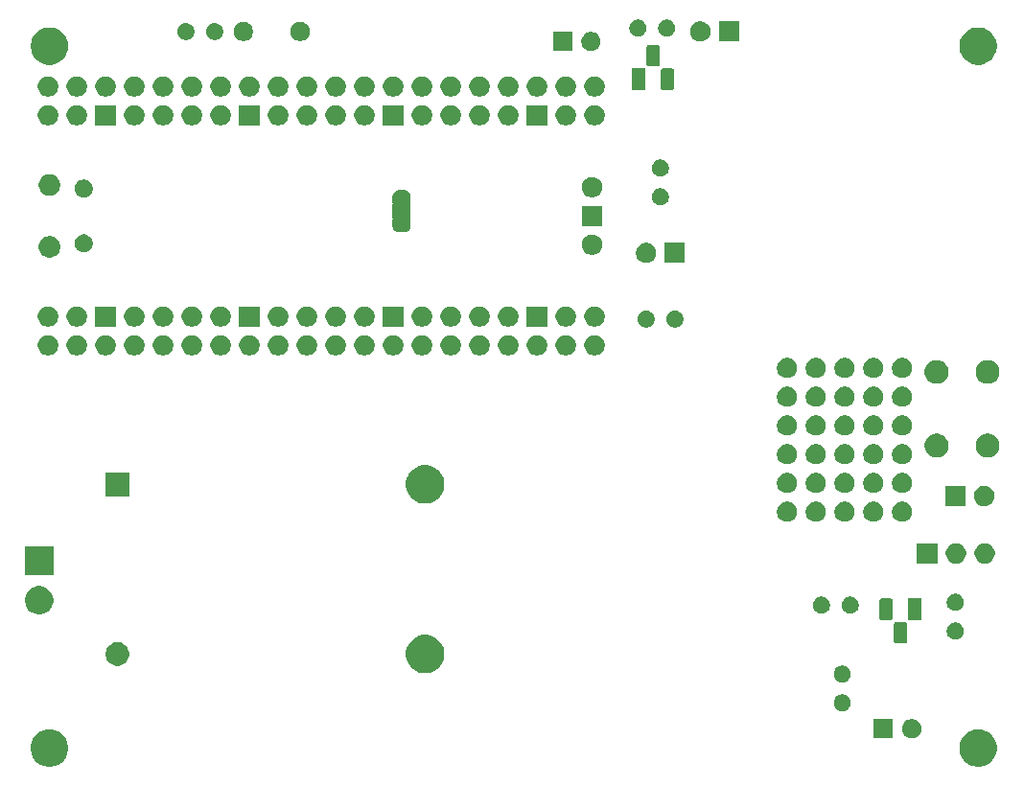
<source format=gbr>
G04 #@! TF.GenerationSoftware,KiCad,Pcbnew,5.1.5+dfsg1-2build2*
G04 #@! TF.CreationDate,2021-11-10T11:01:26-05:00*
G04 #@! TF.ProjectId,SINSONTE_MODEL_A,53494e53-4f4e-4544-955f-4d4f44454c5f,rev?*
G04 #@! TF.SameCoordinates,Original*
G04 #@! TF.FileFunction,Soldermask,Bot*
G04 #@! TF.FilePolarity,Negative*
%FSLAX46Y46*%
G04 Gerber Fmt 4.6, Leading zero omitted, Abs format (unit mm)*
G04 Created by KiCad (PCBNEW 5.1.5+dfsg1-2build2) date 2021-11-10 11:01:26*
%MOMM*%
%LPD*%
G04 APERTURE LIST*
%ADD10C,0.100000*%
G04 APERTURE END LIST*
D10*
G36*
X136337636Y-114383815D02*
G01*
X136481579Y-114412447D01*
X136782042Y-114536903D01*
X137052451Y-114717585D01*
X137282415Y-114947549D01*
X137463097Y-115217958D01*
X137587553Y-115518421D01*
X137651000Y-115837391D01*
X137651000Y-116162609D01*
X137587553Y-116481579D01*
X137463097Y-116782042D01*
X137282415Y-117052451D01*
X137052451Y-117282415D01*
X136782042Y-117463097D01*
X136481579Y-117587553D01*
X136375256Y-117608702D01*
X136162611Y-117651000D01*
X135837389Y-117651000D01*
X135624744Y-117608702D01*
X135518421Y-117587553D01*
X135217958Y-117463097D01*
X134947549Y-117282415D01*
X134717585Y-117052451D01*
X134536903Y-116782042D01*
X134412447Y-116481579D01*
X134349000Y-116162609D01*
X134349000Y-115837391D01*
X134412447Y-115518421D01*
X134536903Y-115217958D01*
X134717585Y-114947549D01*
X134947549Y-114717585D01*
X135217958Y-114536903D01*
X135518421Y-114412447D01*
X135662364Y-114383815D01*
X135837389Y-114349000D01*
X136162611Y-114349000D01*
X136337636Y-114383815D01*
G37*
G36*
X54337636Y-114383815D02*
G01*
X54481579Y-114412447D01*
X54782042Y-114536903D01*
X55052451Y-114717585D01*
X55282415Y-114947549D01*
X55463097Y-115217958D01*
X55587553Y-115518421D01*
X55651000Y-115837391D01*
X55651000Y-116162609D01*
X55587553Y-116481579D01*
X55463097Y-116782042D01*
X55282415Y-117052451D01*
X55052451Y-117282415D01*
X54782042Y-117463097D01*
X54481579Y-117587553D01*
X54375256Y-117608702D01*
X54162611Y-117651000D01*
X53837389Y-117651000D01*
X53624744Y-117608702D01*
X53518421Y-117587553D01*
X53217958Y-117463097D01*
X52947549Y-117282415D01*
X52717585Y-117052451D01*
X52536903Y-116782042D01*
X52412447Y-116481579D01*
X52349000Y-116162609D01*
X52349000Y-115837391D01*
X52412447Y-115518421D01*
X52536903Y-115217958D01*
X52717585Y-114947549D01*
X52947549Y-114717585D01*
X53217958Y-114536903D01*
X53518421Y-114412447D01*
X53662364Y-114383815D01*
X53837389Y-114349000D01*
X54162611Y-114349000D01*
X54337636Y-114383815D01*
G37*
G36*
X130383228Y-113481703D02*
G01*
X130538100Y-113545853D01*
X130677481Y-113638985D01*
X130796015Y-113757519D01*
X130889147Y-113896900D01*
X130953297Y-114051772D01*
X130986000Y-114216184D01*
X130986000Y-114383816D01*
X130953297Y-114548228D01*
X130889147Y-114703100D01*
X130796015Y-114842481D01*
X130677481Y-114961015D01*
X130538100Y-115054147D01*
X130383228Y-115118297D01*
X130218816Y-115151000D01*
X130051184Y-115151000D01*
X129886772Y-115118297D01*
X129731900Y-115054147D01*
X129592519Y-114961015D01*
X129473985Y-114842481D01*
X129380853Y-114703100D01*
X129316703Y-114548228D01*
X129284000Y-114383816D01*
X129284000Y-114216184D01*
X129316703Y-114051772D01*
X129380853Y-113896900D01*
X129473985Y-113757519D01*
X129592519Y-113638985D01*
X129731900Y-113545853D01*
X129886772Y-113481703D01*
X130051184Y-113449000D01*
X130218816Y-113449000D01*
X130383228Y-113481703D01*
G37*
G36*
X128486000Y-115151000D02*
G01*
X126784000Y-115151000D01*
X126784000Y-113449000D01*
X128486000Y-113449000D01*
X128486000Y-115151000D01*
G37*
G36*
X124219059Y-111277860D02*
G01*
X124355732Y-111334472D01*
X124478735Y-111416660D01*
X124583340Y-111521265D01*
X124665528Y-111644268D01*
X124722140Y-111780941D01*
X124751000Y-111926033D01*
X124751000Y-112073967D01*
X124722140Y-112219059D01*
X124665528Y-112355732D01*
X124583340Y-112478735D01*
X124478735Y-112583340D01*
X124355732Y-112665528D01*
X124355731Y-112665529D01*
X124355730Y-112665529D01*
X124219059Y-112722140D01*
X124073968Y-112751000D01*
X123926032Y-112751000D01*
X123780941Y-112722140D01*
X123644270Y-112665529D01*
X123644269Y-112665529D01*
X123644268Y-112665528D01*
X123521265Y-112583340D01*
X123416660Y-112478735D01*
X123334472Y-112355732D01*
X123277860Y-112219059D01*
X123249000Y-112073967D01*
X123249000Y-111926033D01*
X123277860Y-111780941D01*
X123334472Y-111644268D01*
X123416660Y-111521265D01*
X123521265Y-111416660D01*
X123644268Y-111334472D01*
X123780941Y-111277860D01*
X123926032Y-111249000D01*
X124073968Y-111249000D01*
X124219059Y-111277860D01*
G37*
G36*
X124219059Y-108737860D02*
G01*
X124331231Y-108784323D01*
X124355732Y-108794472D01*
X124478735Y-108876660D01*
X124583340Y-108981265D01*
X124665528Y-109104268D01*
X124722140Y-109240941D01*
X124751000Y-109386033D01*
X124751000Y-109533967D01*
X124722140Y-109679059D01*
X124665528Y-109815732D01*
X124583340Y-109938735D01*
X124478735Y-110043340D01*
X124355732Y-110125528D01*
X124355731Y-110125529D01*
X124355730Y-110125529D01*
X124219059Y-110182140D01*
X124073968Y-110211000D01*
X123926032Y-110211000D01*
X123780941Y-110182140D01*
X123644270Y-110125529D01*
X123644269Y-110125529D01*
X123644268Y-110125528D01*
X123521265Y-110043340D01*
X123416660Y-109938735D01*
X123334472Y-109815732D01*
X123277860Y-109679059D01*
X123249000Y-109533967D01*
X123249000Y-109386033D01*
X123277860Y-109240941D01*
X123334472Y-109104268D01*
X123416660Y-108981265D01*
X123521265Y-108876660D01*
X123644268Y-108794472D01*
X123668770Y-108784323D01*
X123780941Y-108737860D01*
X123926032Y-108709000D01*
X124073968Y-108709000D01*
X124219059Y-108737860D01*
G37*
G36*
X87661162Y-106064368D02*
G01*
X87970724Y-106192593D01*
X87970725Y-106192594D01*
X88249324Y-106378747D01*
X88486253Y-106615676D01*
X88556217Y-106720385D01*
X88672407Y-106894276D01*
X88800632Y-107203838D01*
X88866000Y-107532465D01*
X88866000Y-107867535D01*
X88800632Y-108196162D01*
X88672407Y-108505724D01*
X88672406Y-108505725D01*
X88486253Y-108784324D01*
X88249324Y-109021253D01*
X88063170Y-109145637D01*
X87970724Y-109207407D01*
X87661162Y-109335632D01*
X87332535Y-109401000D01*
X86997465Y-109401000D01*
X86668838Y-109335632D01*
X86359276Y-109207407D01*
X86266830Y-109145637D01*
X86080676Y-109021253D01*
X85843747Y-108784324D01*
X85657594Y-108505725D01*
X85657593Y-108505724D01*
X85529368Y-108196162D01*
X85464000Y-107867535D01*
X85464000Y-107532465D01*
X85529368Y-107203838D01*
X85657593Y-106894276D01*
X85773783Y-106720385D01*
X85843747Y-106615676D01*
X86080676Y-106378747D01*
X86359275Y-106192594D01*
X86359276Y-106192593D01*
X86668838Y-106064368D01*
X86997465Y-105999000D01*
X87332535Y-105999000D01*
X87661162Y-106064368D01*
G37*
G36*
X60306564Y-106689389D02*
G01*
X60497833Y-106768615D01*
X60497835Y-106768616D01*
X60669973Y-106883635D01*
X60816365Y-107030027D01*
X60931385Y-107202167D01*
X61010611Y-107393436D01*
X61051000Y-107596484D01*
X61051000Y-107803516D01*
X61010611Y-108006564D01*
X60932077Y-108196162D01*
X60931384Y-108197835D01*
X60816365Y-108369973D01*
X60669973Y-108516365D01*
X60497835Y-108631384D01*
X60497834Y-108631385D01*
X60497833Y-108631385D01*
X60306564Y-108710611D01*
X60103516Y-108751000D01*
X59896484Y-108751000D01*
X59693436Y-108710611D01*
X59502167Y-108631385D01*
X59502166Y-108631385D01*
X59502165Y-108631384D01*
X59330027Y-108516365D01*
X59183635Y-108369973D01*
X59068616Y-108197835D01*
X59067923Y-108196162D01*
X58989389Y-108006564D01*
X58949000Y-107803516D01*
X58949000Y-107596484D01*
X58989389Y-107393436D01*
X59068615Y-107202167D01*
X59183635Y-107030027D01*
X59330027Y-106883635D01*
X59502165Y-106768616D01*
X59502167Y-106768615D01*
X59693436Y-106689389D01*
X59896484Y-106649000D01*
X60103516Y-106649000D01*
X60306564Y-106689389D01*
G37*
G36*
X129568315Y-104864166D02*
G01*
X129612847Y-104877675D01*
X129644077Y-104894368D01*
X129658680Y-104900417D01*
X129669744Y-104912624D01*
X129689864Y-104929136D01*
X129719385Y-104965108D01*
X129741326Y-105006157D01*
X129754834Y-105050685D01*
X129760000Y-105103140D01*
X129760000Y-106516860D01*
X129754834Y-106569315D01*
X129741326Y-106613843D01*
X129719385Y-106654892D01*
X129689864Y-106690864D01*
X129653892Y-106720385D01*
X129612843Y-106742326D01*
X129568315Y-106755834D01*
X129515860Y-106761000D01*
X128802140Y-106761000D01*
X128749685Y-106755834D01*
X128705157Y-106742326D01*
X128664108Y-106720385D01*
X128628136Y-106690864D01*
X128598615Y-106654892D01*
X128576674Y-106613843D01*
X128563166Y-106569315D01*
X128558000Y-106516860D01*
X128558000Y-105103140D01*
X128563166Y-105050685D01*
X128576674Y-105006157D01*
X128598615Y-104965108D01*
X128628136Y-104929136D01*
X128664108Y-104899615D01*
X128705157Y-104877674D01*
X128749685Y-104864166D01*
X128802140Y-104859000D01*
X129515860Y-104859000D01*
X129568315Y-104864166D01*
G37*
G36*
X134204059Y-104941860D02*
G01*
X134326438Y-104992551D01*
X134340732Y-104998472D01*
X134463735Y-105080660D01*
X134568340Y-105185265D01*
X134650528Y-105308268D01*
X134707140Y-105444941D01*
X134736000Y-105590033D01*
X134736000Y-105737967D01*
X134707140Y-105883059D01*
X134650528Y-106019732D01*
X134568340Y-106142735D01*
X134463735Y-106247340D01*
X134340732Y-106329528D01*
X134340731Y-106329529D01*
X134340730Y-106329529D01*
X134204059Y-106386140D01*
X134058968Y-106415000D01*
X133911032Y-106415000D01*
X133765941Y-106386140D01*
X133629270Y-106329529D01*
X133629269Y-106329529D01*
X133629268Y-106329528D01*
X133506265Y-106247340D01*
X133401660Y-106142735D01*
X133319472Y-106019732D01*
X133262860Y-105883059D01*
X133234000Y-105737967D01*
X133234000Y-105590033D01*
X133262860Y-105444941D01*
X133319472Y-105308268D01*
X133401660Y-105185265D01*
X133506265Y-105080660D01*
X133629268Y-104998472D01*
X133643563Y-104992551D01*
X133765941Y-104941860D01*
X133911032Y-104913000D01*
X134058968Y-104913000D01*
X134204059Y-104941860D01*
G37*
G36*
X128298315Y-102794166D02*
G01*
X128342843Y-102807674D01*
X128383892Y-102829615D01*
X128419864Y-102859136D01*
X128449385Y-102895108D01*
X128471326Y-102936157D01*
X128484834Y-102980685D01*
X128490000Y-103033140D01*
X128490000Y-104446860D01*
X128484834Y-104499315D01*
X128471326Y-104543843D01*
X128449385Y-104584892D01*
X128419864Y-104620864D01*
X128383892Y-104650385D01*
X128342843Y-104672326D01*
X128298315Y-104685834D01*
X128245860Y-104691000D01*
X127532140Y-104691000D01*
X127479685Y-104685834D01*
X127435157Y-104672326D01*
X127394108Y-104650385D01*
X127358136Y-104620864D01*
X127328615Y-104584892D01*
X127306674Y-104543843D01*
X127293166Y-104499315D01*
X127288000Y-104446860D01*
X127288000Y-103033140D01*
X127293166Y-102980685D01*
X127306674Y-102936157D01*
X127328615Y-102895108D01*
X127358136Y-102859136D01*
X127394108Y-102829615D01*
X127435157Y-102807674D01*
X127479685Y-102794166D01*
X127532140Y-102789000D01*
X128245860Y-102789000D01*
X128298315Y-102794166D01*
G37*
G36*
X131030000Y-104691000D02*
G01*
X129828000Y-104691000D01*
X129828000Y-102789000D01*
X131030000Y-102789000D01*
X131030000Y-104691000D01*
G37*
G36*
X53450903Y-101738075D02*
G01*
X53678571Y-101832378D01*
X53883466Y-101969285D01*
X54057715Y-102143534D01*
X54057716Y-102143536D01*
X54194623Y-102348431D01*
X54288925Y-102576097D01*
X54337000Y-102817786D01*
X54337000Y-103064214D01*
X54288925Y-103305903D01*
X54228424Y-103451967D01*
X54194622Y-103533571D01*
X54057715Y-103738466D01*
X53883466Y-103912715D01*
X53678571Y-104049622D01*
X53678570Y-104049623D01*
X53678569Y-104049623D01*
X53450903Y-104143925D01*
X53209214Y-104192000D01*
X52962786Y-104192000D01*
X52721097Y-104143925D01*
X52493431Y-104049623D01*
X52493430Y-104049623D01*
X52493429Y-104049622D01*
X52288534Y-103912715D01*
X52114285Y-103738466D01*
X51977378Y-103533571D01*
X51943577Y-103451967D01*
X51883075Y-103305903D01*
X51835000Y-103064214D01*
X51835000Y-102817786D01*
X51883075Y-102576097D01*
X51977377Y-102348431D01*
X52114284Y-102143536D01*
X52114285Y-102143534D01*
X52288534Y-101969285D01*
X52493429Y-101832378D01*
X52721097Y-101738075D01*
X52962786Y-101690000D01*
X53209214Y-101690000D01*
X53450903Y-101738075D01*
G37*
G36*
X122393059Y-102655860D02*
G01*
X122529732Y-102712472D01*
X122652735Y-102794660D01*
X122757340Y-102899265D01*
X122772899Y-102922551D01*
X122839529Y-103022270D01*
X122896140Y-103158941D01*
X122925000Y-103304033D01*
X122925000Y-103451967D01*
X122896140Y-103597059D01*
X122839528Y-103733732D01*
X122757340Y-103856735D01*
X122652735Y-103961340D01*
X122529732Y-104043528D01*
X122529731Y-104043529D01*
X122529730Y-104043529D01*
X122393059Y-104100140D01*
X122247968Y-104129000D01*
X122100032Y-104129000D01*
X121954941Y-104100140D01*
X121818270Y-104043529D01*
X121818269Y-104043529D01*
X121818268Y-104043528D01*
X121695265Y-103961340D01*
X121590660Y-103856735D01*
X121508472Y-103733732D01*
X121451860Y-103597059D01*
X121423000Y-103451967D01*
X121423000Y-103304033D01*
X121451860Y-103158941D01*
X121508471Y-103022270D01*
X121575101Y-102922551D01*
X121590660Y-102899265D01*
X121695265Y-102794660D01*
X121818268Y-102712472D01*
X121954941Y-102655860D01*
X122100032Y-102627000D01*
X122247968Y-102627000D01*
X122393059Y-102655860D01*
G37*
G36*
X124933059Y-102655860D02*
G01*
X125069732Y-102712472D01*
X125192735Y-102794660D01*
X125297340Y-102899265D01*
X125312899Y-102922551D01*
X125379529Y-103022270D01*
X125436140Y-103158941D01*
X125465000Y-103304033D01*
X125465000Y-103451967D01*
X125436140Y-103597059D01*
X125379528Y-103733732D01*
X125297340Y-103856735D01*
X125192735Y-103961340D01*
X125069732Y-104043528D01*
X125069731Y-104043529D01*
X125069730Y-104043529D01*
X124933059Y-104100140D01*
X124787968Y-104129000D01*
X124640032Y-104129000D01*
X124494941Y-104100140D01*
X124358270Y-104043529D01*
X124358269Y-104043529D01*
X124358268Y-104043528D01*
X124235265Y-103961340D01*
X124130660Y-103856735D01*
X124048472Y-103733732D01*
X123991860Y-103597059D01*
X123963000Y-103451967D01*
X123963000Y-103304033D01*
X123991860Y-103158941D01*
X124048471Y-103022270D01*
X124115101Y-102922551D01*
X124130660Y-102899265D01*
X124235265Y-102794660D01*
X124358268Y-102712472D01*
X124494941Y-102655860D01*
X124640032Y-102627000D01*
X124787968Y-102627000D01*
X124933059Y-102655860D01*
G37*
G36*
X134204059Y-102401860D02*
G01*
X134340732Y-102458472D01*
X134463735Y-102540660D01*
X134568340Y-102645265D01*
X134650528Y-102768268D01*
X134707140Y-102904941D01*
X134736000Y-103050033D01*
X134736000Y-103197967D01*
X134707140Y-103343059D01*
X134650528Y-103479732D01*
X134568340Y-103602735D01*
X134463735Y-103707340D01*
X134340732Y-103789528D01*
X134340731Y-103789529D01*
X134340730Y-103789529D01*
X134204059Y-103846140D01*
X134058968Y-103875000D01*
X133911032Y-103875000D01*
X133765941Y-103846140D01*
X133629270Y-103789529D01*
X133629269Y-103789529D01*
X133629268Y-103789528D01*
X133506265Y-103707340D01*
X133401660Y-103602735D01*
X133319472Y-103479732D01*
X133262860Y-103343059D01*
X133234000Y-103197967D01*
X133234000Y-103050033D01*
X133262860Y-102904941D01*
X133319472Y-102768268D01*
X133401660Y-102645265D01*
X133506265Y-102540660D01*
X133629268Y-102458472D01*
X133765941Y-102401860D01*
X133911032Y-102373000D01*
X134058968Y-102373000D01*
X134204059Y-102401860D01*
G37*
G36*
X54337000Y-100692000D02*
G01*
X51835000Y-100692000D01*
X51835000Y-98190000D01*
X54337000Y-98190000D01*
X54337000Y-100692000D01*
G37*
G36*
X136702012Y-97909927D02*
G01*
X136851312Y-97939624D01*
X137015284Y-98007544D01*
X137162854Y-98106147D01*
X137288353Y-98231646D01*
X137386956Y-98379216D01*
X137454876Y-98543188D01*
X137489500Y-98717259D01*
X137489500Y-98894741D01*
X137454876Y-99068812D01*
X137386956Y-99232784D01*
X137288353Y-99380354D01*
X137162854Y-99505853D01*
X137015284Y-99604456D01*
X136851312Y-99672376D01*
X136702012Y-99702073D01*
X136677242Y-99707000D01*
X136499758Y-99707000D01*
X136474988Y-99702073D01*
X136325688Y-99672376D01*
X136161716Y-99604456D01*
X136014146Y-99505853D01*
X135888647Y-99380354D01*
X135790044Y-99232784D01*
X135722124Y-99068812D01*
X135687500Y-98894741D01*
X135687500Y-98717259D01*
X135722124Y-98543188D01*
X135790044Y-98379216D01*
X135888647Y-98231646D01*
X136014146Y-98106147D01*
X136161716Y-98007544D01*
X136325688Y-97939624D01*
X136474988Y-97909927D01*
X136499758Y-97905000D01*
X136677242Y-97905000D01*
X136702012Y-97909927D01*
G37*
G36*
X134162012Y-97909927D02*
G01*
X134311312Y-97939624D01*
X134475284Y-98007544D01*
X134622854Y-98106147D01*
X134748353Y-98231646D01*
X134846956Y-98379216D01*
X134914876Y-98543188D01*
X134949500Y-98717259D01*
X134949500Y-98894741D01*
X134914876Y-99068812D01*
X134846956Y-99232784D01*
X134748353Y-99380354D01*
X134622854Y-99505853D01*
X134475284Y-99604456D01*
X134311312Y-99672376D01*
X134162012Y-99702073D01*
X134137242Y-99707000D01*
X133959758Y-99707000D01*
X133934988Y-99702073D01*
X133785688Y-99672376D01*
X133621716Y-99604456D01*
X133474146Y-99505853D01*
X133348647Y-99380354D01*
X133250044Y-99232784D01*
X133182124Y-99068812D01*
X133147500Y-98894741D01*
X133147500Y-98717259D01*
X133182124Y-98543188D01*
X133250044Y-98379216D01*
X133348647Y-98231646D01*
X133474146Y-98106147D01*
X133621716Y-98007544D01*
X133785688Y-97939624D01*
X133934988Y-97909927D01*
X133959758Y-97905000D01*
X134137242Y-97905000D01*
X134162012Y-97909927D01*
G37*
G36*
X132409500Y-99707000D02*
G01*
X130607500Y-99707000D01*
X130607500Y-97905000D01*
X132409500Y-97905000D01*
X132409500Y-99707000D01*
G37*
G36*
X119239512Y-94226927D02*
G01*
X119388812Y-94256624D01*
X119552784Y-94324544D01*
X119700354Y-94423147D01*
X119825853Y-94548646D01*
X119924456Y-94696216D01*
X119992376Y-94860188D01*
X120027000Y-95034259D01*
X120027000Y-95211741D01*
X119992376Y-95385812D01*
X119924456Y-95549784D01*
X119825853Y-95697354D01*
X119700354Y-95822853D01*
X119552784Y-95921456D01*
X119388812Y-95989376D01*
X119239512Y-96019073D01*
X119214742Y-96024000D01*
X119037258Y-96024000D01*
X119012488Y-96019073D01*
X118863188Y-95989376D01*
X118699216Y-95921456D01*
X118551646Y-95822853D01*
X118426147Y-95697354D01*
X118327544Y-95549784D01*
X118259624Y-95385812D01*
X118225000Y-95211741D01*
X118225000Y-95034259D01*
X118259624Y-94860188D01*
X118327544Y-94696216D01*
X118426147Y-94548646D01*
X118551646Y-94423147D01*
X118699216Y-94324544D01*
X118863188Y-94256624D01*
X119012488Y-94226927D01*
X119037258Y-94222000D01*
X119214742Y-94222000D01*
X119239512Y-94226927D01*
G37*
G36*
X126859512Y-94226927D02*
G01*
X127008812Y-94256624D01*
X127172784Y-94324544D01*
X127320354Y-94423147D01*
X127445853Y-94548646D01*
X127544456Y-94696216D01*
X127612376Y-94860188D01*
X127647000Y-95034259D01*
X127647000Y-95211741D01*
X127612376Y-95385812D01*
X127544456Y-95549784D01*
X127445853Y-95697354D01*
X127320354Y-95822853D01*
X127172784Y-95921456D01*
X127008812Y-95989376D01*
X126859512Y-96019073D01*
X126834742Y-96024000D01*
X126657258Y-96024000D01*
X126632488Y-96019073D01*
X126483188Y-95989376D01*
X126319216Y-95921456D01*
X126171646Y-95822853D01*
X126046147Y-95697354D01*
X125947544Y-95549784D01*
X125879624Y-95385812D01*
X125845000Y-95211741D01*
X125845000Y-95034259D01*
X125879624Y-94860188D01*
X125947544Y-94696216D01*
X126046147Y-94548646D01*
X126171646Y-94423147D01*
X126319216Y-94324544D01*
X126483188Y-94256624D01*
X126632488Y-94226927D01*
X126657258Y-94222000D01*
X126834742Y-94222000D01*
X126859512Y-94226927D01*
G37*
G36*
X129399512Y-94226927D02*
G01*
X129548812Y-94256624D01*
X129712784Y-94324544D01*
X129860354Y-94423147D01*
X129985853Y-94548646D01*
X130084456Y-94696216D01*
X130152376Y-94860188D01*
X130187000Y-95034259D01*
X130187000Y-95211741D01*
X130152376Y-95385812D01*
X130084456Y-95549784D01*
X129985853Y-95697354D01*
X129860354Y-95822853D01*
X129712784Y-95921456D01*
X129548812Y-95989376D01*
X129399512Y-96019073D01*
X129374742Y-96024000D01*
X129197258Y-96024000D01*
X129172488Y-96019073D01*
X129023188Y-95989376D01*
X128859216Y-95921456D01*
X128711646Y-95822853D01*
X128586147Y-95697354D01*
X128487544Y-95549784D01*
X128419624Y-95385812D01*
X128385000Y-95211741D01*
X128385000Y-95034259D01*
X128419624Y-94860188D01*
X128487544Y-94696216D01*
X128586147Y-94548646D01*
X128711646Y-94423147D01*
X128859216Y-94324544D01*
X129023188Y-94256624D01*
X129172488Y-94226927D01*
X129197258Y-94222000D01*
X129374742Y-94222000D01*
X129399512Y-94226927D01*
G37*
G36*
X121779512Y-94226927D02*
G01*
X121928812Y-94256624D01*
X122092784Y-94324544D01*
X122240354Y-94423147D01*
X122365853Y-94548646D01*
X122464456Y-94696216D01*
X122532376Y-94860188D01*
X122567000Y-95034259D01*
X122567000Y-95211741D01*
X122532376Y-95385812D01*
X122464456Y-95549784D01*
X122365853Y-95697354D01*
X122240354Y-95822853D01*
X122092784Y-95921456D01*
X121928812Y-95989376D01*
X121779512Y-96019073D01*
X121754742Y-96024000D01*
X121577258Y-96024000D01*
X121552488Y-96019073D01*
X121403188Y-95989376D01*
X121239216Y-95921456D01*
X121091646Y-95822853D01*
X120966147Y-95697354D01*
X120867544Y-95549784D01*
X120799624Y-95385812D01*
X120765000Y-95211741D01*
X120765000Y-95034259D01*
X120799624Y-94860188D01*
X120867544Y-94696216D01*
X120966147Y-94548646D01*
X121091646Y-94423147D01*
X121239216Y-94324544D01*
X121403188Y-94256624D01*
X121552488Y-94226927D01*
X121577258Y-94222000D01*
X121754742Y-94222000D01*
X121779512Y-94226927D01*
G37*
G36*
X124319512Y-94226927D02*
G01*
X124468812Y-94256624D01*
X124632784Y-94324544D01*
X124780354Y-94423147D01*
X124905853Y-94548646D01*
X125004456Y-94696216D01*
X125072376Y-94860188D01*
X125107000Y-95034259D01*
X125107000Y-95211741D01*
X125072376Y-95385812D01*
X125004456Y-95549784D01*
X124905853Y-95697354D01*
X124780354Y-95822853D01*
X124632784Y-95921456D01*
X124468812Y-95989376D01*
X124319512Y-96019073D01*
X124294742Y-96024000D01*
X124117258Y-96024000D01*
X124092488Y-96019073D01*
X123943188Y-95989376D01*
X123779216Y-95921456D01*
X123631646Y-95822853D01*
X123506147Y-95697354D01*
X123407544Y-95549784D01*
X123339624Y-95385812D01*
X123305000Y-95211741D01*
X123305000Y-95034259D01*
X123339624Y-94860188D01*
X123407544Y-94696216D01*
X123506147Y-94548646D01*
X123631646Y-94423147D01*
X123779216Y-94324544D01*
X123943188Y-94256624D01*
X124092488Y-94226927D01*
X124117258Y-94222000D01*
X124294742Y-94222000D01*
X124319512Y-94226927D01*
G37*
G36*
X136638512Y-92829927D02*
G01*
X136787812Y-92859624D01*
X136951784Y-92927544D01*
X137099354Y-93026147D01*
X137224853Y-93151646D01*
X137323456Y-93299216D01*
X137391376Y-93463188D01*
X137426000Y-93637259D01*
X137426000Y-93814741D01*
X137391376Y-93988812D01*
X137323456Y-94152784D01*
X137224853Y-94300354D01*
X137099354Y-94425853D01*
X136951784Y-94524456D01*
X136787812Y-94592376D01*
X136638512Y-94622073D01*
X136613742Y-94627000D01*
X136436258Y-94627000D01*
X136411488Y-94622073D01*
X136262188Y-94592376D01*
X136098216Y-94524456D01*
X135950646Y-94425853D01*
X135825147Y-94300354D01*
X135726544Y-94152784D01*
X135658624Y-93988812D01*
X135624000Y-93814741D01*
X135624000Y-93637259D01*
X135658624Y-93463188D01*
X135726544Y-93299216D01*
X135825147Y-93151646D01*
X135950646Y-93026147D01*
X136098216Y-92927544D01*
X136262188Y-92859624D01*
X136411488Y-92829927D01*
X136436258Y-92825000D01*
X136613742Y-92825000D01*
X136638512Y-92829927D01*
G37*
G36*
X134886000Y-94627000D02*
G01*
X133084000Y-94627000D01*
X133084000Y-92825000D01*
X134886000Y-92825000D01*
X134886000Y-94627000D01*
G37*
G36*
X87661162Y-91074368D02*
G01*
X87970724Y-91202593D01*
X87970725Y-91202594D01*
X88249324Y-91388747D01*
X88486253Y-91625676D01*
X88508519Y-91659000D01*
X88672407Y-91904276D01*
X88800632Y-92213838D01*
X88866000Y-92542465D01*
X88866000Y-92877535D01*
X88800632Y-93206162D01*
X88672407Y-93515724D01*
X88672406Y-93515725D01*
X88486253Y-93794324D01*
X88249324Y-94031253D01*
X88067442Y-94152782D01*
X87970724Y-94217407D01*
X87661162Y-94345632D01*
X87332535Y-94411000D01*
X86997465Y-94411000D01*
X86668838Y-94345632D01*
X86359276Y-94217407D01*
X86262558Y-94152782D01*
X86080676Y-94031253D01*
X85843747Y-93794324D01*
X85657594Y-93515725D01*
X85657593Y-93515724D01*
X85529368Y-93206162D01*
X85464000Y-92877535D01*
X85464000Y-92542465D01*
X85529368Y-92213838D01*
X85657593Y-91904276D01*
X85821481Y-91659000D01*
X85843747Y-91625676D01*
X86080676Y-91388747D01*
X86359275Y-91202594D01*
X86359276Y-91202593D01*
X86668838Y-91074368D01*
X86997465Y-91009000D01*
X87332535Y-91009000D01*
X87661162Y-91074368D01*
G37*
G36*
X61051000Y-93761000D02*
G01*
X58949000Y-93761000D01*
X58949000Y-91659000D01*
X61051000Y-91659000D01*
X61051000Y-93761000D01*
G37*
G36*
X129399512Y-91686927D02*
G01*
X129548812Y-91716624D01*
X129712784Y-91784544D01*
X129860354Y-91883147D01*
X129985853Y-92008646D01*
X130084456Y-92156216D01*
X130152376Y-92320188D01*
X130187000Y-92494259D01*
X130187000Y-92671741D01*
X130152376Y-92845812D01*
X130084456Y-93009784D01*
X129985853Y-93157354D01*
X129860354Y-93282853D01*
X129712784Y-93381456D01*
X129548812Y-93449376D01*
X129399512Y-93479073D01*
X129374742Y-93484000D01*
X129197258Y-93484000D01*
X129172488Y-93479073D01*
X129023188Y-93449376D01*
X128859216Y-93381456D01*
X128711646Y-93282853D01*
X128586147Y-93157354D01*
X128487544Y-93009784D01*
X128419624Y-92845812D01*
X128385000Y-92671741D01*
X128385000Y-92494259D01*
X128419624Y-92320188D01*
X128487544Y-92156216D01*
X128586147Y-92008646D01*
X128711646Y-91883147D01*
X128859216Y-91784544D01*
X129023188Y-91716624D01*
X129172488Y-91686927D01*
X129197258Y-91682000D01*
X129374742Y-91682000D01*
X129399512Y-91686927D01*
G37*
G36*
X126859512Y-91686927D02*
G01*
X127008812Y-91716624D01*
X127172784Y-91784544D01*
X127320354Y-91883147D01*
X127445853Y-92008646D01*
X127544456Y-92156216D01*
X127612376Y-92320188D01*
X127647000Y-92494259D01*
X127647000Y-92671741D01*
X127612376Y-92845812D01*
X127544456Y-93009784D01*
X127445853Y-93157354D01*
X127320354Y-93282853D01*
X127172784Y-93381456D01*
X127008812Y-93449376D01*
X126859512Y-93479073D01*
X126834742Y-93484000D01*
X126657258Y-93484000D01*
X126632488Y-93479073D01*
X126483188Y-93449376D01*
X126319216Y-93381456D01*
X126171646Y-93282853D01*
X126046147Y-93157354D01*
X125947544Y-93009784D01*
X125879624Y-92845812D01*
X125845000Y-92671741D01*
X125845000Y-92494259D01*
X125879624Y-92320188D01*
X125947544Y-92156216D01*
X126046147Y-92008646D01*
X126171646Y-91883147D01*
X126319216Y-91784544D01*
X126483188Y-91716624D01*
X126632488Y-91686927D01*
X126657258Y-91682000D01*
X126834742Y-91682000D01*
X126859512Y-91686927D01*
G37*
G36*
X124319512Y-91686927D02*
G01*
X124468812Y-91716624D01*
X124632784Y-91784544D01*
X124780354Y-91883147D01*
X124905853Y-92008646D01*
X125004456Y-92156216D01*
X125072376Y-92320188D01*
X125107000Y-92494259D01*
X125107000Y-92671741D01*
X125072376Y-92845812D01*
X125004456Y-93009784D01*
X124905853Y-93157354D01*
X124780354Y-93282853D01*
X124632784Y-93381456D01*
X124468812Y-93449376D01*
X124319512Y-93479073D01*
X124294742Y-93484000D01*
X124117258Y-93484000D01*
X124092488Y-93479073D01*
X123943188Y-93449376D01*
X123779216Y-93381456D01*
X123631646Y-93282853D01*
X123506147Y-93157354D01*
X123407544Y-93009784D01*
X123339624Y-92845812D01*
X123305000Y-92671741D01*
X123305000Y-92494259D01*
X123339624Y-92320188D01*
X123407544Y-92156216D01*
X123506147Y-92008646D01*
X123631646Y-91883147D01*
X123779216Y-91784544D01*
X123943188Y-91716624D01*
X124092488Y-91686927D01*
X124117258Y-91682000D01*
X124294742Y-91682000D01*
X124319512Y-91686927D01*
G37*
G36*
X121779512Y-91686927D02*
G01*
X121928812Y-91716624D01*
X122092784Y-91784544D01*
X122240354Y-91883147D01*
X122365853Y-92008646D01*
X122464456Y-92156216D01*
X122532376Y-92320188D01*
X122567000Y-92494259D01*
X122567000Y-92671741D01*
X122532376Y-92845812D01*
X122464456Y-93009784D01*
X122365853Y-93157354D01*
X122240354Y-93282853D01*
X122092784Y-93381456D01*
X121928812Y-93449376D01*
X121779512Y-93479073D01*
X121754742Y-93484000D01*
X121577258Y-93484000D01*
X121552488Y-93479073D01*
X121403188Y-93449376D01*
X121239216Y-93381456D01*
X121091646Y-93282853D01*
X120966147Y-93157354D01*
X120867544Y-93009784D01*
X120799624Y-92845812D01*
X120765000Y-92671741D01*
X120765000Y-92494259D01*
X120799624Y-92320188D01*
X120867544Y-92156216D01*
X120966147Y-92008646D01*
X121091646Y-91883147D01*
X121239216Y-91784544D01*
X121403188Y-91716624D01*
X121552488Y-91686927D01*
X121577258Y-91682000D01*
X121754742Y-91682000D01*
X121779512Y-91686927D01*
G37*
G36*
X119239512Y-91686927D02*
G01*
X119388812Y-91716624D01*
X119552784Y-91784544D01*
X119700354Y-91883147D01*
X119825853Y-92008646D01*
X119924456Y-92156216D01*
X119992376Y-92320188D01*
X120027000Y-92494259D01*
X120027000Y-92671741D01*
X119992376Y-92845812D01*
X119924456Y-93009784D01*
X119825853Y-93157354D01*
X119700354Y-93282853D01*
X119552784Y-93381456D01*
X119388812Y-93449376D01*
X119239512Y-93479073D01*
X119214742Y-93484000D01*
X119037258Y-93484000D01*
X119012488Y-93479073D01*
X118863188Y-93449376D01*
X118699216Y-93381456D01*
X118551646Y-93282853D01*
X118426147Y-93157354D01*
X118327544Y-93009784D01*
X118259624Y-92845812D01*
X118225000Y-92671741D01*
X118225000Y-92494259D01*
X118259624Y-92320188D01*
X118327544Y-92156216D01*
X118426147Y-92008646D01*
X118551646Y-91883147D01*
X118699216Y-91784544D01*
X118863188Y-91716624D01*
X119012488Y-91686927D01*
X119037258Y-91682000D01*
X119214742Y-91682000D01*
X119239512Y-91686927D01*
G37*
G36*
X119239512Y-89146927D02*
G01*
X119388812Y-89176624D01*
X119552784Y-89244544D01*
X119700354Y-89343147D01*
X119825853Y-89468646D01*
X119924456Y-89616216D01*
X119992376Y-89780188D01*
X120022073Y-89929488D01*
X120026347Y-89950973D01*
X120027000Y-89954259D01*
X120027000Y-90131741D01*
X119992376Y-90305812D01*
X119924456Y-90469784D01*
X119825853Y-90617354D01*
X119700354Y-90742853D01*
X119552784Y-90841456D01*
X119388812Y-90909376D01*
X119239512Y-90939073D01*
X119214742Y-90944000D01*
X119037258Y-90944000D01*
X119012488Y-90939073D01*
X118863188Y-90909376D01*
X118699216Y-90841456D01*
X118551646Y-90742853D01*
X118426147Y-90617354D01*
X118327544Y-90469784D01*
X118259624Y-90305812D01*
X118225000Y-90131741D01*
X118225000Y-89954259D01*
X118225654Y-89950973D01*
X118229927Y-89929488D01*
X118259624Y-89780188D01*
X118327544Y-89616216D01*
X118426147Y-89468646D01*
X118551646Y-89343147D01*
X118699216Y-89244544D01*
X118863188Y-89176624D01*
X119012488Y-89146927D01*
X119037258Y-89142000D01*
X119214742Y-89142000D01*
X119239512Y-89146927D01*
G37*
G36*
X121779512Y-89146927D02*
G01*
X121928812Y-89176624D01*
X122092784Y-89244544D01*
X122240354Y-89343147D01*
X122365853Y-89468646D01*
X122464456Y-89616216D01*
X122532376Y-89780188D01*
X122562073Y-89929488D01*
X122566347Y-89950973D01*
X122567000Y-89954259D01*
X122567000Y-90131741D01*
X122532376Y-90305812D01*
X122464456Y-90469784D01*
X122365853Y-90617354D01*
X122240354Y-90742853D01*
X122092784Y-90841456D01*
X121928812Y-90909376D01*
X121779512Y-90939073D01*
X121754742Y-90944000D01*
X121577258Y-90944000D01*
X121552488Y-90939073D01*
X121403188Y-90909376D01*
X121239216Y-90841456D01*
X121091646Y-90742853D01*
X120966147Y-90617354D01*
X120867544Y-90469784D01*
X120799624Y-90305812D01*
X120765000Y-90131741D01*
X120765000Y-89954259D01*
X120765654Y-89950973D01*
X120769927Y-89929488D01*
X120799624Y-89780188D01*
X120867544Y-89616216D01*
X120966147Y-89468646D01*
X121091646Y-89343147D01*
X121239216Y-89244544D01*
X121403188Y-89176624D01*
X121552488Y-89146927D01*
X121577258Y-89142000D01*
X121754742Y-89142000D01*
X121779512Y-89146927D01*
G37*
G36*
X124319512Y-89146927D02*
G01*
X124468812Y-89176624D01*
X124632784Y-89244544D01*
X124780354Y-89343147D01*
X124905853Y-89468646D01*
X125004456Y-89616216D01*
X125072376Y-89780188D01*
X125102073Y-89929488D01*
X125106347Y-89950973D01*
X125107000Y-89954259D01*
X125107000Y-90131741D01*
X125072376Y-90305812D01*
X125004456Y-90469784D01*
X124905853Y-90617354D01*
X124780354Y-90742853D01*
X124632784Y-90841456D01*
X124468812Y-90909376D01*
X124319512Y-90939073D01*
X124294742Y-90944000D01*
X124117258Y-90944000D01*
X124092488Y-90939073D01*
X123943188Y-90909376D01*
X123779216Y-90841456D01*
X123631646Y-90742853D01*
X123506147Y-90617354D01*
X123407544Y-90469784D01*
X123339624Y-90305812D01*
X123305000Y-90131741D01*
X123305000Y-89954259D01*
X123305654Y-89950973D01*
X123309927Y-89929488D01*
X123339624Y-89780188D01*
X123407544Y-89616216D01*
X123506147Y-89468646D01*
X123631646Y-89343147D01*
X123779216Y-89244544D01*
X123943188Y-89176624D01*
X124092488Y-89146927D01*
X124117258Y-89142000D01*
X124294742Y-89142000D01*
X124319512Y-89146927D01*
G37*
G36*
X126859512Y-89146927D02*
G01*
X127008812Y-89176624D01*
X127172784Y-89244544D01*
X127320354Y-89343147D01*
X127445853Y-89468646D01*
X127544456Y-89616216D01*
X127612376Y-89780188D01*
X127642073Y-89929488D01*
X127646347Y-89950973D01*
X127647000Y-89954259D01*
X127647000Y-90131741D01*
X127612376Y-90305812D01*
X127544456Y-90469784D01*
X127445853Y-90617354D01*
X127320354Y-90742853D01*
X127172784Y-90841456D01*
X127008812Y-90909376D01*
X126859512Y-90939073D01*
X126834742Y-90944000D01*
X126657258Y-90944000D01*
X126632488Y-90939073D01*
X126483188Y-90909376D01*
X126319216Y-90841456D01*
X126171646Y-90742853D01*
X126046147Y-90617354D01*
X125947544Y-90469784D01*
X125879624Y-90305812D01*
X125845000Y-90131741D01*
X125845000Y-89954259D01*
X125845654Y-89950973D01*
X125849927Y-89929488D01*
X125879624Y-89780188D01*
X125947544Y-89616216D01*
X126046147Y-89468646D01*
X126171646Y-89343147D01*
X126319216Y-89244544D01*
X126483188Y-89176624D01*
X126632488Y-89146927D01*
X126657258Y-89142000D01*
X126834742Y-89142000D01*
X126859512Y-89146927D01*
G37*
G36*
X129399512Y-89146927D02*
G01*
X129548812Y-89176624D01*
X129712784Y-89244544D01*
X129860354Y-89343147D01*
X129985853Y-89468646D01*
X130084456Y-89616216D01*
X130152376Y-89780188D01*
X130182073Y-89929488D01*
X130186347Y-89950973D01*
X130187000Y-89954259D01*
X130187000Y-90131741D01*
X130152376Y-90305812D01*
X130084456Y-90469784D01*
X129985853Y-90617354D01*
X129860354Y-90742853D01*
X129712784Y-90841456D01*
X129548812Y-90909376D01*
X129399512Y-90939073D01*
X129374742Y-90944000D01*
X129197258Y-90944000D01*
X129172488Y-90939073D01*
X129023188Y-90909376D01*
X128859216Y-90841456D01*
X128711646Y-90742853D01*
X128586147Y-90617354D01*
X128487544Y-90469784D01*
X128419624Y-90305812D01*
X128385000Y-90131741D01*
X128385000Y-89954259D01*
X128385654Y-89950973D01*
X128389927Y-89929488D01*
X128419624Y-89780188D01*
X128487544Y-89616216D01*
X128586147Y-89468646D01*
X128711646Y-89343147D01*
X128859216Y-89244544D01*
X129023188Y-89176624D01*
X129172488Y-89146927D01*
X129197258Y-89142000D01*
X129374742Y-89142000D01*
X129399512Y-89146927D01*
G37*
G36*
X132640564Y-88270389D02*
G01*
X132831833Y-88349615D01*
X132831835Y-88349616D01*
X132913226Y-88404000D01*
X133003973Y-88464635D01*
X133150365Y-88611027D01*
X133265385Y-88783167D01*
X133344611Y-88974436D01*
X133385000Y-89177484D01*
X133385000Y-89384516D01*
X133344611Y-89587564D01*
X133332742Y-89616218D01*
X133265384Y-89778835D01*
X133150365Y-89950973D01*
X133003973Y-90097365D01*
X132831835Y-90212384D01*
X132831834Y-90212385D01*
X132831833Y-90212385D01*
X132640564Y-90291611D01*
X132437516Y-90332000D01*
X132230484Y-90332000D01*
X132027436Y-90291611D01*
X131836167Y-90212385D01*
X131836166Y-90212385D01*
X131836165Y-90212384D01*
X131664027Y-90097365D01*
X131517635Y-89950973D01*
X131402616Y-89778835D01*
X131335258Y-89616218D01*
X131323389Y-89587564D01*
X131283000Y-89384516D01*
X131283000Y-89177484D01*
X131323389Y-88974436D01*
X131402615Y-88783167D01*
X131517635Y-88611027D01*
X131664027Y-88464635D01*
X131754774Y-88404000D01*
X131836165Y-88349616D01*
X131836167Y-88349615D01*
X132027436Y-88270389D01*
X132230484Y-88230000D01*
X132437516Y-88230000D01*
X132640564Y-88270389D01*
G37*
G36*
X137140564Y-88270389D02*
G01*
X137331833Y-88349615D01*
X137331835Y-88349616D01*
X137413226Y-88404000D01*
X137503973Y-88464635D01*
X137650365Y-88611027D01*
X137765385Y-88783167D01*
X137844611Y-88974436D01*
X137885000Y-89177484D01*
X137885000Y-89384516D01*
X137844611Y-89587564D01*
X137832742Y-89616218D01*
X137765384Y-89778835D01*
X137650365Y-89950973D01*
X137503973Y-90097365D01*
X137331835Y-90212384D01*
X137331834Y-90212385D01*
X137331833Y-90212385D01*
X137140564Y-90291611D01*
X136937516Y-90332000D01*
X136730484Y-90332000D01*
X136527436Y-90291611D01*
X136336167Y-90212385D01*
X136336166Y-90212385D01*
X136336165Y-90212384D01*
X136164027Y-90097365D01*
X136017635Y-89950973D01*
X135902616Y-89778835D01*
X135835258Y-89616218D01*
X135823389Y-89587564D01*
X135783000Y-89384516D01*
X135783000Y-89177484D01*
X135823389Y-88974436D01*
X135902615Y-88783167D01*
X136017635Y-88611027D01*
X136164027Y-88464635D01*
X136254774Y-88404000D01*
X136336165Y-88349616D01*
X136336167Y-88349615D01*
X136527436Y-88270389D01*
X136730484Y-88230000D01*
X136937516Y-88230000D01*
X137140564Y-88270389D01*
G37*
G36*
X124319512Y-86606927D02*
G01*
X124468812Y-86636624D01*
X124632784Y-86704544D01*
X124780354Y-86803147D01*
X124905853Y-86928646D01*
X125004456Y-87076216D01*
X125072376Y-87240188D01*
X125107000Y-87414259D01*
X125107000Y-87591741D01*
X125072376Y-87765812D01*
X125004456Y-87929784D01*
X124905853Y-88077354D01*
X124780354Y-88202853D01*
X124632784Y-88301456D01*
X124468812Y-88369376D01*
X124319512Y-88399073D01*
X124294742Y-88404000D01*
X124117258Y-88404000D01*
X124092488Y-88399073D01*
X123943188Y-88369376D01*
X123779216Y-88301456D01*
X123631646Y-88202853D01*
X123506147Y-88077354D01*
X123407544Y-87929784D01*
X123339624Y-87765812D01*
X123305000Y-87591741D01*
X123305000Y-87414259D01*
X123339624Y-87240188D01*
X123407544Y-87076216D01*
X123506147Y-86928646D01*
X123631646Y-86803147D01*
X123779216Y-86704544D01*
X123943188Y-86636624D01*
X124092488Y-86606927D01*
X124117258Y-86602000D01*
X124294742Y-86602000D01*
X124319512Y-86606927D01*
G37*
G36*
X121779512Y-86606927D02*
G01*
X121928812Y-86636624D01*
X122092784Y-86704544D01*
X122240354Y-86803147D01*
X122365853Y-86928646D01*
X122464456Y-87076216D01*
X122532376Y-87240188D01*
X122567000Y-87414259D01*
X122567000Y-87591741D01*
X122532376Y-87765812D01*
X122464456Y-87929784D01*
X122365853Y-88077354D01*
X122240354Y-88202853D01*
X122092784Y-88301456D01*
X121928812Y-88369376D01*
X121779512Y-88399073D01*
X121754742Y-88404000D01*
X121577258Y-88404000D01*
X121552488Y-88399073D01*
X121403188Y-88369376D01*
X121239216Y-88301456D01*
X121091646Y-88202853D01*
X120966147Y-88077354D01*
X120867544Y-87929784D01*
X120799624Y-87765812D01*
X120765000Y-87591741D01*
X120765000Y-87414259D01*
X120799624Y-87240188D01*
X120867544Y-87076216D01*
X120966147Y-86928646D01*
X121091646Y-86803147D01*
X121239216Y-86704544D01*
X121403188Y-86636624D01*
X121552488Y-86606927D01*
X121577258Y-86602000D01*
X121754742Y-86602000D01*
X121779512Y-86606927D01*
G37*
G36*
X129399512Y-86606927D02*
G01*
X129548812Y-86636624D01*
X129712784Y-86704544D01*
X129860354Y-86803147D01*
X129985853Y-86928646D01*
X130084456Y-87076216D01*
X130152376Y-87240188D01*
X130187000Y-87414259D01*
X130187000Y-87591741D01*
X130152376Y-87765812D01*
X130084456Y-87929784D01*
X129985853Y-88077354D01*
X129860354Y-88202853D01*
X129712784Y-88301456D01*
X129548812Y-88369376D01*
X129399512Y-88399073D01*
X129374742Y-88404000D01*
X129197258Y-88404000D01*
X129172488Y-88399073D01*
X129023188Y-88369376D01*
X128859216Y-88301456D01*
X128711646Y-88202853D01*
X128586147Y-88077354D01*
X128487544Y-87929784D01*
X128419624Y-87765812D01*
X128385000Y-87591741D01*
X128385000Y-87414259D01*
X128419624Y-87240188D01*
X128487544Y-87076216D01*
X128586147Y-86928646D01*
X128711646Y-86803147D01*
X128859216Y-86704544D01*
X129023188Y-86636624D01*
X129172488Y-86606927D01*
X129197258Y-86602000D01*
X129374742Y-86602000D01*
X129399512Y-86606927D01*
G37*
G36*
X119239512Y-86606927D02*
G01*
X119388812Y-86636624D01*
X119552784Y-86704544D01*
X119700354Y-86803147D01*
X119825853Y-86928646D01*
X119924456Y-87076216D01*
X119992376Y-87240188D01*
X120027000Y-87414259D01*
X120027000Y-87591741D01*
X119992376Y-87765812D01*
X119924456Y-87929784D01*
X119825853Y-88077354D01*
X119700354Y-88202853D01*
X119552784Y-88301456D01*
X119388812Y-88369376D01*
X119239512Y-88399073D01*
X119214742Y-88404000D01*
X119037258Y-88404000D01*
X119012488Y-88399073D01*
X118863188Y-88369376D01*
X118699216Y-88301456D01*
X118551646Y-88202853D01*
X118426147Y-88077354D01*
X118327544Y-87929784D01*
X118259624Y-87765812D01*
X118225000Y-87591741D01*
X118225000Y-87414259D01*
X118259624Y-87240188D01*
X118327544Y-87076216D01*
X118426147Y-86928646D01*
X118551646Y-86803147D01*
X118699216Y-86704544D01*
X118863188Y-86636624D01*
X119012488Y-86606927D01*
X119037258Y-86602000D01*
X119214742Y-86602000D01*
X119239512Y-86606927D01*
G37*
G36*
X126859512Y-86606927D02*
G01*
X127008812Y-86636624D01*
X127172784Y-86704544D01*
X127320354Y-86803147D01*
X127445853Y-86928646D01*
X127544456Y-87076216D01*
X127612376Y-87240188D01*
X127647000Y-87414259D01*
X127647000Y-87591741D01*
X127612376Y-87765812D01*
X127544456Y-87929784D01*
X127445853Y-88077354D01*
X127320354Y-88202853D01*
X127172784Y-88301456D01*
X127008812Y-88369376D01*
X126859512Y-88399073D01*
X126834742Y-88404000D01*
X126657258Y-88404000D01*
X126632488Y-88399073D01*
X126483188Y-88369376D01*
X126319216Y-88301456D01*
X126171646Y-88202853D01*
X126046147Y-88077354D01*
X125947544Y-87929784D01*
X125879624Y-87765812D01*
X125845000Y-87591741D01*
X125845000Y-87414259D01*
X125879624Y-87240188D01*
X125947544Y-87076216D01*
X126046147Y-86928646D01*
X126171646Y-86803147D01*
X126319216Y-86704544D01*
X126483188Y-86636624D01*
X126632488Y-86606927D01*
X126657258Y-86602000D01*
X126834742Y-86602000D01*
X126859512Y-86606927D01*
G37*
G36*
X119239512Y-84066927D02*
G01*
X119388812Y-84096624D01*
X119552784Y-84164544D01*
X119700354Y-84263147D01*
X119825853Y-84388646D01*
X119924456Y-84536216D01*
X119992376Y-84700188D01*
X120027000Y-84874259D01*
X120027000Y-85051741D01*
X119992376Y-85225812D01*
X119924456Y-85389784D01*
X119825853Y-85537354D01*
X119700354Y-85662853D01*
X119552784Y-85761456D01*
X119388812Y-85829376D01*
X119239512Y-85859073D01*
X119214742Y-85864000D01*
X119037258Y-85864000D01*
X119012488Y-85859073D01*
X118863188Y-85829376D01*
X118699216Y-85761456D01*
X118551646Y-85662853D01*
X118426147Y-85537354D01*
X118327544Y-85389784D01*
X118259624Y-85225812D01*
X118225000Y-85051741D01*
X118225000Y-84874259D01*
X118259624Y-84700188D01*
X118327544Y-84536216D01*
X118426147Y-84388646D01*
X118551646Y-84263147D01*
X118699216Y-84164544D01*
X118863188Y-84096624D01*
X119012488Y-84066927D01*
X119037258Y-84062000D01*
X119214742Y-84062000D01*
X119239512Y-84066927D01*
G37*
G36*
X121779512Y-84066927D02*
G01*
X121928812Y-84096624D01*
X122092784Y-84164544D01*
X122240354Y-84263147D01*
X122365853Y-84388646D01*
X122464456Y-84536216D01*
X122532376Y-84700188D01*
X122567000Y-84874259D01*
X122567000Y-85051741D01*
X122532376Y-85225812D01*
X122464456Y-85389784D01*
X122365853Y-85537354D01*
X122240354Y-85662853D01*
X122092784Y-85761456D01*
X121928812Y-85829376D01*
X121779512Y-85859073D01*
X121754742Y-85864000D01*
X121577258Y-85864000D01*
X121552488Y-85859073D01*
X121403188Y-85829376D01*
X121239216Y-85761456D01*
X121091646Y-85662853D01*
X120966147Y-85537354D01*
X120867544Y-85389784D01*
X120799624Y-85225812D01*
X120765000Y-85051741D01*
X120765000Y-84874259D01*
X120799624Y-84700188D01*
X120867544Y-84536216D01*
X120966147Y-84388646D01*
X121091646Y-84263147D01*
X121239216Y-84164544D01*
X121403188Y-84096624D01*
X121552488Y-84066927D01*
X121577258Y-84062000D01*
X121754742Y-84062000D01*
X121779512Y-84066927D01*
G37*
G36*
X124319512Y-84066927D02*
G01*
X124468812Y-84096624D01*
X124632784Y-84164544D01*
X124780354Y-84263147D01*
X124905853Y-84388646D01*
X125004456Y-84536216D01*
X125072376Y-84700188D01*
X125107000Y-84874259D01*
X125107000Y-85051741D01*
X125072376Y-85225812D01*
X125004456Y-85389784D01*
X124905853Y-85537354D01*
X124780354Y-85662853D01*
X124632784Y-85761456D01*
X124468812Y-85829376D01*
X124319512Y-85859073D01*
X124294742Y-85864000D01*
X124117258Y-85864000D01*
X124092488Y-85859073D01*
X123943188Y-85829376D01*
X123779216Y-85761456D01*
X123631646Y-85662853D01*
X123506147Y-85537354D01*
X123407544Y-85389784D01*
X123339624Y-85225812D01*
X123305000Y-85051741D01*
X123305000Y-84874259D01*
X123339624Y-84700188D01*
X123407544Y-84536216D01*
X123506147Y-84388646D01*
X123631646Y-84263147D01*
X123779216Y-84164544D01*
X123943188Y-84096624D01*
X124092488Y-84066927D01*
X124117258Y-84062000D01*
X124294742Y-84062000D01*
X124319512Y-84066927D01*
G37*
G36*
X129399512Y-84066927D02*
G01*
X129548812Y-84096624D01*
X129712784Y-84164544D01*
X129860354Y-84263147D01*
X129985853Y-84388646D01*
X130084456Y-84536216D01*
X130152376Y-84700188D01*
X130187000Y-84874259D01*
X130187000Y-85051741D01*
X130152376Y-85225812D01*
X130084456Y-85389784D01*
X129985853Y-85537354D01*
X129860354Y-85662853D01*
X129712784Y-85761456D01*
X129548812Y-85829376D01*
X129399512Y-85859073D01*
X129374742Y-85864000D01*
X129197258Y-85864000D01*
X129172488Y-85859073D01*
X129023188Y-85829376D01*
X128859216Y-85761456D01*
X128711646Y-85662853D01*
X128586147Y-85537354D01*
X128487544Y-85389784D01*
X128419624Y-85225812D01*
X128385000Y-85051741D01*
X128385000Y-84874259D01*
X128419624Y-84700188D01*
X128487544Y-84536216D01*
X128586147Y-84388646D01*
X128711646Y-84263147D01*
X128859216Y-84164544D01*
X129023188Y-84096624D01*
X129172488Y-84066927D01*
X129197258Y-84062000D01*
X129374742Y-84062000D01*
X129399512Y-84066927D01*
G37*
G36*
X126859512Y-84066927D02*
G01*
X127008812Y-84096624D01*
X127172784Y-84164544D01*
X127320354Y-84263147D01*
X127445853Y-84388646D01*
X127544456Y-84536216D01*
X127612376Y-84700188D01*
X127647000Y-84874259D01*
X127647000Y-85051741D01*
X127612376Y-85225812D01*
X127544456Y-85389784D01*
X127445853Y-85537354D01*
X127320354Y-85662853D01*
X127172784Y-85761456D01*
X127008812Y-85829376D01*
X126859512Y-85859073D01*
X126834742Y-85864000D01*
X126657258Y-85864000D01*
X126632488Y-85859073D01*
X126483188Y-85829376D01*
X126319216Y-85761456D01*
X126171646Y-85662853D01*
X126046147Y-85537354D01*
X125947544Y-85389784D01*
X125879624Y-85225812D01*
X125845000Y-85051741D01*
X125845000Y-84874259D01*
X125879624Y-84700188D01*
X125947544Y-84536216D01*
X126046147Y-84388646D01*
X126171646Y-84263147D01*
X126319216Y-84164544D01*
X126483188Y-84096624D01*
X126632488Y-84066927D01*
X126657258Y-84062000D01*
X126834742Y-84062000D01*
X126859512Y-84066927D01*
G37*
G36*
X137140564Y-81770389D02*
G01*
X137329496Y-81848647D01*
X137331835Y-81849616D01*
X137503973Y-81964635D01*
X137650365Y-82111027D01*
X137765385Y-82283167D01*
X137844611Y-82474436D01*
X137885000Y-82677484D01*
X137885000Y-82884516D01*
X137844611Y-83087564D01*
X137789151Y-83221456D01*
X137765384Y-83278835D01*
X137650365Y-83450973D01*
X137503973Y-83597365D01*
X137331835Y-83712384D01*
X137331834Y-83712385D01*
X137331833Y-83712385D01*
X137140564Y-83791611D01*
X136937516Y-83832000D01*
X136730484Y-83832000D01*
X136527436Y-83791611D01*
X136336167Y-83712385D01*
X136336166Y-83712385D01*
X136336165Y-83712384D01*
X136164027Y-83597365D01*
X136017635Y-83450973D01*
X135902616Y-83278835D01*
X135878849Y-83221456D01*
X135823389Y-83087564D01*
X135783000Y-82884516D01*
X135783000Y-82677484D01*
X135823389Y-82474436D01*
X135902615Y-82283167D01*
X136017635Y-82111027D01*
X136164027Y-81964635D01*
X136336165Y-81849616D01*
X136338504Y-81848647D01*
X136527436Y-81770389D01*
X136730484Y-81730000D01*
X136937516Y-81730000D01*
X137140564Y-81770389D01*
G37*
G36*
X132640564Y-81770389D02*
G01*
X132829496Y-81848647D01*
X132831835Y-81849616D01*
X133003973Y-81964635D01*
X133150365Y-82111027D01*
X133265385Y-82283167D01*
X133344611Y-82474436D01*
X133385000Y-82677484D01*
X133385000Y-82884516D01*
X133344611Y-83087564D01*
X133289151Y-83221456D01*
X133265384Y-83278835D01*
X133150365Y-83450973D01*
X133003973Y-83597365D01*
X132831835Y-83712384D01*
X132831834Y-83712385D01*
X132831833Y-83712385D01*
X132640564Y-83791611D01*
X132437516Y-83832000D01*
X132230484Y-83832000D01*
X132027436Y-83791611D01*
X131836167Y-83712385D01*
X131836166Y-83712385D01*
X131836165Y-83712384D01*
X131664027Y-83597365D01*
X131517635Y-83450973D01*
X131402616Y-83278835D01*
X131378849Y-83221456D01*
X131323389Y-83087564D01*
X131283000Y-82884516D01*
X131283000Y-82677484D01*
X131323389Y-82474436D01*
X131402615Y-82283167D01*
X131517635Y-82111027D01*
X131664027Y-81964635D01*
X131836165Y-81849616D01*
X131838504Y-81848647D01*
X132027436Y-81770389D01*
X132230484Y-81730000D01*
X132437516Y-81730000D01*
X132640564Y-81770389D01*
G37*
G36*
X129399512Y-81526927D02*
G01*
X129548812Y-81556624D01*
X129712784Y-81624544D01*
X129860354Y-81723147D01*
X129985853Y-81848646D01*
X130084456Y-81996216D01*
X130152376Y-82160188D01*
X130187000Y-82334259D01*
X130187000Y-82511741D01*
X130152376Y-82685812D01*
X130084456Y-82849784D01*
X129985853Y-82997354D01*
X129860354Y-83122853D01*
X129712784Y-83221456D01*
X129548812Y-83289376D01*
X129399512Y-83319073D01*
X129374742Y-83324000D01*
X129197258Y-83324000D01*
X129172488Y-83319073D01*
X129023188Y-83289376D01*
X128859216Y-83221456D01*
X128711646Y-83122853D01*
X128586147Y-82997354D01*
X128487544Y-82849784D01*
X128419624Y-82685812D01*
X128385000Y-82511741D01*
X128385000Y-82334259D01*
X128419624Y-82160188D01*
X128487544Y-81996216D01*
X128586147Y-81848646D01*
X128711646Y-81723147D01*
X128859216Y-81624544D01*
X129023188Y-81556624D01*
X129172488Y-81526927D01*
X129197258Y-81522000D01*
X129374742Y-81522000D01*
X129399512Y-81526927D01*
G37*
G36*
X119239512Y-81526927D02*
G01*
X119388812Y-81556624D01*
X119552784Y-81624544D01*
X119700354Y-81723147D01*
X119825853Y-81848646D01*
X119924456Y-81996216D01*
X119992376Y-82160188D01*
X120027000Y-82334259D01*
X120027000Y-82511741D01*
X119992376Y-82685812D01*
X119924456Y-82849784D01*
X119825853Y-82997354D01*
X119700354Y-83122853D01*
X119552784Y-83221456D01*
X119388812Y-83289376D01*
X119239512Y-83319073D01*
X119214742Y-83324000D01*
X119037258Y-83324000D01*
X119012488Y-83319073D01*
X118863188Y-83289376D01*
X118699216Y-83221456D01*
X118551646Y-83122853D01*
X118426147Y-82997354D01*
X118327544Y-82849784D01*
X118259624Y-82685812D01*
X118225000Y-82511741D01*
X118225000Y-82334259D01*
X118259624Y-82160188D01*
X118327544Y-81996216D01*
X118426147Y-81848646D01*
X118551646Y-81723147D01*
X118699216Y-81624544D01*
X118863188Y-81556624D01*
X119012488Y-81526927D01*
X119037258Y-81522000D01*
X119214742Y-81522000D01*
X119239512Y-81526927D01*
G37*
G36*
X124319512Y-81526927D02*
G01*
X124468812Y-81556624D01*
X124632784Y-81624544D01*
X124780354Y-81723147D01*
X124905853Y-81848646D01*
X125004456Y-81996216D01*
X125072376Y-82160188D01*
X125107000Y-82334259D01*
X125107000Y-82511741D01*
X125072376Y-82685812D01*
X125004456Y-82849784D01*
X124905853Y-82997354D01*
X124780354Y-83122853D01*
X124632784Y-83221456D01*
X124468812Y-83289376D01*
X124319512Y-83319073D01*
X124294742Y-83324000D01*
X124117258Y-83324000D01*
X124092488Y-83319073D01*
X123943188Y-83289376D01*
X123779216Y-83221456D01*
X123631646Y-83122853D01*
X123506147Y-82997354D01*
X123407544Y-82849784D01*
X123339624Y-82685812D01*
X123305000Y-82511741D01*
X123305000Y-82334259D01*
X123339624Y-82160188D01*
X123407544Y-81996216D01*
X123506147Y-81848646D01*
X123631646Y-81723147D01*
X123779216Y-81624544D01*
X123943188Y-81556624D01*
X124092488Y-81526927D01*
X124117258Y-81522000D01*
X124294742Y-81522000D01*
X124319512Y-81526927D01*
G37*
G36*
X121779512Y-81526927D02*
G01*
X121928812Y-81556624D01*
X122092784Y-81624544D01*
X122240354Y-81723147D01*
X122365853Y-81848646D01*
X122464456Y-81996216D01*
X122532376Y-82160188D01*
X122567000Y-82334259D01*
X122567000Y-82511741D01*
X122532376Y-82685812D01*
X122464456Y-82849784D01*
X122365853Y-82997354D01*
X122240354Y-83122853D01*
X122092784Y-83221456D01*
X121928812Y-83289376D01*
X121779512Y-83319073D01*
X121754742Y-83324000D01*
X121577258Y-83324000D01*
X121552488Y-83319073D01*
X121403188Y-83289376D01*
X121239216Y-83221456D01*
X121091646Y-83122853D01*
X120966147Y-82997354D01*
X120867544Y-82849784D01*
X120799624Y-82685812D01*
X120765000Y-82511741D01*
X120765000Y-82334259D01*
X120799624Y-82160188D01*
X120867544Y-81996216D01*
X120966147Y-81848646D01*
X121091646Y-81723147D01*
X121239216Y-81624544D01*
X121403188Y-81556624D01*
X121552488Y-81526927D01*
X121577258Y-81522000D01*
X121754742Y-81522000D01*
X121779512Y-81526927D01*
G37*
G36*
X126859512Y-81526927D02*
G01*
X127008812Y-81556624D01*
X127172784Y-81624544D01*
X127320354Y-81723147D01*
X127445853Y-81848646D01*
X127544456Y-81996216D01*
X127612376Y-82160188D01*
X127647000Y-82334259D01*
X127647000Y-82511741D01*
X127612376Y-82685812D01*
X127544456Y-82849784D01*
X127445853Y-82997354D01*
X127320354Y-83122853D01*
X127172784Y-83221456D01*
X127008812Y-83289376D01*
X126859512Y-83319073D01*
X126834742Y-83324000D01*
X126657258Y-83324000D01*
X126632488Y-83319073D01*
X126483188Y-83289376D01*
X126319216Y-83221456D01*
X126171646Y-83122853D01*
X126046147Y-82997354D01*
X125947544Y-82849784D01*
X125879624Y-82685812D01*
X125845000Y-82511741D01*
X125845000Y-82334259D01*
X125879624Y-82160188D01*
X125947544Y-81996216D01*
X126046147Y-81848646D01*
X126171646Y-81723147D01*
X126319216Y-81624544D01*
X126483188Y-81556624D01*
X126632488Y-81526927D01*
X126657258Y-81522000D01*
X126834742Y-81522000D01*
X126859512Y-81526927D01*
G37*
G36*
X71763512Y-79533927D02*
G01*
X71912812Y-79563624D01*
X72076784Y-79631544D01*
X72224354Y-79730147D01*
X72349853Y-79855646D01*
X72448456Y-80003216D01*
X72516376Y-80167188D01*
X72551000Y-80341259D01*
X72551000Y-80518741D01*
X72516376Y-80692812D01*
X72448456Y-80856784D01*
X72349853Y-81004354D01*
X72224354Y-81129853D01*
X72076784Y-81228456D01*
X71912812Y-81296376D01*
X71763512Y-81326073D01*
X71738742Y-81331000D01*
X71561258Y-81331000D01*
X71536488Y-81326073D01*
X71387188Y-81296376D01*
X71223216Y-81228456D01*
X71075646Y-81129853D01*
X70950147Y-81004354D01*
X70851544Y-80856784D01*
X70783624Y-80692812D01*
X70749000Y-80518741D01*
X70749000Y-80341259D01*
X70783624Y-80167188D01*
X70851544Y-80003216D01*
X70950147Y-79855646D01*
X71075646Y-79730147D01*
X71223216Y-79631544D01*
X71387188Y-79563624D01*
X71536488Y-79533927D01*
X71561258Y-79529000D01*
X71738742Y-79529000D01*
X71763512Y-79533927D01*
G37*
G36*
X92083512Y-79533927D02*
G01*
X92232812Y-79563624D01*
X92396784Y-79631544D01*
X92544354Y-79730147D01*
X92669853Y-79855646D01*
X92768456Y-80003216D01*
X92836376Y-80167188D01*
X92871000Y-80341259D01*
X92871000Y-80518741D01*
X92836376Y-80692812D01*
X92768456Y-80856784D01*
X92669853Y-81004354D01*
X92544354Y-81129853D01*
X92396784Y-81228456D01*
X92232812Y-81296376D01*
X92083512Y-81326073D01*
X92058742Y-81331000D01*
X91881258Y-81331000D01*
X91856488Y-81326073D01*
X91707188Y-81296376D01*
X91543216Y-81228456D01*
X91395646Y-81129853D01*
X91270147Y-81004354D01*
X91171544Y-80856784D01*
X91103624Y-80692812D01*
X91069000Y-80518741D01*
X91069000Y-80341259D01*
X91103624Y-80167188D01*
X91171544Y-80003216D01*
X91270147Y-79855646D01*
X91395646Y-79730147D01*
X91543216Y-79631544D01*
X91707188Y-79563624D01*
X91856488Y-79533927D01*
X91881258Y-79529000D01*
X92058742Y-79529000D01*
X92083512Y-79533927D01*
G37*
G36*
X94623512Y-79533927D02*
G01*
X94772812Y-79563624D01*
X94936784Y-79631544D01*
X95084354Y-79730147D01*
X95209853Y-79855646D01*
X95308456Y-80003216D01*
X95376376Y-80167188D01*
X95411000Y-80341259D01*
X95411000Y-80518741D01*
X95376376Y-80692812D01*
X95308456Y-80856784D01*
X95209853Y-81004354D01*
X95084354Y-81129853D01*
X94936784Y-81228456D01*
X94772812Y-81296376D01*
X94623512Y-81326073D01*
X94598742Y-81331000D01*
X94421258Y-81331000D01*
X94396488Y-81326073D01*
X94247188Y-81296376D01*
X94083216Y-81228456D01*
X93935646Y-81129853D01*
X93810147Y-81004354D01*
X93711544Y-80856784D01*
X93643624Y-80692812D01*
X93609000Y-80518741D01*
X93609000Y-80341259D01*
X93643624Y-80167188D01*
X93711544Y-80003216D01*
X93810147Y-79855646D01*
X93935646Y-79730147D01*
X94083216Y-79631544D01*
X94247188Y-79563624D01*
X94396488Y-79533927D01*
X94421258Y-79529000D01*
X94598742Y-79529000D01*
X94623512Y-79533927D01*
G37*
G36*
X97163512Y-79533927D02*
G01*
X97312812Y-79563624D01*
X97476784Y-79631544D01*
X97624354Y-79730147D01*
X97749853Y-79855646D01*
X97848456Y-80003216D01*
X97916376Y-80167188D01*
X97951000Y-80341259D01*
X97951000Y-80518741D01*
X97916376Y-80692812D01*
X97848456Y-80856784D01*
X97749853Y-81004354D01*
X97624354Y-81129853D01*
X97476784Y-81228456D01*
X97312812Y-81296376D01*
X97163512Y-81326073D01*
X97138742Y-81331000D01*
X96961258Y-81331000D01*
X96936488Y-81326073D01*
X96787188Y-81296376D01*
X96623216Y-81228456D01*
X96475646Y-81129853D01*
X96350147Y-81004354D01*
X96251544Y-80856784D01*
X96183624Y-80692812D01*
X96149000Y-80518741D01*
X96149000Y-80341259D01*
X96183624Y-80167188D01*
X96251544Y-80003216D01*
X96350147Y-79855646D01*
X96475646Y-79730147D01*
X96623216Y-79631544D01*
X96787188Y-79563624D01*
X96936488Y-79533927D01*
X96961258Y-79529000D01*
X97138742Y-79529000D01*
X97163512Y-79533927D01*
G37*
G36*
X102243512Y-79533927D02*
G01*
X102392812Y-79563624D01*
X102556784Y-79631544D01*
X102704354Y-79730147D01*
X102829853Y-79855646D01*
X102928456Y-80003216D01*
X102996376Y-80167188D01*
X103031000Y-80341259D01*
X103031000Y-80518741D01*
X102996376Y-80692812D01*
X102928456Y-80856784D01*
X102829853Y-81004354D01*
X102704354Y-81129853D01*
X102556784Y-81228456D01*
X102392812Y-81296376D01*
X102243512Y-81326073D01*
X102218742Y-81331000D01*
X102041258Y-81331000D01*
X102016488Y-81326073D01*
X101867188Y-81296376D01*
X101703216Y-81228456D01*
X101555646Y-81129853D01*
X101430147Y-81004354D01*
X101331544Y-80856784D01*
X101263624Y-80692812D01*
X101229000Y-80518741D01*
X101229000Y-80341259D01*
X101263624Y-80167188D01*
X101331544Y-80003216D01*
X101430147Y-79855646D01*
X101555646Y-79730147D01*
X101703216Y-79631544D01*
X101867188Y-79563624D01*
X102016488Y-79533927D01*
X102041258Y-79529000D01*
X102218742Y-79529000D01*
X102243512Y-79533927D01*
G37*
G36*
X53983512Y-79533927D02*
G01*
X54132812Y-79563624D01*
X54296784Y-79631544D01*
X54444354Y-79730147D01*
X54569853Y-79855646D01*
X54668456Y-80003216D01*
X54736376Y-80167188D01*
X54771000Y-80341259D01*
X54771000Y-80518741D01*
X54736376Y-80692812D01*
X54668456Y-80856784D01*
X54569853Y-81004354D01*
X54444354Y-81129853D01*
X54296784Y-81228456D01*
X54132812Y-81296376D01*
X53983512Y-81326073D01*
X53958742Y-81331000D01*
X53781258Y-81331000D01*
X53756488Y-81326073D01*
X53607188Y-81296376D01*
X53443216Y-81228456D01*
X53295646Y-81129853D01*
X53170147Y-81004354D01*
X53071544Y-80856784D01*
X53003624Y-80692812D01*
X52969000Y-80518741D01*
X52969000Y-80341259D01*
X53003624Y-80167188D01*
X53071544Y-80003216D01*
X53170147Y-79855646D01*
X53295646Y-79730147D01*
X53443216Y-79631544D01*
X53607188Y-79563624D01*
X53756488Y-79533927D01*
X53781258Y-79529000D01*
X53958742Y-79529000D01*
X53983512Y-79533927D01*
G37*
G36*
X56523512Y-79533927D02*
G01*
X56672812Y-79563624D01*
X56836784Y-79631544D01*
X56984354Y-79730147D01*
X57109853Y-79855646D01*
X57208456Y-80003216D01*
X57276376Y-80167188D01*
X57311000Y-80341259D01*
X57311000Y-80518741D01*
X57276376Y-80692812D01*
X57208456Y-80856784D01*
X57109853Y-81004354D01*
X56984354Y-81129853D01*
X56836784Y-81228456D01*
X56672812Y-81296376D01*
X56523512Y-81326073D01*
X56498742Y-81331000D01*
X56321258Y-81331000D01*
X56296488Y-81326073D01*
X56147188Y-81296376D01*
X55983216Y-81228456D01*
X55835646Y-81129853D01*
X55710147Y-81004354D01*
X55611544Y-80856784D01*
X55543624Y-80692812D01*
X55509000Y-80518741D01*
X55509000Y-80341259D01*
X55543624Y-80167188D01*
X55611544Y-80003216D01*
X55710147Y-79855646D01*
X55835646Y-79730147D01*
X55983216Y-79631544D01*
X56147188Y-79563624D01*
X56296488Y-79533927D01*
X56321258Y-79529000D01*
X56498742Y-79529000D01*
X56523512Y-79533927D01*
G37*
G36*
X59063512Y-79533927D02*
G01*
X59212812Y-79563624D01*
X59376784Y-79631544D01*
X59524354Y-79730147D01*
X59649853Y-79855646D01*
X59748456Y-80003216D01*
X59816376Y-80167188D01*
X59851000Y-80341259D01*
X59851000Y-80518741D01*
X59816376Y-80692812D01*
X59748456Y-80856784D01*
X59649853Y-81004354D01*
X59524354Y-81129853D01*
X59376784Y-81228456D01*
X59212812Y-81296376D01*
X59063512Y-81326073D01*
X59038742Y-81331000D01*
X58861258Y-81331000D01*
X58836488Y-81326073D01*
X58687188Y-81296376D01*
X58523216Y-81228456D01*
X58375646Y-81129853D01*
X58250147Y-81004354D01*
X58151544Y-80856784D01*
X58083624Y-80692812D01*
X58049000Y-80518741D01*
X58049000Y-80341259D01*
X58083624Y-80167188D01*
X58151544Y-80003216D01*
X58250147Y-79855646D01*
X58375646Y-79730147D01*
X58523216Y-79631544D01*
X58687188Y-79563624D01*
X58836488Y-79533927D01*
X58861258Y-79529000D01*
X59038742Y-79529000D01*
X59063512Y-79533927D01*
G37*
G36*
X61603512Y-79533927D02*
G01*
X61752812Y-79563624D01*
X61916784Y-79631544D01*
X62064354Y-79730147D01*
X62189853Y-79855646D01*
X62288456Y-80003216D01*
X62356376Y-80167188D01*
X62391000Y-80341259D01*
X62391000Y-80518741D01*
X62356376Y-80692812D01*
X62288456Y-80856784D01*
X62189853Y-81004354D01*
X62064354Y-81129853D01*
X61916784Y-81228456D01*
X61752812Y-81296376D01*
X61603512Y-81326073D01*
X61578742Y-81331000D01*
X61401258Y-81331000D01*
X61376488Y-81326073D01*
X61227188Y-81296376D01*
X61063216Y-81228456D01*
X60915646Y-81129853D01*
X60790147Y-81004354D01*
X60691544Y-80856784D01*
X60623624Y-80692812D01*
X60589000Y-80518741D01*
X60589000Y-80341259D01*
X60623624Y-80167188D01*
X60691544Y-80003216D01*
X60790147Y-79855646D01*
X60915646Y-79730147D01*
X61063216Y-79631544D01*
X61227188Y-79563624D01*
X61376488Y-79533927D01*
X61401258Y-79529000D01*
X61578742Y-79529000D01*
X61603512Y-79533927D01*
G37*
G36*
X64143512Y-79533927D02*
G01*
X64292812Y-79563624D01*
X64456784Y-79631544D01*
X64604354Y-79730147D01*
X64729853Y-79855646D01*
X64828456Y-80003216D01*
X64896376Y-80167188D01*
X64931000Y-80341259D01*
X64931000Y-80518741D01*
X64896376Y-80692812D01*
X64828456Y-80856784D01*
X64729853Y-81004354D01*
X64604354Y-81129853D01*
X64456784Y-81228456D01*
X64292812Y-81296376D01*
X64143512Y-81326073D01*
X64118742Y-81331000D01*
X63941258Y-81331000D01*
X63916488Y-81326073D01*
X63767188Y-81296376D01*
X63603216Y-81228456D01*
X63455646Y-81129853D01*
X63330147Y-81004354D01*
X63231544Y-80856784D01*
X63163624Y-80692812D01*
X63129000Y-80518741D01*
X63129000Y-80341259D01*
X63163624Y-80167188D01*
X63231544Y-80003216D01*
X63330147Y-79855646D01*
X63455646Y-79730147D01*
X63603216Y-79631544D01*
X63767188Y-79563624D01*
X63916488Y-79533927D01*
X63941258Y-79529000D01*
X64118742Y-79529000D01*
X64143512Y-79533927D01*
G37*
G36*
X69223512Y-79533927D02*
G01*
X69372812Y-79563624D01*
X69536784Y-79631544D01*
X69684354Y-79730147D01*
X69809853Y-79855646D01*
X69908456Y-80003216D01*
X69976376Y-80167188D01*
X70011000Y-80341259D01*
X70011000Y-80518741D01*
X69976376Y-80692812D01*
X69908456Y-80856784D01*
X69809853Y-81004354D01*
X69684354Y-81129853D01*
X69536784Y-81228456D01*
X69372812Y-81296376D01*
X69223512Y-81326073D01*
X69198742Y-81331000D01*
X69021258Y-81331000D01*
X68996488Y-81326073D01*
X68847188Y-81296376D01*
X68683216Y-81228456D01*
X68535646Y-81129853D01*
X68410147Y-81004354D01*
X68311544Y-80856784D01*
X68243624Y-80692812D01*
X68209000Y-80518741D01*
X68209000Y-80341259D01*
X68243624Y-80167188D01*
X68311544Y-80003216D01*
X68410147Y-79855646D01*
X68535646Y-79730147D01*
X68683216Y-79631544D01*
X68847188Y-79563624D01*
X68996488Y-79533927D01*
X69021258Y-79529000D01*
X69198742Y-79529000D01*
X69223512Y-79533927D01*
G37*
G36*
X74303512Y-79533927D02*
G01*
X74452812Y-79563624D01*
X74616784Y-79631544D01*
X74764354Y-79730147D01*
X74889853Y-79855646D01*
X74988456Y-80003216D01*
X75056376Y-80167188D01*
X75091000Y-80341259D01*
X75091000Y-80518741D01*
X75056376Y-80692812D01*
X74988456Y-80856784D01*
X74889853Y-81004354D01*
X74764354Y-81129853D01*
X74616784Y-81228456D01*
X74452812Y-81296376D01*
X74303512Y-81326073D01*
X74278742Y-81331000D01*
X74101258Y-81331000D01*
X74076488Y-81326073D01*
X73927188Y-81296376D01*
X73763216Y-81228456D01*
X73615646Y-81129853D01*
X73490147Y-81004354D01*
X73391544Y-80856784D01*
X73323624Y-80692812D01*
X73289000Y-80518741D01*
X73289000Y-80341259D01*
X73323624Y-80167188D01*
X73391544Y-80003216D01*
X73490147Y-79855646D01*
X73615646Y-79730147D01*
X73763216Y-79631544D01*
X73927188Y-79563624D01*
X74076488Y-79533927D01*
X74101258Y-79529000D01*
X74278742Y-79529000D01*
X74303512Y-79533927D01*
G37*
G36*
X76843512Y-79533927D02*
G01*
X76992812Y-79563624D01*
X77156784Y-79631544D01*
X77304354Y-79730147D01*
X77429853Y-79855646D01*
X77528456Y-80003216D01*
X77596376Y-80167188D01*
X77631000Y-80341259D01*
X77631000Y-80518741D01*
X77596376Y-80692812D01*
X77528456Y-80856784D01*
X77429853Y-81004354D01*
X77304354Y-81129853D01*
X77156784Y-81228456D01*
X76992812Y-81296376D01*
X76843512Y-81326073D01*
X76818742Y-81331000D01*
X76641258Y-81331000D01*
X76616488Y-81326073D01*
X76467188Y-81296376D01*
X76303216Y-81228456D01*
X76155646Y-81129853D01*
X76030147Y-81004354D01*
X75931544Y-80856784D01*
X75863624Y-80692812D01*
X75829000Y-80518741D01*
X75829000Y-80341259D01*
X75863624Y-80167188D01*
X75931544Y-80003216D01*
X76030147Y-79855646D01*
X76155646Y-79730147D01*
X76303216Y-79631544D01*
X76467188Y-79563624D01*
X76616488Y-79533927D01*
X76641258Y-79529000D01*
X76818742Y-79529000D01*
X76843512Y-79533927D01*
G37*
G36*
X79383512Y-79533927D02*
G01*
X79532812Y-79563624D01*
X79696784Y-79631544D01*
X79844354Y-79730147D01*
X79969853Y-79855646D01*
X80068456Y-80003216D01*
X80136376Y-80167188D01*
X80171000Y-80341259D01*
X80171000Y-80518741D01*
X80136376Y-80692812D01*
X80068456Y-80856784D01*
X79969853Y-81004354D01*
X79844354Y-81129853D01*
X79696784Y-81228456D01*
X79532812Y-81296376D01*
X79383512Y-81326073D01*
X79358742Y-81331000D01*
X79181258Y-81331000D01*
X79156488Y-81326073D01*
X79007188Y-81296376D01*
X78843216Y-81228456D01*
X78695646Y-81129853D01*
X78570147Y-81004354D01*
X78471544Y-80856784D01*
X78403624Y-80692812D01*
X78369000Y-80518741D01*
X78369000Y-80341259D01*
X78403624Y-80167188D01*
X78471544Y-80003216D01*
X78570147Y-79855646D01*
X78695646Y-79730147D01*
X78843216Y-79631544D01*
X79007188Y-79563624D01*
X79156488Y-79533927D01*
X79181258Y-79529000D01*
X79358742Y-79529000D01*
X79383512Y-79533927D01*
G37*
G36*
X81923512Y-79533927D02*
G01*
X82072812Y-79563624D01*
X82236784Y-79631544D01*
X82384354Y-79730147D01*
X82509853Y-79855646D01*
X82608456Y-80003216D01*
X82676376Y-80167188D01*
X82711000Y-80341259D01*
X82711000Y-80518741D01*
X82676376Y-80692812D01*
X82608456Y-80856784D01*
X82509853Y-81004354D01*
X82384354Y-81129853D01*
X82236784Y-81228456D01*
X82072812Y-81296376D01*
X81923512Y-81326073D01*
X81898742Y-81331000D01*
X81721258Y-81331000D01*
X81696488Y-81326073D01*
X81547188Y-81296376D01*
X81383216Y-81228456D01*
X81235646Y-81129853D01*
X81110147Y-81004354D01*
X81011544Y-80856784D01*
X80943624Y-80692812D01*
X80909000Y-80518741D01*
X80909000Y-80341259D01*
X80943624Y-80167188D01*
X81011544Y-80003216D01*
X81110147Y-79855646D01*
X81235646Y-79730147D01*
X81383216Y-79631544D01*
X81547188Y-79563624D01*
X81696488Y-79533927D01*
X81721258Y-79529000D01*
X81898742Y-79529000D01*
X81923512Y-79533927D01*
G37*
G36*
X84463512Y-79533927D02*
G01*
X84612812Y-79563624D01*
X84776784Y-79631544D01*
X84924354Y-79730147D01*
X85049853Y-79855646D01*
X85148456Y-80003216D01*
X85216376Y-80167188D01*
X85251000Y-80341259D01*
X85251000Y-80518741D01*
X85216376Y-80692812D01*
X85148456Y-80856784D01*
X85049853Y-81004354D01*
X84924354Y-81129853D01*
X84776784Y-81228456D01*
X84612812Y-81296376D01*
X84463512Y-81326073D01*
X84438742Y-81331000D01*
X84261258Y-81331000D01*
X84236488Y-81326073D01*
X84087188Y-81296376D01*
X83923216Y-81228456D01*
X83775646Y-81129853D01*
X83650147Y-81004354D01*
X83551544Y-80856784D01*
X83483624Y-80692812D01*
X83449000Y-80518741D01*
X83449000Y-80341259D01*
X83483624Y-80167188D01*
X83551544Y-80003216D01*
X83650147Y-79855646D01*
X83775646Y-79730147D01*
X83923216Y-79631544D01*
X84087188Y-79563624D01*
X84236488Y-79533927D01*
X84261258Y-79529000D01*
X84438742Y-79529000D01*
X84463512Y-79533927D01*
G37*
G36*
X87003512Y-79533927D02*
G01*
X87152812Y-79563624D01*
X87316784Y-79631544D01*
X87464354Y-79730147D01*
X87589853Y-79855646D01*
X87688456Y-80003216D01*
X87756376Y-80167188D01*
X87791000Y-80341259D01*
X87791000Y-80518741D01*
X87756376Y-80692812D01*
X87688456Y-80856784D01*
X87589853Y-81004354D01*
X87464354Y-81129853D01*
X87316784Y-81228456D01*
X87152812Y-81296376D01*
X87003512Y-81326073D01*
X86978742Y-81331000D01*
X86801258Y-81331000D01*
X86776488Y-81326073D01*
X86627188Y-81296376D01*
X86463216Y-81228456D01*
X86315646Y-81129853D01*
X86190147Y-81004354D01*
X86091544Y-80856784D01*
X86023624Y-80692812D01*
X85989000Y-80518741D01*
X85989000Y-80341259D01*
X86023624Y-80167188D01*
X86091544Y-80003216D01*
X86190147Y-79855646D01*
X86315646Y-79730147D01*
X86463216Y-79631544D01*
X86627188Y-79563624D01*
X86776488Y-79533927D01*
X86801258Y-79529000D01*
X86978742Y-79529000D01*
X87003512Y-79533927D01*
G37*
G36*
X89543512Y-79533927D02*
G01*
X89692812Y-79563624D01*
X89856784Y-79631544D01*
X90004354Y-79730147D01*
X90129853Y-79855646D01*
X90228456Y-80003216D01*
X90296376Y-80167188D01*
X90331000Y-80341259D01*
X90331000Y-80518741D01*
X90296376Y-80692812D01*
X90228456Y-80856784D01*
X90129853Y-81004354D01*
X90004354Y-81129853D01*
X89856784Y-81228456D01*
X89692812Y-81296376D01*
X89543512Y-81326073D01*
X89518742Y-81331000D01*
X89341258Y-81331000D01*
X89316488Y-81326073D01*
X89167188Y-81296376D01*
X89003216Y-81228456D01*
X88855646Y-81129853D01*
X88730147Y-81004354D01*
X88631544Y-80856784D01*
X88563624Y-80692812D01*
X88529000Y-80518741D01*
X88529000Y-80341259D01*
X88563624Y-80167188D01*
X88631544Y-80003216D01*
X88730147Y-79855646D01*
X88855646Y-79730147D01*
X89003216Y-79631544D01*
X89167188Y-79563624D01*
X89316488Y-79533927D01*
X89341258Y-79529000D01*
X89518742Y-79529000D01*
X89543512Y-79533927D01*
G37*
G36*
X99703512Y-79533927D02*
G01*
X99852812Y-79563624D01*
X100016784Y-79631544D01*
X100164354Y-79730147D01*
X100289853Y-79855646D01*
X100388456Y-80003216D01*
X100456376Y-80167188D01*
X100491000Y-80341259D01*
X100491000Y-80518741D01*
X100456376Y-80692812D01*
X100388456Y-80856784D01*
X100289853Y-81004354D01*
X100164354Y-81129853D01*
X100016784Y-81228456D01*
X99852812Y-81296376D01*
X99703512Y-81326073D01*
X99678742Y-81331000D01*
X99501258Y-81331000D01*
X99476488Y-81326073D01*
X99327188Y-81296376D01*
X99163216Y-81228456D01*
X99015646Y-81129853D01*
X98890147Y-81004354D01*
X98791544Y-80856784D01*
X98723624Y-80692812D01*
X98689000Y-80518741D01*
X98689000Y-80341259D01*
X98723624Y-80167188D01*
X98791544Y-80003216D01*
X98890147Y-79855646D01*
X99015646Y-79730147D01*
X99163216Y-79631544D01*
X99327188Y-79563624D01*
X99476488Y-79533927D01*
X99501258Y-79529000D01*
X99678742Y-79529000D01*
X99703512Y-79533927D01*
G37*
G36*
X66683512Y-79533927D02*
G01*
X66832812Y-79563624D01*
X66996784Y-79631544D01*
X67144354Y-79730147D01*
X67269853Y-79855646D01*
X67368456Y-80003216D01*
X67436376Y-80167188D01*
X67471000Y-80341259D01*
X67471000Y-80518741D01*
X67436376Y-80692812D01*
X67368456Y-80856784D01*
X67269853Y-81004354D01*
X67144354Y-81129853D01*
X66996784Y-81228456D01*
X66832812Y-81296376D01*
X66683512Y-81326073D01*
X66658742Y-81331000D01*
X66481258Y-81331000D01*
X66456488Y-81326073D01*
X66307188Y-81296376D01*
X66143216Y-81228456D01*
X65995646Y-81129853D01*
X65870147Y-81004354D01*
X65771544Y-80856784D01*
X65703624Y-80692812D01*
X65669000Y-80518741D01*
X65669000Y-80341259D01*
X65703624Y-80167188D01*
X65771544Y-80003216D01*
X65870147Y-79855646D01*
X65995646Y-79730147D01*
X66143216Y-79631544D01*
X66307188Y-79563624D01*
X66456488Y-79533927D01*
X66481258Y-79529000D01*
X66658742Y-79529000D01*
X66683512Y-79533927D01*
G37*
G36*
X106899059Y-77382860D02*
G01*
X107035732Y-77439472D01*
X107158735Y-77521660D01*
X107263340Y-77626265D01*
X107263957Y-77627189D01*
X107345529Y-77749270D01*
X107402140Y-77885941D01*
X107431000Y-78031033D01*
X107431000Y-78178967D01*
X107402140Y-78324059D01*
X107345528Y-78460732D01*
X107263340Y-78583735D01*
X107158735Y-78688340D01*
X107035732Y-78770528D01*
X107035731Y-78770529D01*
X107035730Y-78770529D01*
X106899059Y-78827140D01*
X106753968Y-78856000D01*
X106606032Y-78856000D01*
X106460941Y-78827140D01*
X106324270Y-78770529D01*
X106324269Y-78770529D01*
X106324268Y-78770528D01*
X106201265Y-78688340D01*
X106096660Y-78583735D01*
X106014472Y-78460732D01*
X105957860Y-78324059D01*
X105929000Y-78178967D01*
X105929000Y-78031033D01*
X105957860Y-77885941D01*
X106014471Y-77749270D01*
X106096043Y-77627189D01*
X106096660Y-77626265D01*
X106201265Y-77521660D01*
X106324268Y-77439472D01*
X106460941Y-77382860D01*
X106606032Y-77354000D01*
X106753968Y-77354000D01*
X106899059Y-77382860D01*
G37*
G36*
X109439059Y-77382860D02*
G01*
X109575732Y-77439472D01*
X109698735Y-77521660D01*
X109803340Y-77626265D01*
X109803957Y-77627189D01*
X109885529Y-77749270D01*
X109942140Y-77885941D01*
X109971000Y-78031033D01*
X109971000Y-78178967D01*
X109942140Y-78324059D01*
X109885528Y-78460732D01*
X109803340Y-78583735D01*
X109698735Y-78688340D01*
X109575732Y-78770528D01*
X109575731Y-78770529D01*
X109575730Y-78770529D01*
X109439059Y-78827140D01*
X109293968Y-78856000D01*
X109146032Y-78856000D01*
X109000941Y-78827140D01*
X108864270Y-78770529D01*
X108864269Y-78770529D01*
X108864268Y-78770528D01*
X108741265Y-78688340D01*
X108636660Y-78583735D01*
X108554472Y-78460732D01*
X108497860Y-78324059D01*
X108469000Y-78178967D01*
X108469000Y-78031033D01*
X108497860Y-77885941D01*
X108554471Y-77749270D01*
X108636043Y-77627189D01*
X108636660Y-77626265D01*
X108741265Y-77521660D01*
X108864268Y-77439472D01*
X109000941Y-77382860D01*
X109146032Y-77354000D01*
X109293968Y-77354000D01*
X109439059Y-77382860D01*
G37*
G36*
X87003512Y-76993927D02*
G01*
X87152812Y-77023624D01*
X87316784Y-77091544D01*
X87464354Y-77190147D01*
X87589853Y-77315646D01*
X87688456Y-77463216D01*
X87756376Y-77627188D01*
X87791000Y-77801259D01*
X87791000Y-77978741D01*
X87756376Y-78152812D01*
X87688456Y-78316784D01*
X87589853Y-78464354D01*
X87464354Y-78589853D01*
X87316784Y-78688456D01*
X87152812Y-78756376D01*
X87003512Y-78786073D01*
X86978742Y-78791000D01*
X86801258Y-78791000D01*
X86776488Y-78786073D01*
X86627188Y-78756376D01*
X86463216Y-78688456D01*
X86315646Y-78589853D01*
X86190147Y-78464354D01*
X86091544Y-78316784D01*
X86023624Y-78152812D01*
X85989000Y-77978741D01*
X85989000Y-77801259D01*
X86023624Y-77627188D01*
X86091544Y-77463216D01*
X86190147Y-77315646D01*
X86315646Y-77190147D01*
X86463216Y-77091544D01*
X86627188Y-77023624D01*
X86776488Y-76993927D01*
X86801258Y-76989000D01*
X86978742Y-76989000D01*
X87003512Y-76993927D01*
G37*
G36*
X85251000Y-78791000D02*
G01*
X83449000Y-78791000D01*
X83449000Y-76989000D01*
X85251000Y-76989000D01*
X85251000Y-78791000D01*
G37*
G36*
X81923512Y-76993927D02*
G01*
X82072812Y-77023624D01*
X82236784Y-77091544D01*
X82384354Y-77190147D01*
X82509853Y-77315646D01*
X82608456Y-77463216D01*
X82676376Y-77627188D01*
X82711000Y-77801259D01*
X82711000Y-77978741D01*
X82676376Y-78152812D01*
X82608456Y-78316784D01*
X82509853Y-78464354D01*
X82384354Y-78589853D01*
X82236784Y-78688456D01*
X82072812Y-78756376D01*
X81923512Y-78786073D01*
X81898742Y-78791000D01*
X81721258Y-78791000D01*
X81696488Y-78786073D01*
X81547188Y-78756376D01*
X81383216Y-78688456D01*
X81235646Y-78589853D01*
X81110147Y-78464354D01*
X81011544Y-78316784D01*
X80943624Y-78152812D01*
X80909000Y-77978741D01*
X80909000Y-77801259D01*
X80943624Y-77627188D01*
X81011544Y-77463216D01*
X81110147Y-77315646D01*
X81235646Y-77190147D01*
X81383216Y-77091544D01*
X81547188Y-77023624D01*
X81696488Y-76993927D01*
X81721258Y-76989000D01*
X81898742Y-76989000D01*
X81923512Y-76993927D01*
G37*
G36*
X92083512Y-76993927D02*
G01*
X92232812Y-77023624D01*
X92396784Y-77091544D01*
X92544354Y-77190147D01*
X92669853Y-77315646D01*
X92768456Y-77463216D01*
X92836376Y-77627188D01*
X92871000Y-77801259D01*
X92871000Y-77978741D01*
X92836376Y-78152812D01*
X92768456Y-78316784D01*
X92669853Y-78464354D01*
X92544354Y-78589853D01*
X92396784Y-78688456D01*
X92232812Y-78756376D01*
X92083512Y-78786073D01*
X92058742Y-78791000D01*
X91881258Y-78791000D01*
X91856488Y-78786073D01*
X91707188Y-78756376D01*
X91543216Y-78688456D01*
X91395646Y-78589853D01*
X91270147Y-78464354D01*
X91171544Y-78316784D01*
X91103624Y-78152812D01*
X91069000Y-77978741D01*
X91069000Y-77801259D01*
X91103624Y-77627188D01*
X91171544Y-77463216D01*
X91270147Y-77315646D01*
X91395646Y-77190147D01*
X91543216Y-77091544D01*
X91707188Y-77023624D01*
X91856488Y-76993927D01*
X91881258Y-76989000D01*
X92058742Y-76989000D01*
X92083512Y-76993927D01*
G37*
G36*
X102243512Y-76993927D02*
G01*
X102392812Y-77023624D01*
X102556784Y-77091544D01*
X102704354Y-77190147D01*
X102829853Y-77315646D01*
X102928456Y-77463216D01*
X102996376Y-77627188D01*
X103031000Y-77801259D01*
X103031000Y-77978741D01*
X102996376Y-78152812D01*
X102928456Y-78316784D01*
X102829853Y-78464354D01*
X102704354Y-78589853D01*
X102556784Y-78688456D01*
X102392812Y-78756376D01*
X102243512Y-78786073D01*
X102218742Y-78791000D01*
X102041258Y-78791000D01*
X102016488Y-78786073D01*
X101867188Y-78756376D01*
X101703216Y-78688456D01*
X101555646Y-78589853D01*
X101430147Y-78464354D01*
X101331544Y-78316784D01*
X101263624Y-78152812D01*
X101229000Y-77978741D01*
X101229000Y-77801259D01*
X101263624Y-77627188D01*
X101331544Y-77463216D01*
X101430147Y-77315646D01*
X101555646Y-77190147D01*
X101703216Y-77091544D01*
X101867188Y-77023624D01*
X102016488Y-76993927D01*
X102041258Y-76989000D01*
X102218742Y-76989000D01*
X102243512Y-76993927D01*
G37*
G36*
X76843512Y-76993927D02*
G01*
X76992812Y-77023624D01*
X77156784Y-77091544D01*
X77304354Y-77190147D01*
X77429853Y-77315646D01*
X77528456Y-77463216D01*
X77596376Y-77627188D01*
X77631000Y-77801259D01*
X77631000Y-77978741D01*
X77596376Y-78152812D01*
X77528456Y-78316784D01*
X77429853Y-78464354D01*
X77304354Y-78589853D01*
X77156784Y-78688456D01*
X76992812Y-78756376D01*
X76843512Y-78786073D01*
X76818742Y-78791000D01*
X76641258Y-78791000D01*
X76616488Y-78786073D01*
X76467188Y-78756376D01*
X76303216Y-78688456D01*
X76155646Y-78589853D01*
X76030147Y-78464354D01*
X75931544Y-78316784D01*
X75863624Y-78152812D01*
X75829000Y-77978741D01*
X75829000Y-77801259D01*
X75863624Y-77627188D01*
X75931544Y-77463216D01*
X76030147Y-77315646D01*
X76155646Y-77190147D01*
X76303216Y-77091544D01*
X76467188Y-77023624D01*
X76616488Y-76993927D01*
X76641258Y-76989000D01*
X76818742Y-76989000D01*
X76843512Y-76993927D01*
G37*
G36*
X74303512Y-76993927D02*
G01*
X74452812Y-77023624D01*
X74616784Y-77091544D01*
X74764354Y-77190147D01*
X74889853Y-77315646D01*
X74988456Y-77463216D01*
X75056376Y-77627188D01*
X75091000Y-77801259D01*
X75091000Y-77978741D01*
X75056376Y-78152812D01*
X74988456Y-78316784D01*
X74889853Y-78464354D01*
X74764354Y-78589853D01*
X74616784Y-78688456D01*
X74452812Y-78756376D01*
X74303512Y-78786073D01*
X74278742Y-78791000D01*
X74101258Y-78791000D01*
X74076488Y-78786073D01*
X73927188Y-78756376D01*
X73763216Y-78688456D01*
X73615646Y-78589853D01*
X73490147Y-78464354D01*
X73391544Y-78316784D01*
X73323624Y-78152812D01*
X73289000Y-77978741D01*
X73289000Y-77801259D01*
X73323624Y-77627188D01*
X73391544Y-77463216D01*
X73490147Y-77315646D01*
X73615646Y-77190147D01*
X73763216Y-77091544D01*
X73927188Y-77023624D01*
X74076488Y-76993927D01*
X74101258Y-76989000D01*
X74278742Y-76989000D01*
X74303512Y-76993927D01*
G37*
G36*
X72551000Y-78791000D02*
G01*
X70749000Y-78791000D01*
X70749000Y-76989000D01*
X72551000Y-76989000D01*
X72551000Y-78791000D01*
G37*
G36*
X66683512Y-76993927D02*
G01*
X66832812Y-77023624D01*
X66996784Y-77091544D01*
X67144354Y-77190147D01*
X67269853Y-77315646D01*
X67368456Y-77463216D01*
X67436376Y-77627188D01*
X67471000Y-77801259D01*
X67471000Y-77978741D01*
X67436376Y-78152812D01*
X67368456Y-78316784D01*
X67269853Y-78464354D01*
X67144354Y-78589853D01*
X66996784Y-78688456D01*
X66832812Y-78756376D01*
X66683512Y-78786073D01*
X66658742Y-78791000D01*
X66481258Y-78791000D01*
X66456488Y-78786073D01*
X66307188Y-78756376D01*
X66143216Y-78688456D01*
X65995646Y-78589853D01*
X65870147Y-78464354D01*
X65771544Y-78316784D01*
X65703624Y-78152812D01*
X65669000Y-77978741D01*
X65669000Y-77801259D01*
X65703624Y-77627188D01*
X65771544Y-77463216D01*
X65870147Y-77315646D01*
X65995646Y-77190147D01*
X66143216Y-77091544D01*
X66307188Y-77023624D01*
X66456488Y-76993927D01*
X66481258Y-76989000D01*
X66658742Y-76989000D01*
X66683512Y-76993927D01*
G37*
G36*
X64143512Y-76993927D02*
G01*
X64292812Y-77023624D01*
X64456784Y-77091544D01*
X64604354Y-77190147D01*
X64729853Y-77315646D01*
X64828456Y-77463216D01*
X64896376Y-77627188D01*
X64931000Y-77801259D01*
X64931000Y-77978741D01*
X64896376Y-78152812D01*
X64828456Y-78316784D01*
X64729853Y-78464354D01*
X64604354Y-78589853D01*
X64456784Y-78688456D01*
X64292812Y-78756376D01*
X64143512Y-78786073D01*
X64118742Y-78791000D01*
X63941258Y-78791000D01*
X63916488Y-78786073D01*
X63767188Y-78756376D01*
X63603216Y-78688456D01*
X63455646Y-78589853D01*
X63330147Y-78464354D01*
X63231544Y-78316784D01*
X63163624Y-78152812D01*
X63129000Y-77978741D01*
X63129000Y-77801259D01*
X63163624Y-77627188D01*
X63231544Y-77463216D01*
X63330147Y-77315646D01*
X63455646Y-77190147D01*
X63603216Y-77091544D01*
X63767188Y-77023624D01*
X63916488Y-76993927D01*
X63941258Y-76989000D01*
X64118742Y-76989000D01*
X64143512Y-76993927D01*
G37*
G36*
X97951000Y-78791000D02*
G01*
X96149000Y-78791000D01*
X96149000Y-76989000D01*
X97951000Y-76989000D01*
X97951000Y-78791000D01*
G37*
G36*
X61603512Y-76993927D02*
G01*
X61752812Y-77023624D01*
X61916784Y-77091544D01*
X62064354Y-77190147D01*
X62189853Y-77315646D01*
X62288456Y-77463216D01*
X62356376Y-77627188D01*
X62391000Y-77801259D01*
X62391000Y-77978741D01*
X62356376Y-78152812D01*
X62288456Y-78316784D01*
X62189853Y-78464354D01*
X62064354Y-78589853D01*
X61916784Y-78688456D01*
X61752812Y-78756376D01*
X61603512Y-78786073D01*
X61578742Y-78791000D01*
X61401258Y-78791000D01*
X61376488Y-78786073D01*
X61227188Y-78756376D01*
X61063216Y-78688456D01*
X60915646Y-78589853D01*
X60790147Y-78464354D01*
X60691544Y-78316784D01*
X60623624Y-78152812D01*
X60589000Y-77978741D01*
X60589000Y-77801259D01*
X60623624Y-77627188D01*
X60691544Y-77463216D01*
X60790147Y-77315646D01*
X60915646Y-77190147D01*
X61063216Y-77091544D01*
X61227188Y-77023624D01*
X61376488Y-76993927D01*
X61401258Y-76989000D01*
X61578742Y-76989000D01*
X61603512Y-76993927D01*
G37*
G36*
X99703512Y-76993927D02*
G01*
X99852812Y-77023624D01*
X100016784Y-77091544D01*
X100164354Y-77190147D01*
X100289853Y-77315646D01*
X100388456Y-77463216D01*
X100456376Y-77627188D01*
X100491000Y-77801259D01*
X100491000Y-77978741D01*
X100456376Y-78152812D01*
X100388456Y-78316784D01*
X100289853Y-78464354D01*
X100164354Y-78589853D01*
X100016784Y-78688456D01*
X99852812Y-78756376D01*
X99703512Y-78786073D01*
X99678742Y-78791000D01*
X99501258Y-78791000D01*
X99476488Y-78786073D01*
X99327188Y-78756376D01*
X99163216Y-78688456D01*
X99015646Y-78589853D01*
X98890147Y-78464354D01*
X98791544Y-78316784D01*
X98723624Y-78152812D01*
X98689000Y-77978741D01*
X98689000Y-77801259D01*
X98723624Y-77627188D01*
X98791544Y-77463216D01*
X98890147Y-77315646D01*
X99015646Y-77190147D01*
X99163216Y-77091544D01*
X99327188Y-77023624D01*
X99476488Y-76993927D01*
X99501258Y-76989000D01*
X99678742Y-76989000D01*
X99703512Y-76993927D01*
G37*
G36*
X94623512Y-76993927D02*
G01*
X94772812Y-77023624D01*
X94936784Y-77091544D01*
X95084354Y-77190147D01*
X95209853Y-77315646D01*
X95308456Y-77463216D01*
X95376376Y-77627188D01*
X95411000Y-77801259D01*
X95411000Y-77978741D01*
X95376376Y-78152812D01*
X95308456Y-78316784D01*
X95209853Y-78464354D01*
X95084354Y-78589853D01*
X94936784Y-78688456D01*
X94772812Y-78756376D01*
X94623512Y-78786073D01*
X94598742Y-78791000D01*
X94421258Y-78791000D01*
X94396488Y-78786073D01*
X94247188Y-78756376D01*
X94083216Y-78688456D01*
X93935646Y-78589853D01*
X93810147Y-78464354D01*
X93711544Y-78316784D01*
X93643624Y-78152812D01*
X93609000Y-77978741D01*
X93609000Y-77801259D01*
X93643624Y-77627188D01*
X93711544Y-77463216D01*
X93810147Y-77315646D01*
X93935646Y-77190147D01*
X94083216Y-77091544D01*
X94247188Y-77023624D01*
X94396488Y-76993927D01*
X94421258Y-76989000D01*
X94598742Y-76989000D01*
X94623512Y-76993927D01*
G37*
G36*
X69223512Y-76993927D02*
G01*
X69372812Y-77023624D01*
X69536784Y-77091544D01*
X69684354Y-77190147D01*
X69809853Y-77315646D01*
X69908456Y-77463216D01*
X69976376Y-77627188D01*
X70011000Y-77801259D01*
X70011000Y-77978741D01*
X69976376Y-78152812D01*
X69908456Y-78316784D01*
X69809853Y-78464354D01*
X69684354Y-78589853D01*
X69536784Y-78688456D01*
X69372812Y-78756376D01*
X69223512Y-78786073D01*
X69198742Y-78791000D01*
X69021258Y-78791000D01*
X68996488Y-78786073D01*
X68847188Y-78756376D01*
X68683216Y-78688456D01*
X68535646Y-78589853D01*
X68410147Y-78464354D01*
X68311544Y-78316784D01*
X68243624Y-78152812D01*
X68209000Y-77978741D01*
X68209000Y-77801259D01*
X68243624Y-77627188D01*
X68311544Y-77463216D01*
X68410147Y-77315646D01*
X68535646Y-77190147D01*
X68683216Y-77091544D01*
X68847188Y-77023624D01*
X68996488Y-76993927D01*
X69021258Y-76989000D01*
X69198742Y-76989000D01*
X69223512Y-76993927D01*
G37*
G36*
X89543512Y-76993927D02*
G01*
X89692812Y-77023624D01*
X89856784Y-77091544D01*
X90004354Y-77190147D01*
X90129853Y-77315646D01*
X90228456Y-77463216D01*
X90296376Y-77627188D01*
X90331000Y-77801259D01*
X90331000Y-77978741D01*
X90296376Y-78152812D01*
X90228456Y-78316784D01*
X90129853Y-78464354D01*
X90004354Y-78589853D01*
X89856784Y-78688456D01*
X89692812Y-78756376D01*
X89543512Y-78786073D01*
X89518742Y-78791000D01*
X89341258Y-78791000D01*
X89316488Y-78786073D01*
X89167188Y-78756376D01*
X89003216Y-78688456D01*
X88855646Y-78589853D01*
X88730147Y-78464354D01*
X88631544Y-78316784D01*
X88563624Y-78152812D01*
X88529000Y-77978741D01*
X88529000Y-77801259D01*
X88563624Y-77627188D01*
X88631544Y-77463216D01*
X88730147Y-77315646D01*
X88855646Y-77190147D01*
X89003216Y-77091544D01*
X89167188Y-77023624D01*
X89316488Y-76993927D01*
X89341258Y-76989000D01*
X89518742Y-76989000D01*
X89543512Y-76993927D01*
G37*
G36*
X79383512Y-76993927D02*
G01*
X79532812Y-77023624D01*
X79696784Y-77091544D01*
X79844354Y-77190147D01*
X79969853Y-77315646D01*
X80068456Y-77463216D01*
X80136376Y-77627188D01*
X80171000Y-77801259D01*
X80171000Y-77978741D01*
X80136376Y-78152812D01*
X80068456Y-78316784D01*
X79969853Y-78464354D01*
X79844354Y-78589853D01*
X79696784Y-78688456D01*
X79532812Y-78756376D01*
X79383512Y-78786073D01*
X79358742Y-78791000D01*
X79181258Y-78791000D01*
X79156488Y-78786073D01*
X79007188Y-78756376D01*
X78843216Y-78688456D01*
X78695646Y-78589853D01*
X78570147Y-78464354D01*
X78471544Y-78316784D01*
X78403624Y-78152812D01*
X78369000Y-77978741D01*
X78369000Y-77801259D01*
X78403624Y-77627188D01*
X78471544Y-77463216D01*
X78570147Y-77315646D01*
X78695646Y-77190147D01*
X78843216Y-77091544D01*
X79007188Y-77023624D01*
X79156488Y-76993927D01*
X79181258Y-76989000D01*
X79358742Y-76989000D01*
X79383512Y-76993927D01*
G37*
G36*
X53983512Y-76993927D02*
G01*
X54132812Y-77023624D01*
X54296784Y-77091544D01*
X54444354Y-77190147D01*
X54569853Y-77315646D01*
X54668456Y-77463216D01*
X54736376Y-77627188D01*
X54771000Y-77801259D01*
X54771000Y-77978741D01*
X54736376Y-78152812D01*
X54668456Y-78316784D01*
X54569853Y-78464354D01*
X54444354Y-78589853D01*
X54296784Y-78688456D01*
X54132812Y-78756376D01*
X53983512Y-78786073D01*
X53958742Y-78791000D01*
X53781258Y-78791000D01*
X53756488Y-78786073D01*
X53607188Y-78756376D01*
X53443216Y-78688456D01*
X53295646Y-78589853D01*
X53170147Y-78464354D01*
X53071544Y-78316784D01*
X53003624Y-78152812D01*
X52969000Y-77978741D01*
X52969000Y-77801259D01*
X53003624Y-77627188D01*
X53071544Y-77463216D01*
X53170147Y-77315646D01*
X53295646Y-77190147D01*
X53443216Y-77091544D01*
X53607188Y-77023624D01*
X53756488Y-76993927D01*
X53781258Y-76989000D01*
X53958742Y-76989000D01*
X53983512Y-76993927D01*
G37*
G36*
X56523512Y-76993927D02*
G01*
X56672812Y-77023624D01*
X56836784Y-77091544D01*
X56984354Y-77190147D01*
X57109853Y-77315646D01*
X57208456Y-77463216D01*
X57276376Y-77627188D01*
X57311000Y-77801259D01*
X57311000Y-77978741D01*
X57276376Y-78152812D01*
X57208456Y-78316784D01*
X57109853Y-78464354D01*
X56984354Y-78589853D01*
X56836784Y-78688456D01*
X56672812Y-78756376D01*
X56523512Y-78786073D01*
X56498742Y-78791000D01*
X56321258Y-78791000D01*
X56296488Y-78786073D01*
X56147188Y-78756376D01*
X55983216Y-78688456D01*
X55835646Y-78589853D01*
X55710147Y-78464354D01*
X55611544Y-78316784D01*
X55543624Y-78152812D01*
X55509000Y-77978741D01*
X55509000Y-77801259D01*
X55543624Y-77627188D01*
X55611544Y-77463216D01*
X55710147Y-77315646D01*
X55835646Y-77190147D01*
X55983216Y-77091544D01*
X56147188Y-77023624D01*
X56296488Y-76993927D01*
X56321258Y-76989000D01*
X56498742Y-76989000D01*
X56523512Y-76993927D01*
G37*
G36*
X59851000Y-78791000D02*
G01*
X58049000Y-78791000D01*
X58049000Y-76989000D01*
X59851000Y-76989000D01*
X59851000Y-78791000D01*
G37*
G36*
X110121000Y-73164000D02*
G01*
X108319000Y-73164000D01*
X108319000Y-71362000D01*
X110121000Y-71362000D01*
X110121000Y-73164000D01*
G37*
G36*
X106793512Y-71366927D02*
G01*
X106942812Y-71396624D01*
X107106784Y-71464544D01*
X107254354Y-71563147D01*
X107379853Y-71688646D01*
X107478456Y-71836216D01*
X107546376Y-72000188D01*
X107581000Y-72174259D01*
X107581000Y-72351741D01*
X107546376Y-72525812D01*
X107478456Y-72689784D01*
X107379853Y-72837354D01*
X107254354Y-72962853D01*
X107106784Y-73061456D01*
X106942812Y-73129376D01*
X106793512Y-73159073D01*
X106768742Y-73164000D01*
X106591258Y-73164000D01*
X106566488Y-73159073D01*
X106417188Y-73129376D01*
X106253216Y-73061456D01*
X106105646Y-72962853D01*
X105980147Y-72837354D01*
X105881544Y-72689784D01*
X105813624Y-72525812D01*
X105779000Y-72351741D01*
X105779000Y-72174259D01*
X105813624Y-72000188D01*
X105881544Y-71836216D01*
X105980147Y-71688646D01*
X106105646Y-71563147D01*
X106253216Y-71464544D01*
X106417188Y-71396624D01*
X106566488Y-71366927D01*
X106591258Y-71362000D01*
X106768742Y-71362000D01*
X106793512Y-71366927D01*
G37*
G36*
X54277395Y-70810546D02*
G01*
X54450466Y-70882234D01*
X54450467Y-70882235D01*
X54606227Y-70986310D01*
X54738690Y-71118773D01*
X54791081Y-71197182D01*
X54842766Y-71274534D01*
X54914454Y-71447605D01*
X54951000Y-71631333D01*
X54951000Y-71818667D01*
X54914454Y-72002395D01*
X54842766Y-72175466D01*
X54842765Y-72175467D01*
X54738690Y-72331227D01*
X54606227Y-72463690D01*
X54527818Y-72516081D01*
X54450466Y-72567766D01*
X54277395Y-72639454D01*
X54093667Y-72676000D01*
X53906333Y-72676000D01*
X53722605Y-72639454D01*
X53549534Y-72567766D01*
X53472182Y-72516081D01*
X53393773Y-72463690D01*
X53261310Y-72331227D01*
X53157235Y-72175467D01*
X53157234Y-72175466D01*
X53085546Y-72002395D01*
X53049000Y-71818667D01*
X53049000Y-71631333D01*
X53085546Y-71447605D01*
X53157234Y-71274534D01*
X53208919Y-71197182D01*
X53261310Y-71118773D01*
X53393773Y-70986310D01*
X53549533Y-70882235D01*
X53549534Y-70882234D01*
X53722605Y-70810546D01*
X53906333Y-70774000D01*
X54093667Y-70774000D01*
X54277395Y-70810546D01*
G37*
G36*
X102013512Y-70643927D02*
G01*
X102162812Y-70673624D01*
X102326784Y-70741544D01*
X102474354Y-70840147D01*
X102599853Y-70965646D01*
X102698456Y-71113216D01*
X102766376Y-71277188D01*
X102790133Y-71396625D01*
X102801000Y-71451258D01*
X102801000Y-71628742D01*
X102800484Y-71631335D01*
X102766376Y-71802812D01*
X102698456Y-71966784D01*
X102599853Y-72114354D01*
X102474354Y-72239853D01*
X102326784Y-72338456D01*
X102162812Y-72406376D01*
X102013512Y-72436073D01*
X101988742Y-72441000D01*
X101811258Y-72441000D01*
X101786488Y-72436073D01*
X101637188Y-72406376D01*
X101473216Y-72338456D01*
X101325646Y-72239853D01*
X101200147Y-72114354D01*
X101101544Y-71966784D01*
X101033624Y-71802812D01*
X100999516Y-71631335D01*
X100999000Y-71628742D01*
X100999000Y-71451258D01*
X101009867Y-71396625D01*
X101033624Y-71277188D01*
X101101544Y-71113216D01*
X101200147Y-70965646D01*
X101325646Y-70840147D01*
X101473216Y-70741544D01*
X101637188Y-70673624D01*
X101786488Y-70643927D01*
X101811258Y-70639000D01*
X101988742Y-70639000D01*
X102013512Y-70643927D01*
G37*
G36*
X57263642Y-70654781D02*
G01*
X57409414Y-70715162D01*
X57409416Y-70715163D01*
X57540608Y-70802822D01*
X57652178Y-70914392D01*
X57739837Y-71045584D01*
X57739838Y-71045586D01*
X57800219Y-71191358D01*
X57831000Y-71346107D01*
X57831000Y-71503893D01*
X57800219Y-71658642D01*
X57739838Y-71804414D01*
X57739837Y-71804416D01*
X57652178Y-71935608D01*
X57540608Y-72047178D01*
X57409416Y-72134837D01*
X57409415Y-72134838D01*
X57409414Y-72134838D01*
X57263642Y-72195219D01*
X57108893Y-72226000D01*
X56951107Y-72226000D01*
X56796358Y-72195219D01*
X56650586Y-72134838D01*
X56650585Y-72134838D01*
X56650584Y-72134837D01*
X56519392Y-72047178D01*
X56407822Y-71935608D01*
X56320163Y-71804416D01*
X56320162Y-71804414D01*
X56259781Y-71658642D01*
X56229000Y-71503893D01*
X56229000Y-71346107D01*
X56259781Y-71191358D01*
X56320162Y-71045586D01*
X56320163Y-71045584D01*
X56407822Y-70914392D01*
X56519392Y-70802822D01*
X56650584Y-70715163D01*
X56650586Y-70715162D01*
X56796358Y-70654781D01*
X56951107Y-70624000D01*
X57108893Y-70624000D01*
X57263642Y-70654781D01*
G37*
G36*
X85352199Y-66729954D02*
G01*
X85364450Y-66730556D01*
X85382869Y-66730556D01*
X85405149Y-66732750D01*
X85489233Y-66749476D01*
X85510660Y-66755976D01*
X85589858Y-66788780D01*
X85595303Y-66791691D01*
X85595309Y-66791693D01*
X85604169Y-66796429D01*
X85604173Y-66796432D01*
X85609614Y-66799340D01*
X85680899Y-66846971D01*
X85698204Y-66861172D01*
X85758828Y-66921796D01*
X85773029Y-66939101D01*
X85820660Y-67010386D01*
X85823568Y-67015827D01*
X85823571Y-67015831D01*
X85828307Y-67024691D01*
X85828309Y-67024697D01*
X85831220Y-67030142D01*
X85864024Y-67109340D01*
X85870524Y-67130767D01*
X85887250Y-67214851D01*
X85889444Y-67237131D01*
X85889444Y-67255550D01*
X85890046Y-67267801D01*
X85891852Y-67286139D01*
X85891852Y-67823860D01*
X85890263Y-67839999D01*
X85885855Y-67854528D01*
X85880394Y-67867711D01*
X85875612Y-67891745D01*
X85875611Y-67916249D01*
X85880391Y-67940282D01*
X85889768Y-67962921D01*
X85891000Y-67964765D01*
X85891000Y-69196050D01*
X85884525Y-69208164D01*
X85877412Y-69231613D01*
X85875010Y-69255999D01*
X85877412Y-69280385D01*
X85884525Y-69303834D01*
X85886848Y-69308746D01*
X85890263Y-69320001D01*
X85891852Y-69336140D01*
X85891852Y-69873862D01*
X85890046Y-69892199D01*
X85889444Y-69904450D01*
X85889444Y-69922869D01*
X85887250Y-69945149D01*
X85870524Y-70029233D01*
X85864024Y-70050660D01*
X85831220Y-70129858D01*
X85828309Y-70135303D01*
X85828307Y-70135309D01*
X85823571Y-70144169D01*
X85823568Y-70144173D01*
X85820660Y-70149614D01*
X85773029Y-70220899D01*
X85758828Y-70238204D01*
X85698204Y-70298828D01*
X85680899Y-70313029D01*
X85609614Y-70360660D01*
X85604173Y-70363568D01*
X85604169Y-70363571D01*
X85595309Y-70368307D01*
X85595303Y-70368309D01*
X85589858Y-70371220D01*
X85510660Y-70404024D01*
X85489233Y-70410524D01*
X85405149Y-70427250D01*
X85382869Y-70429444D01*
X85364450Y-70429444D01*
X85352199Y-70430046D01*
X85333862Y-70431852D01*
X84846138Y-70431852D01*
X84827801Y-70430046D01*
X84815550Y-70429444D01*
X84797131Y-70429444D01*
X84774851Y-70427250D01*
X84690767Y-70410524D01*
X84669340Y-70404024D01*
X84590142Y-70371220D01*
X84584697Y-70368309D01*
X84584691Y-70368307D01*
X84575831Y-70363571D01*
X84575827Y-70363568D01*
X84570386Y-70360660D01*
X84499101Y-70313029D01*
X84481796Y-70298828D01*
X84421172Y-70238204D01*
X84406971Y-70220899D01*
X84359340Y-70149614D01*
X84356432Y-70144173D01*
X84356429Y-70144169D01*
X84351693Y-70135309D01*
X84351691Y-70135303D01*
X84348780Y-70129858D01*
X84315976Y-70050660D01*
X84309476Y-70029233D01*
X84292750Y-69945149D01*
X84290556Y-69922869D01*
X84290556Y-69904450D01*
X84289954Y-69892199D01*
X84288148Y-69873862D01*
X84288148Y-69336140D01*
X84289737Y-69320001D01*
X84294145Y-69305472D01*
X84299606Y-69292289D01*
X84304388Y-69268255D01*
X84304389Y-69243751D01*
X84299609Y-69219718D01*
X84290232Y-69197079D01*
X84289000Y-69195235D01*
X84289000Y-67963950D01*
X84295475Y-67951836D01*
X84302588Y-67928387D01*
X84304990Y-67904001D01*
X84302588Y-67879615D01*
X84295475Y-67856166D01*
X84293152Y-67851254D01*
X84289737Y-67839999D01*
X84288148Y-67823860D01*
X84288148Y-67286139D01*
X84289954Y-67267801D01*
X84290556Y-67255550D01*
X84290556Y-67237131D01*
X84292750Y-67214851D01*
X84309476Y-67130767D01*
X84315976Y-67109340D01*
X84348780Y-67030142D01*
X84351691Y-67024697D01*
X84351693Y-67024691D01*
X84356429Y-67015831D01*
X84356432Y-67015827D01*
X84359340Y-67010386D01*
X84406971Y-66939101D01*
X84421172Y-66921796D01*
X84481796Y-66861172D01*
X84499101Y-66846971D01*
X84570386Y-66799340D01*
X84575827Y-66796432D01*
X84575831Y-66796429D01*
X84584691Y-66791693D01*
X84584697Y-66791691D01*
X84590142Y-66788780D01*
X84669340Y-66755976D01*
X84690767Y-66749476D01*
X84774851Y-66732750D01*
X84797131Y-66730556D01*
X84815550Y-66730556D01*
X84827801Y-66729954D01*
X84846139Y-66728148D01*
X85333861Y-66728148D01*
X85352199Y-66729954D01*
G37*
G36*
X102801000Y-69901000D02*
G01*
X100999000Y-69901000D01*
X100999000Y-68099000D01*
X102801000Y-68099000D01*
X102801000Y-69901000D01*
G37*
G36*
X108169059Y-66587860D02*
G01*
X108305732Y-66644472D01*
X108428735Y-66726660D01*
X108533340Y-66831265D01*
X108615528Y-66954268D01*
X108615529Y-66954270D01*
X108672140Y-67090941D01*
X108699005Y-67226000D01*
X108701000Y-67236033D01*
X108701000Y-67383967D01*
X108672140Y-67529059D01*
X108615528Y-67665732D01*
X108533340Y-67788735D01*
X108428735Y-67893340D01*
X108305732Y-67975528D01*
X108305731Y-67975529D01*
X108305730Y-67975529D01*
X108169059Y-68032140D01*
X108023968Y-68061000D01*
X107876032Y-68061000D01*
X107730941Y-68032140D01*
X107594270Y-67975529D01*
X107594269Y-67975529D01*
X107594268Y-67975528D01*
X107471265Y-67893340D01*
X107366660Y-67788735D01*
X107284472Y-67665732D01*
X107227860Y-67529059D01*
X107199000Y-67383967D01*
X107199000Y-67236033D01*
X107200996Y-67226000D01*
X107227860Y-67090941D01*
X107284471Y-66954270D01*
X107284472Y-66954268D01*
X107366660Y-66831265D01*
X107471265Y-66726660D01*
X107594268Y-66644472D01*
X107730941Y-66587860D01*
X107876032Y-66559000D01*
X108023968Y-66559000D01*
X108169059Y-66587860D01*
G37*
G36*
X57263642Y-65804781D02*
G01*
X57409414Y-65865162D01*
X57409416Y-65865163D01*
X57540608Y-65952822D01*
X57652178Y-66064392D01*
X57730316Y-66181335D01*
X57739838Y-66195586D01*
X57800219Y-66341358D01*
X57831000Y-66496107D01*
X57831000Y-66653893D01*
X57800219Y-66808642D01*
X57739838Y-66954414D01*
X57739837Y-66954416D01*
X57652178Y-67085608D01*
X57540608Y-67197178D01*
X57409416Y-67284837D01*
X57409415Y-67284838D01*
X57409414Y-67284838D01*
X57263642Y-67345219D01*
X57108893Y-67376000D01*
X56951107Y-67376000D01*
X56796358Y-67345219D01*
X56650586Y-67284838D01*
X56650585Y-67284838D01*
X56650584Y-67284837D01*
X56519392Y-67197178D01*
X56407822Y-67085608D01*
X56320163Y-66954416D01*
X56320162Y-66954414D01*
X56259781Y-66808642D01*
X56229000Y-66653893D01*
X56229000Y-66496107D01*
X56259781Y-66341358D01*
X56320162Y-66195586D01*
X56329684Y-66181335D01*
X56407822Y-66064392D01*
X56519392Y-65952822D01*
X56650584Y-65865163D01*
X56650586Y-65865162D01*
X56796358Y-65804781D01*
X56951107Y-65774000D01*
X57108893Y-65774000D01*
X57263642Y-65804781D01*
G37*
G36*
X102013512Y-65563927D02*
G01*
X102162812Y-65593624D01*
X102326784Y-65661544D01*
X102474354Y-65760147D01*
X102599853Y-65885646D01*
X102698456Y-66033216D01*
X102766376Y-66197188D01*
X102795052Y-66341357D01*
X102801000Y-66371258D01*
X102801000Y-66548742D01*
X102796073Y-66573512D01*
X102766376Y-66722812D01*
X102698456Y-66886784D01*
X102599853Y-67034354D01*
X102474354Y-67159853D01*
X102326784Y-67258456D01*
X102162812Y-67326376D01*
X102013512Y-67356073D01*
X101988742Y-67361000D01*
X101811258Y-67361000D01*
X101786488Y-67356073D01*
X101637188Y-67326376D01*
X101473216Y-67258456D01*
X101325646Y-67159853D01*
X101200147Y-67034354D01*
X101101544Y-66886784D01*
X101033624Y-66722812D01*
X101003927Y-66573512D01*
X100999000Y-66548742D01*
X100999000Y-66371258D01*
X101004948Y-66341357D01*
X101033624Y-66197188D01*
X101101544Y-66033216D01*
X101200147Y-65885646D01*
X101325646Y-65760147D01*
X101473216Y-65661544D01*
X101637188Y-65593624D01*
X101786488Y-65563927D01*
X101811258Y-65559000D01*
X101988742Y-65559000D01*
X102013512Y-65563927D01*
G37*
G36*
X54277395Y-65360546D02*
G01*
X54450466Y-65432234D01*
X54455397Y-65435529D01*
X54606227Y-65536310D01*
X54738690Y-65668773D01*
X54738691Y-65668775D01*
X54842766Y-65824534D01*
X54914454Y-65997605D01*
X54951000Y-66181333D01*
X54951000Y-66368667D01*
X54914454Y-66552395D01*
X54842766Y-66725466D01*
X54823577Y-66754184D01*
X54738690Y-66881227D01*
X54606227Y-67013690D01*
X54575302Y-67034353D01*
X54450466Y-67117766D01*
X54277395Y-67189454D01*
X54093667Y-67226000D01*
X53906333Y-67226000D01*
X53722605Y-67189454D01*
X53549534Y-67117766D01*
X53424698Y-67034353D01*
X53393773Y-67013690D01*
X53261310Y-66881227D01*
X53176423Y-66754184D01*
X53157234Y-66725466D01*
X53085546Y-66552395D01*
X53049000Y-66368667D01*
X53049000Y-66181333D01*
X53085546Y-65997605D01*
X53157234Y-65824534D01*
X53261309Y-65668775D01*
X53261310Y-65668773D01*
X53393773Y-65536310D01*
X53544603Y-65435529D01*
X53549534Y-65432234D01*
X53722605Y-65360546D01*
X53906333Y-65324000D01*
X54093667Y-65324000D01*
X54277395Y-65360546D01*
G37*
G36*
X108169059Y-64047860D02*
G01*
X108305732Y-64104472D01*
X108428735Y-64186660D01*
X108533340Y-64291265D01*
X108615528Y-64414268D01*
X108672140Y-64550941D01*
X108701000Y-64696033D01*
X108701000Y-64843967D01*
X108672140Y-64989059D01*
X108615528Y-65125732D01*
X108533340Y-65248735D01*
X108428735Y-65353340D01*
X108305732Y-65435528D01*
X108305731Y-65435529D01*
X108305730Y-65435529D01*
X108169059Y-65492140D01*
X108023968Y-65521000D01*
X107876032Y-65521000D01*
X107730941Y-65492140D01*
X107594270Y-65435529D01*
X107594269Y-65435529D01*
X107594268Y-65435528D01*
X107471265Y-65353340D01*
X107366660Y-65248735D01*
X107284472Y-65125732D01*
X107227860Y-64989059D01*
X107199000Y-64843967D01*
X107199000Y-64696033D01*
X107227860Y-64550941D01*
X107284472Y-64414268D01*
X107366660Y-64291265D01*
X107471265Y-64186660D01*
X107594268Y-64104472D01*
X107730941Y-64047860D01*
X107876032Y-64019000D01*
X108023968Y-64019000D01*
X108169059Y-64047860D01*
G37*
G36*
X53983512Y-59213927D02*
G01*
X54132812Y-59243624D01*
X54296784Y-59311544D01*
X54444354Y-59410147D01*
X54569853Y-59535646D01*
X54668456Y-59683216D01*
X54736376Y-59847188D01*
X54771000Y-60021259D01*
X54771000Y-60198741D01*
X54736376Y-60372812D01*
X54668456Y-60536784D01*
X54569853Y-60684354D01*
X54444354Y-60809853D01*
X54296784Y-60908456D01*
X54132812Y-60976376D01*
X53983512Y-61006073D01*
X53958742Y-61011000D01*
X53781258Y-61011000D01*
X53756488Y-61006073D01*
X53607188Y-60976376D01*
X53443216Y-60908456D01*
X53295646Y-60809853D01*
X53170147Y-60684354D01*
X53071544Y-60536784D01*
X53003624Y-60372812D01*
X52969000Y-60198741D01*
X52969000Y-60021259D01*
X53003624Y-59847188D01*
X53071544Y-59683216D01*
X53170147Y-59535646D01*
X53295646Y-59410147D01*
X53443216Y-59311544D01*
X53607188Y-59243624D01*
X53756488Y-59213927D01*
X53781258Y-59209000D01*
X53958742Y-59209000D01*
X53983512Y-59213927D01*
G37*
G36*
X56523512Y-59213927D02*
G01*
X56672812Y-59243624D01*
X56836784Y-59311544D01*
X56984354Y-59410147D01*
X57109853Y-59535646D01*
X57208456Y-59683216D01*
X57276376Y-59847188D01*
X57311000Y-60021259D01*
X57311000Y-60198741D01*
X57276376Y-60372812D01*
X57208456Y-60536784D01*
X57109853Y-60684354D01*
X56984354Y-60809853D01*
X56836784Y-60908456D01*
X56672812Y-60976376D01*
X56523512Y-61006073D01*
X56498742Y-61011000D01*
X56321258Y-61011000D01*
X56296488Y-61006073D01*
X56147188Y-60976376D01*
X55983216Y-60908456D01*
X55835646Y-60809853D01*
X55710147Y-60684354D01*
X55611544Y-60536784D01*
X55543624Y-60372812D01*
X55509000Y-60198741D01*
X55509000Y-60021259D01*
X55543624Y-59847188D01*
X55611544Y-59683216D01*
X55710147Y-59535646D01*
X55835646Y-59410147D01*
X55983216Y-59311544D01*
X56147188Y-59243624D01*
X56296488Y-59213927D01*
X56321258Y-59209000D01*
X56498742Y-59209000D01*
X56523512Y-59213927D01*
G37*
G36*
X59851000Y-61011000D02*
G01*
X58049000Y-61011000D01*
X58049000Y-59209000D01*
X59851000Y-59209000D01*
X59851000Y-61011000D01*
G37*
G36*
X102243512Y-59213927D02*
G01*
X102392812Y-59243624D01*
X102556784Y-59311544D01*
X102704354Y-59410147D01*
X102829853Y-59535646D01*
X102928456Y-59683216D01*
X102996376Y-59847188D01*
X103031000Y-60021259D01*
X103031000Y-60198741D01*
X102996376Y-60372812D01*
X102928456Y-60536784D01*
X102829853Y-60684354D01*
X102704354Y-60809853D01*
X102556784Y-60908456D01*
X102392812Y-60976376D01*
X102243512Y-61006073D01*
X102218742Y-61011000D01*
X102041258Y-61011000D01*
X102016488Y-61006073D01*
X101867188Y-60976376D01*
X101703216Y-60908456D01*
X101555646Y-60809853D01*
X101430147Y-60684354D01*
X101331544Y-60536784D01*
X101263624Y-60372812D01*
X101229000Y-60198741D01*
X101229000Y-60021259D01*
X101263624Y-59847188D01*
X101331544Y-59683216D01*
X101430147Y-59535646D01*
X101555646Y-59410147D01*
X101703216Y-59311544D01*
X101867188Y-59243624D01*
X102016488Y-59213927D01*
X102041258Y-59209000D01*
X102218742Y-59209000D01*
X102243512Y-59213927D01*
G37*
G36*
X99703512Y-59213927D02*
G01*
X99852812Y-59243624D01*
X100016784Y-59311544D01*
X100164354Y-59410147D01*
X100289853Y-59535646D01*
X100388456Y-59683216D01*
X100456376Y-59847188D01*
X100491000Y-60021259D01*
X100491000Y-60198741D01*
X100456376Y-60372812D01*
X100388456Y-60536784D01*
X100289853Y-60684354D01*
X100164354Y-60809853D01*
X100016784Y-60908456D01*
X99852812Y-60976376D01*
X99703512Y-61006073D01*
X99678742Y-61011000D01*
X99501258Y-61011000D01*
X99476488Y-61006073D01*
X99327188Y-60976376D01*
X99163216Y-60908456D01*
X99015646Y-60809853D01*
X98890147Y-60684354D01*
X98791544Y-60536784D01*
X98723624Y-60372812D01*
X98689000Y-60198741D01*
X98689000Y-60021259D01*
X98723624Y-59847188D01*
X98791544Y-59683216D01*
X98890147Y-59535646D01*
X99015646Y-59410147D01*
X99163216Y-59311544D01*
X99327188Y-59243624D01*
X99476488Y-59213927D01*
X99501258Y-59209000D01*
X99678742Y-59209000D01*
X99703512Y-59213927D01*
G37*
G36*
X97951000Y-61011000D02*
G01*
X96149000Y-61011000D01*
X96149000Y-59209000D01*
X97951000Y-59209000D01*
X97951000Y-61011000D01*
G37*
G36*
X94623512Y-59213927D02*
G01*
X94772812Y-59243624D01*
X94936784Y-59311544D01*
X95084354Y-59410147D01*
X95209853Y-59535646D01*
X95308456Y-59683216D01*
X95376376Y-59847188D01*
X95411000Y-60021259D01*
X95411000Y-60198741D01*
X95376376Y-60372812D01*
X95308456Y-60536784D01*
X95209853Y-60684354D01*
X95084354Y-60809853D01*
X94936784Y-60908456D01*
X94772812Y-60976376D01*
X94623512Y-61006073D01*
X94598742Y-61011000D01*
X94421258Y-61011000D01*
X94396488Y-61006073D01*
X94247188Y-60976376D01*
X94083216Y-60908456D01*
X93935646Y-60809853D01*
X93810147Y-60684354D01*
X93711544Y-60536784D01*
X93643624Y-60372812D01*
X93609000Y-60198741D01*
X93609000Y-60021259D01*
X93643624Y-59847188D01*
X93711544Y-59683216D01*
X93810147Y-59535646D01*
X93935646Y-59410147D01*
X94083216Y-59311544D01*
X94247188Y-59243624D01*
X94396488Y-59213927D01*
X94421258Y-59209000D01*
X94598742Y-59209000D01*
X94623512Y-59213927D01*
G37*
G36*
X92083512Y-59213927D02*
G01*
X92232812Y-59243624D01*
X92396784Y-59311544D01*
X92544354Y-59410147D01*
X92669853Y-59535646D01*
X92768456Y-59683216D01*
X92836376Y-59847188D01*
X92871000Y-60021259D01*
X92871000Y-60198741D01*
X92836376Y-60372812D01*
X92768456Y-60536784D01*
X92669853Y-60684354D01*
X92544354Y-60809853D01*
X92396784Y-60908456D01*
X92232812Y-60976376D01*
X92083512Y-61006073D01*
X92058742Y-61011000D01*
X91881258Y-61011000D01*
X91856488Y-61006073D01*
X91707188Y-60976376D01*
X91543216Y-60908456D01*
X91395646Y-60809853D01*
X91270147Y-60684354D01*
X91171544Y-60536784D01*
X91103624Y-60372812D01*
X91069000Y-60198741D01*
X91069000Y-60021259D01*
X91103624Y-59847188D01*
X91171544Y-59683216D01*
X91270147Y-59535646D01*
X91395646Y-59410147D01*
X91543216Y-59311544D01*
X91707188Y-59243624D01*
X91856488Y-59213927D01*
X91881258Y-59209000D01*
X92058742Y-59209000D01*
X92083512Y-59213927D01*
G37*
G36*
X89543512Y-59213927D02*
G01*
X89692812Y-59243624D01*
X89856784Y-59311544D01*
X90004354Y-59410147D01*
X90129853Y-59535646D01*
X90228456Y-59683216D01*
X90296376Y-59847188D01*
X90331000Y-60021259D01*
X90331000Y-60198741D01*
X90296376Y-60372812D01*
X90228456Y-60536784D01*
X90129853Y-60684354D01*
X90004354Y-60809853D01*
X89856784Y-60908456D01*
X89692812Y-60976376D01*
X89543512Y-61006073D01*
X89518742Y-61011000D01*
X89341258Y-61011000D01*
X89316488Y-61006073D01*
X89167188Y-60976376D01*
X89003216Y-60908456D01*
X88855646Y-60809853D01*
X88730147Y-60684354D01*
X88631544Y-60536784D01*
X88563624Y-60372812D01*
X88529000Y-60198741D01*
X88529000Y-60021259D01*
X88563624Y-59847188D01*
X88631544Y-59683216D01*
X88730147Y-59535646D01*
X88855646Y-59410147D01*
X89003216Y-59311544D01*
X89167188Y-59243624D01*
X89316488Y-59213927D01*
X89341258Y-59209000D01*
X89518742Y-59209000D01*
X89543512Y-59213927D01*
G37*
G36*
X87003512Y-59213927D02*
G01*
X87152812Y-59243624D01*
X87316784Y-59311544D01*
X87464354Y-59410147D01*
X87589853Y-59535646D01*
X87688456Y-59683216D01*
X87756376Y-59847188D01*
X87791000Y-60021259D01*
X87791000Y-60198741D01*
X87756376Y-60372812D01*
X87688456Y-60536784D01*
X87589853Y-60684354D01*
X87464354Y-60809853D01*
X87316784Y-60908456D01*
X87152812Y-60976376D01*
X87003512Y-61006073D01*
X86978742Y-61011000D01*
X86801258Y-61011000D01*
X86776488Y-61006073D01*
X86627188Y-60976376D01*
X86463216Y-60908456D01*
X86315646Y-60809853D01*
X86190147Y-60684354D01*
X86091544Y-60536784D01*
X86023624Y-60372812D01*
X85989000Y-60198741D01*
X85989000Y-60021259D01*
X86023624Y-59847188D01*
X86091544Y-59683216D01*
X86190147Y-59535646D01*
X86315646Y-59410147D01*
X86463216Y-59311544D01*
X86627188Y-59243624D01*
X86776488Y-59213927D01*
X86801258Y-59209000D01*
X86978742Y-59209000D01*
X87003512Y-59213927D01*
G37*
G36*
X81923512Y-59213927D02*
G01*
X82072812Y-59243624D01*
X82236784Y-59311544D01*
X82384354Y-59410147D01*
X82509853Y-59535646D01*
X82608456Y-59683216D01*
X82676376Y-59847188D01*
X82711000Y-60021259D01*
X82711000Y-60198741D01*
X82676376Y-60372812D01*
X82608456Y-60536784D01*
X82509853Y-60684354D01*
X82384354Y-60809853D01*
X82236784Y-60908456D01*
X82072812Y-60976376D01*
X81923512Y-61006073D01*
X81898742Y-61011000D01*
X81721258Y-61011000D01*
X81696488Y-61006073D01*
X81547188Y-60976376D01*
X81383216Y-60908456D01*
X81235646Y-60809853D01*
X81110147Y-60684354D01*
X81011544Y-60536784D01*
X80943624Y-60372812D01*
X80909000Y-60198741D01*
X80909000Y-60021259D01*
X80943624Y-59847188D01*
X81011544Y-59683216D01*
X81110147Y-59535646D01*
X81235646Y-59410147D01*
X81383216Y-59311544D01*
X81547188Y-59243624D01*
X81696488Y-59213927D01*
X81721258Y-59209000D01*
X81898742Y-59209000D01*
X81923512Y-59213927D01*
G37*
G36*
X79383512Y-59213927D02*
G01*
X79532812Y-59243624D01*
X79696784Y-59311544D01*
X79844354Y-59410147D01*
X79969853Y-59535646D01*
X80068456Y-59683216D01*
X80136376Y-59847188D01*
X80171000Y-60021259D01*
X80171000Y-60198741D01*
X80136376Y-60372812D01*
X80068456Y-60536784D01*
X79969853Y-60684354D01*
X79844354Y-60809853D01*
X79696784Y-60908456D01*
X79532812Y-60976376D01*
X79383512Y-61006073D01*
X79358742Y-61011000D01*
X79181258Y-61011000D01*
X79156488Y-61006073D01*
X79007188Y-60976376D01*
X78843216Y-60908456D01*
X78695646Y-60809853D01*
X78570147Y-60684354D01*
X78471544Y-60536784D01*
X78403624Y-60372812D01*
X78369000Y-60198741D01*
X78369000Y-60021259D01*
X78403624Y-59847188D01*
X78471544Y-59683216D01*
X78570147Y-59535646D01*
X78695646Y-59410147D01*
X78843216Y-59311544D01*
X79007188Y-59243624D01*
X79156488Y-59213927D01*
X79181258Y-59209000D01*
X79358742Y-59209000D01*
X79383512Y-59213927D01*
G37*
G36*
X76843512Y-59213927D02*
G01*
X76992812Y-59243624D01*
X77156784Y-59311544D01*
X77304354Y-59410147D01*
X77429853Y-59535646D01*
X77528456Y-59683216D01*
X77596376Y-59847188D01*
X77631000Y-60021259D01*
X77631000Y-60198741D01*
X77596376Y-60372812D01*
X77528456Y-60536784D01*
X77429853Y-60684354D01*
X77304354Y-60809853D01*
X77156784Y-60908456D01*
X76992812Y-60976376D01*
X76843512Y-61006073D01*
X76818742Y-61011000D01*
X76641258Y-61011000D01*
X76616488Y-61006073D01*
X76467188Y-60976376D01*
X76303216Y-60908456D01*
X76155646Y-60809853D01*
X76030147Y-60684354D01*
X75931544Y-60536784D01*
X75863624Y-60372812D01*
X75829000Y-60198741D01*
X75829000Y-60021259D01*
X75863624Y-59847188D01*
X75931544Y-59683216D01*
X76030147Y-59535646D01*
X76155646Y-59410147D01*
X76303216Y-59311544D01*
X76467188Y-59243624D01*
X76616488Y-59213927D01*
X76641258Y-59209000D01*
X76818742Y-59209000D01*
X76843512Y-59213927D01*
G37*
G36*
X74303512Y-59213927D02*
G01*
X74452812Y-59243624D01*
X74616784Y-59311544D01*
X74764354Y-59410147D01*
X74889853Y-59535646D01*
X74988456Y-59683216D01*
X75056376Y-59847188D01*
X75091000Y-60021259D01*
X75091000Y-60198741D01*
X75056376Y-60372812D01*
X74988456Y-60536784D01*
X74889853Y-60684354D01*
X74764354Y-60809853D01*
X74616784Y-60908456D01*
X74452812Y-60976376D01*
X74303512Y-61006073D01*
X74278742Y-61011000D01*
X74101258Y-61011000D01*
X74076488Y-61006073D01*
X73927188Y-60976376D01*
X73763216Y-60908456D01*
X73615646Y-60809853D01*
X73490147Y-60684354D01*
X73391544Y-60536784D01*
X73323624Y-60372812D01*
X73289000Y-60198741D01*
X73289000Y-60021259D01*
X73323624Y-59847188D01*
X73391544Y-59683216D01*
X73490147Y-59535646D01*
X73615646Y-59410147D01*
X73763216Y-59311544D01*
X73927188Y-59243624D01*
X74076488Y-59213927D01*
X74101258Y-59209000D01*
X74278742Y-59209000D01*
X74303512Y-59213927D01*
G37*
G36*
X72551000Y-61011000D02*
G01*
X70749000Y-61011000D01*
X70749000Y-59209000D01*
X72551000Y-59209000D01*
X72551000Y-61011000D01*
G37*
G36*
X61603512Y-59213927D02*
G01*
X61752812Y-59243624D01*
X61916784Y-59311544D01*
X62064354Y-59410147D01*
X62189853Y-59535646D01*
X62288456Y-59683216D01*
X62356376Y-59847188D01*
X62391000Y-60021259D01*
X62391000Y-60198741D01*
X62356376Y-60372812D01*
X62288456Y-60536784D01*
X62189853Y-60684354D01*
X62064354Y-60809853D01*
X61916784Y-60908456D01*
X61752812Y-60976376D01*
X61603512Y-61006073D01*
X61578742Y-61011000D01*
X61401258Y-61011000D01*
X61376488Y-61006073D01*
X61227188Y-60976376D01*
X61063216Y-60908456D01*
X60915646Y-60809853D01*
X60790147Y-60684354D01*
X60691544Y-60536784D01*
X60623624Y-60372812D01*
X60589000Y-60198741D01*
X60589000Y-60021259D01*
X60623624Y-59847188D01*
X60691544Y-59683216D01*
X60790147Y-59535646D01*
X60915646Y-59410147D01*
X61063216Y-59311544D01*
X61227188Y-59243624D01*
X61376488Y-59213927D01*
X61401258Y-59209000D01*
X61578742Y-59209000D01*
X61603512Y-59213927D01*
G37*
G36*
X66683512Y-59213927D02*
G01*
X66832812Y-59243624D01*
X66996784Y-59311544D01*
X67144354Y-59410147D01*
X67269853Y-59535646D01*
X67368456Y-59683216D01*
X67436376Y-59847188D01*
X67471000Y-60021259D01*
X67471000Y-60198741D01*
X67436376Y-60372812D01*
X67368456Y-60536784D01*
X67269853Y-60684354D01*
X67144354Y-60809853D01*
X66996784Y-60908456D01*
X66832812Y-60976376D01*
X66683512Y-61006073D01*
X66658742Y-61011000D01*
X66481258Y-61011000D01*
X66456488Y-61006073D01*
X66307188Y-60976376D01*
X66143216Y-60908456D01*
X65995646Y-60809853D01*
X65870147Y-60684354D01*
X65771544Y-60536784D01*
X65703624Y-60372812D01*
X65669000Y-60198741D01*
X65669000Y-60021259D01*
X65703624Y-59847188D01*
X65771544Y-59683216D01*
X65870147Y-59535646D01*
X65995646Y-59410147D01*
X66143216Y-59311544D01*
X66307188Y-59243624D01*
X66456488Y-59213927D01*
X66481258Y-59209000D01*
X66658742Y-59209000D01*
X66683512Y-59213927D01*
G37*
G36*
X64143512Y-59213927D02*
G01*
X64292812Y-59243624D01*
X64456784Y-59311544D01*
X64604354Y-59410147D01*
X64729853Y-59535646D01*
X64828456Y-59683216D01*
X64896376Y-59847188D01*
X64931000Y-60021259D01*
X64931000Y-60198741D01*
X64896376Y-60372812D01*
X64828456Y-60536784D01*
X64729853Y-60684354D01*
X64604354Y-60809853D01*
X64456784Y-60908456D01*
X64292812Y-60976376D01*
X64143512Y-61006073D01*
X64118742Y-61011000D01*
X63941258Y-61011000D01*
X63916488Y-61006073D01*
X63767188Y-60976376D01*
X63603216Y-60908456D01*
X63455646Y-60809853D01*
X63330147Y-60684354D01*
X63231544Y-60536784D01*
X63163624Y-60372812D01*
X63129000Y-60198741D01*
X63129000Y-60021259D01*
X63163624Y-59847188D01*
X63231544Y-59683216D01*
X63330147Y-59535646D01*
X63455646Y-59410147D01*
X63603216Y-59311544D01*
X63767188Y-59243624D01*
X63916488Y-59213927D01*
X63941258Y-59209000D01*
X64118742Y-59209000D01*
X64143512Y-59213927D01*
G37*
G36*
X69223512Y-59213927D02*
G01*
X69372812Y-59243624D01*
X69536784Y-59311544D01*
X69684354Y-59410147D01*
X69809853Y-59535646D01*
X69908456Y-59683216D01*
X69976376Y-59847188D01*
X70011000Y-60021259D01*
X70011000Y-60198741D01*
X69976376Y-60372812D01*
X69908456Y-60536784D01*
X69809853Y-60684354D01*
X69684354Y-60809853D01*
X69536784Y-60908456D01*
X69372812Y-60976376D01*
X69223512Y-61006073D01*
X69198742Y-61011000D01*
X69021258Y-61011000D01*
X68996488Y-61006073D01*
X68847188Y-60976376D01*
X68683216Y-60908456D01*
X68535646Y-60809853D01*
X68410147Y-60684354D01*
X68311544Y-60536784D01*
X68243624Y-60372812D01*
X68209000Y-60198741D01*
X68209000Y-60021259D01*
X68243624Y-59847188D01*
X68311544Y-59683216D01*
X68410147Y-59535646D01*
X68535646Y-59410147D01*
X68683216Y-59311544D01*
X68847188Y-59243624D01*
X68996488Y-59213927D01*
X69021258Y-59209000D01*
X69198742Y-59209000D01*
X69223512Y-59213927D01*
G37*
G36*
X85251000Y-61011000D02*
G01*
X83449000Y-61011000D01*
X83449000Y-59209000D01*
X85251000Y-59209000D01*
X85251000Y-61011000D01*
G37*
G36*
X59063512Y-56673927D02*
G01*
X59212812Y-56703624D01*
X59376784Y-56771544D01*
X59524354Y-56870147D01*
X59649853Y-56995646D01*
X59748456Y-57143216D01*
X59816376Y-57307188D01*
X59851000Y-57481259D01*
X59851000Y-57658741D01*
X59816376Y-57832812D01*
X59748456Y-57996784D01*
X59649853Y-58144354D01*
X59524354Y-58269853D01*
X59376784Y-58368456D01*
X59212812Y-58436376D01*
X59063512Y-58466073D01*
X59038742Y-58471000D01*
X58861258Y-58471000D01*
X58836488Y-58466073D01*
X58687188Y-58436376D01*
X58523216Y-58368456D01*
X58375646Y-58269853D01*
X58250147Y-58144354D01*
X58151544Y-57996784D01*
X58083624Y-57832812D01*
X58049000Y-57658741D01*
X58049000Y-57481259D01*
X58083624Y-57307188D01*
X58151544Y-57143216D01*
X58250147Y-56995646D01*
X58375646Y-56870147D01*
X58523216Y-56771544D01*
X58687188Y-56703624D01*
X58836488Y-56673927D01*
X58861258Y-56669000D01*
X59038742Y-56669000D01*
X59063512Y-56673927D01*
G37*
G36*
X66683512Y-56673927D02*
G01*
X66832812Y-56703624D01*
X66996784Y-56771544D01*
X67144354Y-56870147D01*
X67269853Y-56995646D01*
X67368456Y-57143216D01*
X67436376Y-57307188D01*
X67471000Y-57481259D01*
X67471000Y-57658741D01*
X67436376Y-57832812D01*
X67368456Y-57996784D01*
X67269853Y-58144354D01*
X67144354Y-58269853D01*
X66996784Y-58368456D01*
X66832812Y-58436376D01*
X66683512Y-58466073D01*
X66658742Y-58471000D01*
X66481258Y-58471000D01*
X66456488Y-58466073D01*
X66307188Y-58436376D01*
X66143216Y-58368456D01*
X65995646Y-58269853D01*
X65870147Y-58144354D01*
X65771544Y-57996784D01*
X65703624Y-57832812D01*
X65669000Y-57658741D01*
X65669000Y-57481259D01*
X65703624Y-57307188D01*
X65771544Y-57143216D01*
X65870147Y-56995646D01*
X65995646Y-56870147D01*
X66143216Y-56771544D01*
X66307188Y-56703624D01*
X66456488Y-56673927D01*
X66481258Y-56669000D01*
X66658742Y-56669000D01*
X66683512Y-56673927D01*
G37*
G36*
X61603512Y-56673927D02*
G01*
X61752812Y-56703624D01*
X61916784Y-56771544D01*
X62064354Y-56870147D01*
X62189853Y-56995646D01*
X62288456Y-57143216D01*
X62356376Y-57307188D01*
X62391000Y-57481259D01*
X62391000Y-57658741D01*
X62356376Y-57832812D01*
X62288456Y-57996784D01*
X62189853Y-58144354D01*
X62064354Y-58269853D01*
X61916784Y-58368456D01*
X61752812Y-58436376D01*
X61603512Y-58466073D01*
X61578742Y-58471000D01*
X61401258Y-58471000D01*
X61376488Y-58466073D01*
X61227188Y-58436376D01*
X61063216Y-58368456D01*
X60915646Y-58269853D01*
X60790147Y-58144354D01*
X60691544Y-57996784D01*
X60623624Y-57832812D01*
X60589000Y-57658741D01*
X60589000Y-57481259D01*
X60623624Y-57307188D01*
X60691544Y-57143216D01*
X60790147Y-56995646D01*
X60915646Y-56870147D01*
X61063216Y-56771544D01*
X61227188Y-56703624D01*
X61376488Y-56673927D01*
X61401258Y-56669000D01*
X61578742Y-56669000D01*
X61603512Y-56673927D01*
G37*
G36*
X69223512Y-56673927D02*
G01*
X69372812Y-56703624D01*
X69536784Y-56771544D01*
X69684354Y-56870147D01*
X69809853Y-56995646D01*
X69908456Y-57143216D01*
X69976376Y-57307188D01*
X70011000Y-57481259D01*
X70011000Y-57658741D01*
X69976376Y-57832812D01*
X69908456Y-57996784D01*
X69809853Y-58144354D01*
X69684354Y-58269853D01*
X69536784Y-58368456D01*
X69372812Y-58436376D01*
X69223512Y-58466073D01*
X69198742Y-58471000D01*
X69021258Y-58471000D01*
X68996488Y-58466073D01*
X68847188Y-58436376D01*
X68683216Y-58368456D01*
X68535646Y-58269853D01*
X68410147Y-58144354D01*
X68311544Y-57996784D01*
X68243624Y-57832812D01*
X68209000Y-57658741D01*
X68209000Y-57481259D01*
X68243624Y-57307188D01*
X68311544Y-57143216D01*
X68410147Y-56995646D01*
X68535646Y-56870147D01*
X68683216Y-56771544D01*
X68847188Y-56703624D01*
X68996488Y-56673927D01*
X69021258Y-56669000D01*
X69198742Y-56669000D01*
X69223512Y-56673927D01*
G37*
G36*
X87003512Y-56673927D02*
G01*
X87152812Y-56703624D01*
X87316784Y-56771544D01*
X87464354Y-56870147D01*
X87589853Y-56995646D01*
X87688456Y-57143216D01*
X87756376Y-57307188D01*
X87791000Y-57481259D01*
X87791000Y-57658741D01*
X87756376Y-57832812D01*
X87688456Y-57996784D01*
X87589853Y-58144354D01*
X87464354Y-58269853D01*
X87316784Y-58368456D01*
X87152812Y-58436376D01*
X87003512Y-58466073D01*
X86978742Y-58471000D01*
X86801258Y-58471000D01*
X86776488Y-58466073D01*
X86627188Y-58436376D01*
X86463216Y-58368456D01*
X86315646Y-58269853D01*
X86190147Y-58144354D01*
X86091544Y-57996784D01*
X86023624Y-57832812D01*
X85989000Y-57658741D01*
X85989000Y-57481259D01*
X86023624Y-57307188D01*
X86091544Y-57143216D01*
X86190147Y-56995646D01*
X86315646Y-56870147D01*
X86463216Y-56771544D01*
X86627188Y-56703624D01*
X86776488Y-56673927D01*
X86801258Y-56669000D01*
X86978742Y-56669000D01*
X87003512Y-56673927D01*
G37*
G36*
X84463512Y-56673927D02*
G01*
X84612812Y-56703624D01*
X84776784Y-56771544D01*
X84924354Y-56870147D01*
X85049853Y-56995646D01*
X85148456Y-57143216D01*
X85216376Y-57307188D01*
X85251000Y-57481259D01*
X85251000Y-57658741D01*
X85216376Y-57832812D01*
X85148456Y-57996784D01*
X85049853Y-58144354D01*
X84924354Y-58269853D01*
X84776784Y-58368456D01*
X84612812Y-58436376D01*
X84463512Y-58466073D01*
X84438742Y-58471000D01*
X84261258Y-58471000D01*
X84236488Y-58466073D01*
X84087188Y-58436376D01*
X83923216Y-58368456D01*
X83775646Y-58269853D01*
X83650147Y-58144354D01*
X83551544Y-57996784D01*
X83483624Y-57832812D01*
X83449000Y-57658741D01*
X83449000Y-57481259D01*
X83483624Y-57307188D01*
X83551544Y-57143216D01*
X83650147Y-56995646D01*
X83775646Y-56870147D01*
X83923216Y-56771544D01*
X84087188Y-56703624D01*
X84236488Y-56673927D01*
X84261258Y-56669000D01*
X84438742Y-56669000D01*
X84463512Y-56673927D01*
G37*
G36*
X71763512Y-56673927D02*
G01*
X71912812Y-56703624D01*
X72076784Y-56771544D01*
X72224354Y-56870147D01*
X72349853Y-56995646D01*
X72448456Y-57143216D01*
X72516376Y-57307188D01*
X72551000Y-57481259D01*
X72551000Y-57658741D01*
X72516376Y-57832812D01*
X72448456Y-57996784D01*
X72349853Y-58144354D01*
X72224354Y-58269853D01*
X72076784Y-58368456D01*
X71912812Y-58436376D01*
X71763512Y-58466073D01*
X71738742Y-58471000D01*
X71561258Y-58471000D01*
X71536488Y-58466073D01*
X71387188Y-58436376D01*
X71223216Y-58368456D01*
X71075646Y-58269853D01*
X70950147Y-58144354D01*
X70851544Y-57996784D01*
X70783624Y-57832812D01*
X70749000Y-57658741D01*
X70749000Y-57481259D01*
X70783624Y-57307188D01*
X70851544Y-57143216D01*
X70950147Y-56995646D01*
X71075646Y-56870147D01*
X71223216Y-56771544D01*
X71387188Y-56703624D01*
X71536488Y-56673927D01*
X71561258Y-56669000D01*
X71738742Y-56669000D01*
X71763512Y-56673927D01*
G37*
G36*
X74303512Y-56673927D02*
G01*
X74452812Y-56703624D01*
X74616784Y-56771544D01*
X74764354Y-56870147D01*
X74889853Y-56995646D01*
X74988456Y-57143216D01*
X75056376Y-57307188D01*
X75091000Y-57481259D01*
X75091000Y-57658741D01*
X75056376Y-57832812D01*
X74988456Y-57996784D01*
X74889853Y-58144354D01*
X74764354Y-58269853D01*
X74616784Y-58368456D01*
X74452812Y-58436376D01*
X74303512Y-58466073D01*
X74278742Y-58471000D01*
X74101258Y-58471000D01*
X74076488Y-58466073D01*
X73927188Y-58436376D01*
X73763216Y-58368456D01*
X73615646Y-58269853D01*
X73490147Y-58144354D01*
X73391544Y-57996784D01*
X73323624Y-57832812D01*
X73289000Y-57658741D01*
X73289000Y-57481259D01*
X73323624Y-57307188D01*
X73391544Y-57143216D01*
X73490147Y-56995646D01*
X73615646Y-56870147D01*
X73763216Y-56771544D01*
X73927188Y-56703624D01*
X74076488Y-56673927D01*
X74101258Y-56669000D01*
X74278742Y-56669000D01*
X74303512Y-56673927D01*
G37*
G36*
X76843512Y-56673927D02*
G01*
X76992812Y-56703624D01*
X77156784Y-56771544D01*
X77304354Y-56870147D01*
X77429853Y-56995646D01*
X77528456Y-57143216D01*
X77596376Y-57307188D01*
X77631000Y-57481259D01*
X77631000Y-57658741D01*
X77596376Y-57832812D01*
X77528456Y-57996784D01*
X77429853Y-58144354D01*
X77304354Y-58269853D01*
X77156784Y-58368456D01*
X76992812Y-58436376D01*
X76843512Y-58466073D01*
X76818742Y-58471000D01*
X76641258Y-58471000D01*
X76616488Y-58466073D01*
X76467188Y-58436376D01*
X76303216Y-58368456D01*
X76155646Y-58269853D01*
X76030147Y-58144354D01*
X75931544Y-57996784D01*
X75863624Y-57832812D01*
X75829000Y-57658741D01*
X75829000Y-57481259D01*
X75863624Y-57307188D01*
X75931544Y-57143216D01*
X76030147Y-56995646D01*
X76155646Y-56870147D01*
X76303216Y-56771544D01*
X76467188Y-56703624D01*
X76616488Y-56673927D01*
X76641258Y-56669000D01*
X76818742Y-56669000D01*
X76843512Y-56673927D01*
G37*
G36*
X81923512Y-56673927D02*
G01*
X82072812Y-56703624D01*
X82236784Y-56771544D01*
X82384354Y-56870147D01*
X82509853Y-56995646D01*
X82608456Y-57143216D01*
X82676376Y-57307188D01*
X82711000Y-57481259D01*
X82711000Y-57658741D01*
X82676376Y-57832812D01*
X82608456Y-57996784D01*
X82509853Y-58144354D01*
X82384354Y-58269853D01*
X82236784Y-58368456D01*
X82072812Y-58436376D01*
X81923512Y-58466073D01*
X81898742Y-58471000D01*
X81721258Y-58471000D01*
X81696488Y-58466073D01*
X81547188Y-58436376D01*
X81383216Y-58368456D01*
X81235646Y-58269853D01*
X81110147Y-58144354D01*
X81011544Y-57996784D01*
X80943624Y-57832812D01*
X80909000Y-57658741D01*
X80909000Y-57481259D01*
X80943624Y-57307188D01*
X81011544Y-57143216D01*
X81110147Y-56995646D01*
X81235646Y-56870147D01*
X81383216Y-56771544D01*
X81547188Y-56703624D01*
X81696488Y-56673927D01*
X81721258Y-56669000D01*
X81898742Y-56669000D01*
X81923512Y-56673927D01*
G37*
G36*
X53983512Y-56673927D02*
G01*
X54132812Y-56703624D01*
X54296784Y-56771544D01*
X54444354Y-56870147D01*
X54569853Y-56995646D01*
X54668456Y-57143216D01*
X54736376Y-57307188D01*
X54771000Y-57481259D01*
X54771000Y-57658741D01*
X54736376Y-57832812D01*
X54668456Y-57996784D01*
X54569853Y-58144354D01*
X54444354Y-58269853D01*
X54296784Y-58368456D01*
X54132812Y-58436376D01*
X53983512Y-58466073D01*
X53958742Y-58471000D01*
X53781258Y-58471000D01*
X53756488Y-58466073D01*
X53607188Y-58436376D01*
X53443216Y-58368456D01*
X53295646Y-58269853D01*
X53170147Y-58144354D01*
X53071544Y-57996784D01*
X53003624Y-57832812D01*
X52969000Y-57658741D01*
X52969000Y-57481259D01*
X53003624Y-57307188D01*
X53071544Y-57143216D01*
X53170147Y-56995646D01*
X53295646Y-56870147D01*
X53443216Y-56771544D01*
X53607188Y-56703624D01*
X53756488Y-56673927D01*
X53781258Y-56669000D01*
X53958742Y-56669000D01*
X53983512Y-56673927D01*
G37*
G36*
X89543512Y-56673927D02*
G01*
X89692812Y-56703624D01*
X89856784Y-56771544D01*
X90004354Y-56870147D01*
X90129853Y-56995646D01*
X90228456Y-57143216D01*
X90296376Y-57307188D01*
X90331000Y-57481259D01*
X90331000Y-57658741D01*
X90296376Y-57832812D01*
X90228456Y-57996784D01*
X90129853Y-58144354D01*
X90004354Y-58269853D01*
X89856784Y-58368456D01*
X89692812Y-58436376D01*
X89543512Y-58466073D01*
X89518742Y-58471000D01*
X89341258Y-58471000D01*
X89316488Y-58466073D01*
X89167188Y-58436376D01*
X89003216Y-58368456D01*
X88855646Y-58269853D01*
X88730147Y-58144354D01*
X88631544Y-57996784D01*
X88563624Y-57832812D01*
X88529000Y-57658741D01*
X88529000Y-57481259D01*
X88563624Y-57307188D01*
X88631544Y-57143216D01*
X88730147Y-56995646D01*
X88855646Y-56870147D01*
X89003216Y-56771544D01*
X89167188Y-56703624D01*
X89316488Y-56673927D01*
X89341258Y-56669000D01*
X89518742Y-56669000D01*
X89543512Y-56673927D01*
G37*
G36*
X92083512Y-56673927D02*
G01*
X92232812Y-56703624D01*
X92396784Y-56771544D01*
X92544354Y-56870147D01*
X92669853Y-56995646D01*
X92768456Y-57143216D01*
X92836376Y-57307188D01*
X92871000Y-57481259D01*
X92871000Y-57658741D01*
X92836376Y-57832812D01*
X92768456Y-57996784D01*
X92669853Y-58144354D01*
X92544354Y-58269853D01*
X92396784Y-58368456D01*
X92232812Y-58436376D01*
X92083512Y-58466073D01*
X92058742Y-58471000D01*
X91881258Y-58471000D01*
X91856488Y-58466073D01*
X91707188Y-58436376D01*
X91543216Y-58368456D01*
X91395646Y-58269853D01*
X91270147Y-58144354D01*
X91171544Y-57996784D01*
X91103624Y-57832812D01*
X91069000Y-57658741D01*
X91069000Y-57481259D01*
X91103624Y-57307188D01*
X91171544Y-57143216D01*
X91270147Y-56995646D01*
X91395646Y-56870147D01*
X91543216Y-56771544D01*
X91707188Y-56703624D01*
X91856488Y-56673927D01*
X91881258Y-56669000D01*
X92058742Y-56669000D01*
X92083512Y-56673927D01*
G37*
G36*
X64143512Y-56673927D02*
G01*
X64292812Y-56703624D01*
X64456784Y-56771544D01*
X64604354Y-56870147D01*
X64729853Y-56995646D01*
X64828456Y-57143216D01*
X64896376Y-57307188D01*
X64931000Y-57481259D01*
X64931000Y-57658741D01*
X64896376Y-57832812D01*
X64828456Y-57996784D01*
X64729853Y-58144354D01*
X64604354Y-58269853D01*
X64456784Y-58368456D01*
X64292812Y-58436376D01*
X64143512Y-58466073D01*
X64118742Y-58471000D01*
X63941258Y-58471000D01*
X63916488Y-58466073D01*
X63767188Y-58436376D01*
X63603216Y-58368456D01*
X63455646Y-58269853D01*
X63330147Y-58144354D01*
X63231544Y-57996784D01*
X63163624Y-57832812D01*
X63129000Y-57658741D01*
X63129000Y-57481259D01*
X63163624Y-57307188D01*
X63231544Y-57143216D01*
X63330147Y-56995646D01*
X63455646Y-56870147D01*
X63603216Y-56771544D01*
X63767188Y-56703624D01*
X63916488Y-56673927D01*
X63941258Y-56669000D01*
X64118742Y-56669000D01*
X64143512Y-56673927D01*
G37*
G36*
X94623512Y-56673927D02*
G01*
X94772812Y-56703624D01*
X94936784Y-56771544D01*
X95084354Y-56870147D01*
X95209853Y-56995646D01*
X95308456Y-57143216D01*
X95376376Y-57307188D01*
X95411000Y-57481259D01*
X95411000Y-57658741D01*
X95376376Y-57832812D01*
X95308456Y-57996784D01*
X95209853Y-58144354D01*
X95084354Y-58269853D01*
X94936784Y-58368456D01*
X94772812Y-58436376D01*
X94623512Y-58466073D01*
X94598742Y-58471000D01*
X94421258Y-58471000D01*
X94396488Y-58466073D01*
X94247188Y-58436376D01*
X94083216Y-58368456D01*
X93935646Y-58269853D01*
X93810147Y-58144354D01*
X93711544Y-57996784D01*
X93643624Y-57832812D01*
X93609000Y-57658741D01*
X93609000Y-57481259D01*
X93643624Y-57307188D01*
X93711544Y-57143216D01*
X93810147Y-56995646D01*
X93935646Y-56870147D01*
X94083216Y-56771544D01*
X94247188Y-56703624D01*
X94396488Y-56673927D01*
X94421258Y-56669000D01*
X94598742Y-56669000D01*
X94623512Y-56673927D01*
G37*
G36*
X97163512Y-56673927D02*
G01*
X97312812Y-56703624D01*
X97476784Y-56771544D01*
X97624354Y-56870147D01*
X97749853Y-56995646D01*
X97848456Y-57143216D01*
X97916376Y-57307188D01*
X97951000Y-57481259D01*
X97951000Y-57658741D01*
X97916376Y-57832812D01*
X97848456Y-57996784D01*
X97749853Y-58144354D01*
X97624354Y-58269853D01*
X97476784Y-58368456D01*
X97312812Y-58436376D01*
X97163512Y-58466073D01*
X97138742Y-58471000D01*
X96961258Y-58471000D01*
X96936488Y-58466073D01*
X96787188Y-58436376D01*
X96623216Y-58368456D01*
X96475646Y-58269853D01*
X96350147Y-58144354D01*
X96251544Y-57996784D01*
X96183624Y-57832812D01*
X96149000Y-57658741D01*
X96149000Y-57481259D01*
X96183624Y-57307188D01*
X96251544Y-57143216D01*
X96350147Y-56995646D01*
X96475646Y-56870147D01*
X96623216Y-56771544D01*
X96787188Y-56703624D01*
X96936488Y-56673927D01*
X96961258Y-56669000D01*
X97138742Y-56669000D01*
X97163512Y-56673927D01*
G37*
G36*
X99703512Y-56673927D02*
G01*
X99852812Y-56703624D01*
X100016784Y-56771544D01*
X100164354Y-56870147D01*
X100289853Y-56995646D01*
X100388456Y-57143216D01*
X100456376Y-57307188D01*
X100491000Y-57481259D01*
X100491000Y-57658741D01*
X100456376Y-57832812D01*
X100388456Y-57996784D01*
X100289853Y-58144354D01*
X100164354Y-58269853D01*
X100016784Y-58368456D01*
X99852812Y-58436376D01*
X99703512Y-58466073D01*
X99678742Y-58471000D01*
X99501258Y-58471000D01*
X99476488Y-58466073D01*
X99327188Y-58436376D01*
X99163216Y-58368456D01*
X99015646Y-58269853D01*
X98890147Y-58144354D01*
X98791544Y-57996784D01*
X98723624Y-57832812D01*
X98689000Y-57658741D01*
X98689000Y-57481259D01*
X98723624Y-57307188D01*
X98791544Y-57143216D01*
X98890147Y-56995646D01*
X99015646Y-56870147D01*
X99163216Y-56771544D01*
X99327188Y-56703624D01*
X99476488Y-56673927D01*
X99501258Y-56669000D01*
X99678742Y-56669000D01*
X99703512Y-56673927D01*
G37*
G36*
X102243512Y-56673927D02*
G01*
X102392812Y-56703624D01*
X102556784Y-56771544D01*
X102704354Y-56870147D01*
X102829853Y-56995646D01*
X102928456Y-57143216D01*
X102996376Y-57307188D01*
X103031000Y-57481259D01*
X103031000Y-57658741D01*
X102996376Y-57832812D01*
X102928456Y-57996784D01*
X102829853Y-58144354D01*
X102704354Y-58269853D01*
X102556784Y-58368456D01*
X102392812Y-58436376D01*
X102243512Y-58466073D01*
X102218742Y-58471000D01*
X102041258Y-58471000D01*
X102016488Y-58466073D01*
X101867188Y-58436376D01*
X101703216Y-58368456D01*
X101555646Y-58269853D01*
X101430147Y-58144354D01*
X101331544Y-57996784D01*
X101263624Y-57832812D01*
X101229000Y-57658741D01*
X101229000Y-57481259D01*
X101263624Y-57307188D01*
X101331544Y-57143216D01*
X101430147Y-56995646D01*
X101555646Y-56870147D01*
X101703216Y-56771544D01*
X101867188Y-56703624D01*
X102016488Y-56673927D01*
X102041258Y-56669000D01*
X102218742Y-56669000D01*
X102243512Y-56673927D01*
G37*
G36*
X79383512Y-56673927D02*
G01*
X79532812Y-56703624D01*
X79696784Y-56771544D01*
X79844354Y-56870147D01*
X79969853Y-56995646D01*
X80068456Y-57143216D01*
X80136376Y-57307188D01*
X80171000Y-57481259D01*
X80171000Y-57658741D01*
X80136376Y-57832812D01*
X80068456Y-57996784D01*
X79969853Y-58144354D01*
X79844354Y-58269853D01*
X79696784Y-58368456D01*
X79532812Y-58436376D01*
X79383512Y-58466073D01*
X79358742Y-58471000D01*
X79181258Y-58471000D01*
X79156488Y-58466073D01*
X79007188Y-58436376D01*
X78843216Y-58368456D01*
X78695646Y-58269853D01*
X78570147Y-58144354D01*
X78471544Y-57996784D01*
X78403624Y-57832812D01*
X78369000Y-57658741D01*
X78369000Y-57481259D01*
X78403624Y-57307188D01*
X78471544Y-57143216D01*
X78570147Y-56995646D01*
X78695646Y-56870147D01*
X78843216Y-56771544D01*
X79007188Y-56703624D01*
X79156488Y-56673927D01*
X79181258Y-56669000D01*
X79358742Y-56669000D01*
X79383512Y-56673927D01*
G37*
G36*
X56523512Y-56673927D02*
G01*
X56672812Y-56703624D01*
X56836784Y-56771544D01*
X56984354Y-56870147D01*
X57109853Y-56995646D01*
X57208456Y-57143216D01*
X57276376Y-57307188D01*
X57311000Y-57481259D01*
X57311000Y-57658741D01*
X57276376Y-57832812D01*
X57208456Y-57996784D01*
X57109853Y-58144354D01*
X56984354Y-58269853D01*
X56836784Y-58368456D01*
X56672812Y-58436376D01*
X56523512Y-58466073D01*
X56498742Y-58471000D01*
X56321258Y-58471000D01*
X56296488Y-58466073D01*
X56147188Y-58436376D01*
X55983216Y-58368456D01*
X55835646Y-58269853D01*
X55710147Y-58144354D01*
X55611544Y-57996784D01*
X55543624Y-57832812D01*
X55509000Y-57658741D01*
X55509000Y-57481259D01*
X55543624Y-57307188D01*
X55611544Y-57143216D01*
X55710147Y-56995646D01*
X55835646Y-56870147D01*
X55983216Y-56771544D01*
X56147188Y-56703624D01*
X56296488Y-56673927D01*
X56321258Y-56669000D01*
X56498742Y-56669000D01*
X56523512Y-56673927D01*
G37*
G36*
X108994315Y-55969166D02*
G01*
X109038843Y-55982674D01*
X109079892Y-56004615D01*
X109115864Y-56034136D01*
X109145385Y-56070108D01*
X109167326Y-56111157D01*
X109180834Y-56155685D01*
X109186000Y-56208140D01*
X109186000Y-57621860D01*
X109180834Y-57674315D01*
X109167326Y-57718843D01*
X109145385Y-57759892D01*
X109115864Y-57795864D01*
X109079892Y-57825385D01*
X109038843Y-57847326D01*
X108994315Y-57860834D01*
X108941860Y-57866000D01*
X108228140Y-57866000D01*
X108175685Y-57860834D01*
X108131157Y-57847326D01*
X108090108Y-57825385D01*
X108054136Y-57795864D01*
X108024615Y-57759892D01*
X108002674Y-57718843D01*
X107989166Y-57674315D01*
X107984000Y-57621860D01*
X107984000Y-56208140D01*
X107989166Y-56155685D01*
X108002674Y-56111157D01*
X108024615Y-56070108D01*
X108054136Y-56034136D01*
X108090108Y-56004615D01*
X108131157Y-55982674D01*
X108175685Y-55969166D01*
X108228140Y-55964000D01*
X108941860Y-55964000D01*
X108994315Y-55969166D01*
G37*
G36*
X106646000Y-57866000D02*
G01*
X105444000Y-57866000D01*
X105444000Y-55964000D01*
X106646000Y-55964000D01*
X106646000Y-57866000D01*
G37*
G36*
X107724315Y-53899166D02*
G01*
X107768843Y-53912674D01*
X107809892Y-53934615D01*
X107845864Y-53964136D01*
X107875385Y-54000108D01*
X107897326Y-54041157D01*
X107910834Y-54085685D01*
X107916000Y-54138140D01*
X107916000Y-55551860D01*
X107910834Y-55604315D01*
X107897326Y-55648843D01*
X107875385Y-55689892D01*
X107845864Y-55725864D01*
X107809892Y-55755385D01*
X107768843Y-55777326D01*
X107724315Y-55790834D01*
X107671860Y-55796000D01*
X106958140Y-55796000D01*
X106905685Y-55790834D01*
X106861153Y-55777325D01*
X106829923Y-55760632D01*
X106815320Y-55754583D01*
X106804256Y-55742376D01*
X106784136Y-55725864D01*
X106754615Y-55689892D01*
X106732674Y-55648843D01*
X106719166Y-55604315D01*
X106714000Y-55551860D01*
X106714000Y-54138140D01*
X106719166Y-54085685D01*
X106732674Y-54041157D01*
X106754615Y-54000108D01*
X106784136Y-53964136D01*
X106820108Y-53934615D01*
X106861157Y-53912674D01*
X106905685Y-53899166D01*
X106958140Y-53894000D01*
X107671860Y-53894000D01*
X107724315Y-53899166D01*
G37*
G36*
X136375256Y-52391298D02*
G01*
X136481579Y-52412447D01*
X136782042Y-52536903D01*
X137052451Y-52717585D01*
X137282415Y-52947549D01*
X137463097Y-53217958D01*
X137587553Y-53518421D01*
X137608702Y-53624744D01*
X137651000Y-53837389D01*
X137651000Y-54162611D01*
X137614094Y-54348147D01*
X137587553Y-54481579D01*
X137463097Y-54782042D01*
X137282415Y-55052451D01*
X137052451Y-55282415D01*
X136782042Y-55463097D01*
X136481579Y-55587553D01*
X136375256Y-55608702D01*
X136162611Y-55651000D01*
X135837389Y-55651000D01*
X135624744Y-55608702D01*
X135518421Y-55587553D01*
X135217958Y-55463097D01*
X134947549Y-55282415D01*
X134717585Y-55052451D01*
X134536903Y-54782042D01*
X134412447Y-54481579D01*
X134385906Y-54348147D01*
X134349000Y-54162611D01*
X134349000Y-53837389D01*
X134391298Y-53624744D01*
X134412447Y-53518421D01*
X134536903Y-53217958D01*
X134717585Y-52947549D01*
X134947549Y-52717585D01*
X135217958Y-52536903D01*
X135518421Y-52412447D01*
X135624744Y-52391298D01*
X135837389Y-52349000D01*
X136162611Y-52349000D01*
X136375256Y-52391298D01*
G37*
G36*
X54375256Y-52391298D02*
G01*
X54481579Y-52412447D01*
X54782042Y-52536903D01*
X55052451Y-52717585D01*
X55282415Y-52947549D01*
X55463097Y-53217958D01*
X55587553Y-53518421D01*
X55608702Y-53624744D01*
X55651000Y-53837389D01*
X55651000Y-54162611D01*
X55614094Y-54348147D01*
X55587553Y-54481579D01*
X55463097Y-54782042D01*
X55282415Y-55052451D01*
X55052451Y-55282415D01*
X54782042Y-55463097D01*
X54481579Y-55587553D01*
X54375256Y-55608702D01*
X54162611Y-55651000D01*
X53837389Y-55651000D01*
X53624744Y-55608702D01*
X53518421Y-55587553D01*
X53217958Y-55463097D01*
X52947549Y-55282415D01*
X52717585Y-55052451D01*
X52536903Y-54782042D01*
X52412447Y-54481579D01*
X52385906Y-54348147D01*
X52349000Y-54162611D01*
X52349000Y-53837389D01*
X52391298Y-53624744D01*
X52412447Y-53518421D01*
X52536903Y-53217958D01*
X52717585Y-52947549D01*
X52947549Y-52717585D01*
X53217958Y-52536903D01*
X53518421Y-52412447D01*
X53624744Y-52391298D01*
X53837389Y-52349000D01*
X54162611Y-52349000D01*
X54375256Y-52391298D01*
G37*
G36*
X100165000Y-54445000D02*
G01*
X98463000Y-54445000D01*
X98463000Y-52743000D01*
X100165000Y-52743000D01*
X100165000Y-54445000D01*
G37*
G36*
X102062228Y-52775703D02*
G01*
X102217100Y-52839853D01*
X102356481Y-52932985D01*
X102475015Y-53051519D01*
X102568147Y-53190900D01*
X102632297Y-53345772D01*
X102665000Y-53510184D01*
X102665000Y-53677816D01*
X102632297Y-53842228D01*
X102568147Y-53997100D01*
X102475015Y-54136481D01*
X102356481Y-54255015D01*
X102217100Y-54348147D01*
X102062228Y-54412297D01*
X101897816Y-54445000D01*
X101730184Y-54445000D01*
X101565772Y-54412297D01*
X101410900Y-54348147D01*
X101271519Y-54255015D01*
X101152985Y-54136481D01*
X101059853Y-53997100D01*
X100995703Y-53842228D01*
X100963000Y-53677816D01*
X100963000Y-53510184D01*
X100995703Y-53345772D01*
X101059853Y-53190900D01*
X101152985Y-53051519D01*
X101271519Y-52932985D01*
X101410900Y-52839853D01*
X101565772Y-52775703D01*
X101730184Y-52743000D01*
X101897816Y-52743000D01*
X102062228Y-52775703D01*
G37*
G36*
X111573512Y-51808927D02*
G01*
X111722812Y-51838624D01*
X111886784Y-51906544D01*
X112034354Y-52005147D01*
X112159853Y-52130646D01*
X112258456Y-52278216D01*
X112326376Y-52442188D01*
X112361000Y-52616259D01*
X112361000Y-52793741D01*
X112326376Y-52967812D01*
X112258456Y-53131784D01*
X112159853Y-53279354D01*
X112034354Y-53404853D01*
X111886784Y-53503456D01*
X111722812Y-53571376D01*
X111573512Y-53601073D01*
X111548742Y-53606000D01*
X111371258Y-53606000D01*
X111346488Y-53601073D01*
X111197188Y-53571376D01*
X111033216Y-53503456D01*
X110885646Y-53404853D01*
X110760147Y-53279354D01*
X110661544Y-53131784D01*
X110593624Y-52967812D01*
X110559000Y-52793741D01*
X110559000Y-52616259D01*
X110593624Y-52442188D01*
X110661544Y-52278216D01*
X110760147Y-52130646D01*
X110885646Y-52005147D01*
X111033216Y-51906544D01*
X111197188Y-51838624D01*
X111346488Y-51808927D01*
X111371258Y-51804000D01*
X111548742Y-51804000D01*
X111573512Y-51808927D01*
G37*
G36*
X114901000Y-53606000D02*
G01*
X113099000Y-53606000D01*
X113099000Y-51804000D01*
X114901000Y-51804000D01*
X114901000Y-53606000D01*
G37*
G36*
X76368228Y-51881703D02*
G01*
X76523100Y-51945853D01*
X76662481Y-52038985D01*
X76781015Y-52157519D01*
X76874147Y-52296900D01*
X76938297Y-52451772D01*
X76971000Y-52616184D01*
X76971000Y-52783816D01*
X76938297Y-52948228D01*
X76874147Y-53103100D01*
X76781015Y-53242481D01*
X76662481Y-53361015D01*
X76523100Y-53454147D01*
X76368228Y-53518297D01*
X76203816Y-53551000D01*
X76036184Y-53551000D01*
X75871772Y-53518297D01*
X75716900Y-53454147D01*
X75577519Y-53361015D01*
X75458985Y-53242481D01*
X75365853Y-53103100D01*
X75301703Y-52948228D01*
X75269000Y-52783816D01*
X75269000Y-52616184D01*
X75301703Y-52451772D01*
X75365853Y-52296900D01*
X75458985Y-52157519D01*
X75577519Y-52038985D01*
X75716900Y-51945853D01*
X75871772Y-51881703D01*
X76036184Y-51849000D01*
X76203816Y-51849000D01*
X76368228Y-51881703D01*
G37*
G36*
X71368228Y-51881703D02*
G01*
X71523100Y-51945853D01*
X71662481Y-52038985D01*
X71781015Y-52157519D01*
X71874147Y-52296900D01*
X71938297Y-52451772D01*
X71971000Y-52616184D01*
X71971000Y-52783816D01*
X71938297Y-52948228D01*
X71874147Y-53103100D01*
X71781015Y-53242481D01*
X71662481Y-53361015D01*
X71523100Y-53454147D01*
X71368228Y-53518297D01*
X71203816Y-53551000D01*
X71036184Y-53551000D01*
X70871772Y-53518297D01*
X70716900Y-53454147D01*
X70577519Y-53361015D01*
X70458985Y-53242481D01*
X70365853Y-53103100D01*
X70301703Y-52948228D01*
X70269000Y-52783816D01*
X70269000Y-52616184D01*
X70301703Y-52451772D01*
X70365853Y-52296900D01*
X70458985Y-52157519D01*
X70577519Y-52038985D01*
X70716900Y-51945853D01*
X70871772Y-51881703D01*
X71036184Y-51849000D01*
X71203816Y-51849000D01*
X71368228Y-51881703D01*
G37*
G36*
X66259059Y-51977860D02*
G01*
X66324936Y-52005147D01*
X66395732Y-52034472D01*
X66518735Y-52116660D01*
X66623340Y-52221265D01*
X66705528Y-52344268D01*
X66705529Y-52344270D01*
X66762140Y-52480941D01*
X66791000Y-52626032D01*
X66791000Y-52773968D01*
X66762140Y-52919059D01*
X66735514Y-52983341D01*
X66705528Y-53055732D01*
X66623340Y-53178735D01*
X66518735Y-53283340D01*
X66395732Y-53365528D01*
X66395731Y-53365529D01*
X66395730Y-53365529D01*
X66259059Y-53422140D01*
X66113968Y-53451000D01*
X65966032Y-53451000D01*
X65820941Y-53422140D01*
X65684270Y-53365529D01*
X65684269Y-53365529D01*
X65684268Y-53365528D01*
X65561265Y-53283340D01*
X65456660Y-53178735D01*
X65374472Y-53055732D01*
X65344487Y-52983341D01*
X65317860Y-52919059D01*
X65289000Y-52773968D01*
X65289000Y-52626032D01*
X65317860Y-52480941D01*
X65374471Y-52344270D01*
X65374472Y-52344268D01*
X65456660Y-52221265D01*
X65561265Y-52116660D01*
X65684268Y-52034472D01*
X65755065Y-52005147D01*
X65820941Y-51977860D01*
X65966032Y-51949000D01*
X66113968Y-51949000D01*
X66259059Y-51977860D01*
G37*
G36*
X68799059Y-51977860D02*
G01*
X68864936Y-52005147D01*
X68935732Y-52034472D01*
X69058735Y-52116660D01*
X69163340Y-52221265D01*
X69245528Y-52344268D01*
X69245529Y-52344270D01*
X69302140Y-52480941D01*
X69331000Y-52626032D01*
X69331000Y-52773968D01*
X69302140Y-52919059D01*
X69275514Y-52983341D01*
X69245528Y-53055732D01*
X69163340Y-53178735D01*
X69058735Y-53283340D01*
X68935732Y-53365528D01*
X68935731Y-53365529D01*
X68935730Y-53365529D01*
X68799059Y-53422140D01*
X68653968Y-53451000D01*
X68506032Y-53451000D01*
X68360941Y-53422140D01*
X68224270Y-53365529D01*
X68224269Y-53365529D01*
X68224268Y-53365528D01*
X68101265Y-53283340D01*
X67996660Y-53178735D01*
X67914472Y-53055732D01*
X67884487Y-52983341D01*
X67857860Y-52919059D01*
X67829000Y-52773968D01*
X67829000Y-52626032D01*
X67857860Y-52480941D01*
X67914471Y-52344270D01*
X67914472Y-52344268D01*
X67996660Y-52221265D01*
X68101265Y-52116660D01*
X68224268Y-52034472D01*
X68295065Y-52005147D01*
X68360941Y-51977860D01*
X68506032Y-51949000D01*
X68653968Y-51949000D01*
X68799059Y-51977860D01*
G37*
G36*
X108719059Y-51677860D02*
G01*
X108855732Y-51734472D01*
X108978735Y-51816660D01*
X109083340Y-51921265D01*
X109161998Y-52038985D01*
X109165529Y-52044270D01*
X109222140Y-52180941D01*
X109251000Y-52326032D01*
X109251000Y-52473968D01*
X109222140Y-52619059D01*
X109181330Y-52717584D01*
X109165528Y-52755732D01*
X109083340Y-52878735D01*
X108978735Y-52983340D01*
X108855732Y-53065528D01*
X108855731Y-53065529D01*
X108855730Y-53065529D01*
X108719059Y-53122140D01*
X108573968Y-53151000D01*
X108426032Y-53151000D01*
X108280941Y-53122140D01*
X108144270Y-53065529D01*
X108144269Y-53065529D01*
X108144268Y-53065528D01*
X108021265Y-52983340D01*
X107916660Y-52878735D01*
X107834472Y-52755732D01*
X107818671Y-52717584D01*
X107777860Y-52619059D01*
X107749000Y-52473968D01*
X107749000Y-52326032D01*
X107777860Y-52180941D01*
X107834471Y-52044270D01*
X107838002Y-52038985D01*
X107916660Y-51921265D01*
X108021265Y-51816660D01*
X108144268Y-51734472D01*
X108280941Y-51677860D01*
X108426032Y-51649000D01*
X108573968Y-51649000D01*
X108719059Y-51677860D01*
G37*
G36*
X106179059Y-51677860D02*
G01*
X106315732Y-51734472D01*
X106438735Y-51816660D01*
X106543340Y-51921265D01*
X106621998Y-52038985D01*
X106625529Y-52044270D01*
X106682140Y-52180941D01*
X106711000Y-52326032D01*
X106711000Y-52473968D01*
X106682140Y-52619059D01*
X106641330Y-52717584D01*
X106625528Y-52755732D01*
X106543340Y-52878735D01*
X106438735Y-52983340D01*
X106315732Y-53065528D01*
X106315731Y-53065529D01*
X106315730Y-53065529D01*
X106179059Y-53122140D01*
X106033968Y-53151000D01*
X105886032Y-53151000D01*
X105740941Y-53122140D01*
X105604270Y-53065529D01*
X105604269Y-53065529D01*
X105604268Y-53065528D01*
X105481265Y-52983340D01*
X105376660Y-52878735D01*
X105294472Y-52755732D01*
X105278671Y-52717584D01*
X105237860Y-52619059D01*
X105209000Y-52473968D01*
X105209000Y-52326032D01*
X105237860Y-52180941D01*
X105294471Y-52044270D01*
X105298002Y-52038985D01*
X105376660Y-51921265D01*
X105481265Y-51816660D01*
X105604268Y-51734472D01*
X105740941Y-51677860D01*
X105886032Y-51649000D01*
X106033968Y-51649000D01*
X106179059Y-51677860D01*
G37*
M02*

</source>
